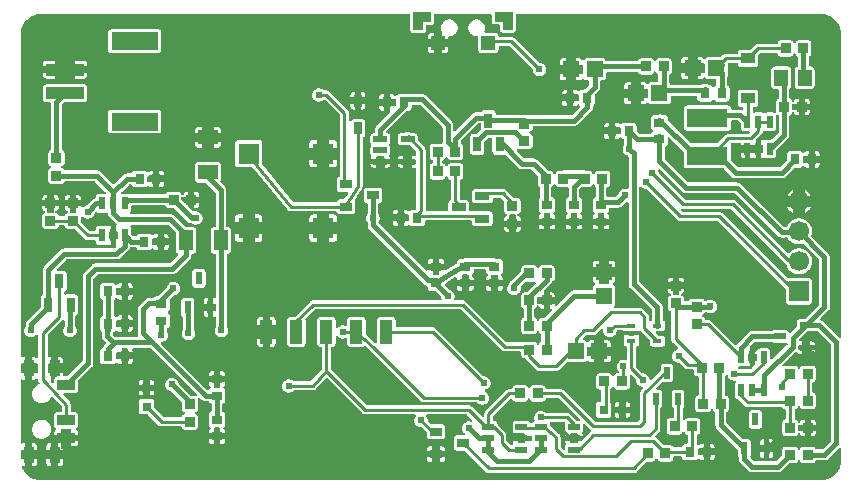
<source format=gtl>
G04 Layer: TopLayer*
G04 EasyEDA v6.5.44, 2024-07-23 11:26:01*
G04 fa6d6c6f67624019b56d640f781358e2,6e2a8d9c20784516b523f05fecaed983,10*
G04 Gerber Generator version 0.2*
G04 Scale: 100 percent, Rotated: No, Reflected: No *
G04 Dimensions in millimeters *
G04 leading zeros omitted , absolute positions ,4 integer and 5 decimal *
%FSLAX45Y45*%
%MOMM*%

%AMMACRO1*21,1,$1,$2,0,0,$3*%
%AMMACRO2*4,1,6,-0.75,0.755,0.75,0.755,0.75,-0.055,0.05,-0.055,0.05,-0.755,-0.75,-0.755,-0.75,0.755,0*%
%AMMACRO3*4,1,6,0.755,0.75,0.755,-0.75,-0.055,-0.75,-0.055,-0.05,-0.755,-0.05,-0.755,0.75,0.755,0.75,0*%
%ADD10C,0.2540*%
%ADD11C,0.4000*%
%ADD12C,0.4250*%
%ADD13R,1.1500X0.9500*%
%ADD14MACRO1,1.701X1.2075X0.0000*%
%ADD15R,1.7010X1.2075*%
%ADD16MACRO1,1.701X1.2075X90.0000*%
%ADD17R,1.0200X2.0000*%
%ADD18R,1.2000X1.2000*%
%ADD19MACRO2*%
%ADD20MACRO3*%
%ADD21MACRO1,1.35X1.41X-90.0000*%
%ADD22MACRO1,1.35X1.41X0.0000*%
%ADD23R,1.3500X1.4100*%
%ADD24MACRO1,0.864X0.8065X0.0000*%
%ADD25R,0.8640X0.8065*%
%ADD26R,0.8000X0.4000*%
%ADD27MACRO1,1.377X1.1325X90.0000*%
%ADD28R,0.9000X1.4000*%
%ADD29R,1.5000X0.9000*%
%ADD30MACRO1,0.864X0.8065X90.0000*%
%ADD31MACRO1,0.864X0.8065X-90.0000*%
%ADD32R,1.8000X1.8000*%
%ADD33R,3.2000X1.0000*%
%ADD34R,4.0000X1.5000*%
%ADD35R,0.7500X1.0000*%
%ADD36R,1.0000X0.8000*%
%ADD37R,0.8000X0.9000*%
%ADD38R,0.8000X0.8000*%
%ADD39MACRO1,1.35X1.41X90.0000*%
%ADD40R,0.9000X0.8000*%
%ADD41R,0.5320X1.0375*%
%ADD42MACRO1,0.532X1.0375X90.0000*%
%ADD43R,3.5000X1.6000*%
%ADD44R,0.8640X0.8000*%
%ADD45R,0.8000X0.8640*%
%ADD46R,1.2500X0.7000*%
%ADD47R,0.7000X1.2500*%
%ADD48R,0.6000X1.0700*%
%ADD49R,1.0000X0.5500*%
%ADD50R,0.5500X1.0000*%
%ADD51R,0.5320X1.0720*%
%ADD52R,1.1570X0.4900*%
%ADD53R,1.1750X0.4900*%
%ADD54R,0.6000X1.1000*%
%ADD55R,1.7000X1.7000*%
%ADD56C,1.7000*%
%ADD57C,0.6200*%
%ADD58C,0.0173*%

%LPD*%
G36*
X6116421Y-3187192D02*
G01*
X6112459Y-3186379D01*
X6104026Y-3180029D01*
X6101232Y-3176879D01*
X6099962Y-3172866D01*
X6100419Y-3168700D01*
X6102502Y-3165043D01*
X6105956Y-3162554D01*
X6110071Y-3161690D01*
X6154928Y-3161690D01*
X6161278Y-3160979D01*
X6166713Y-3159099D01*
X6170066Y-3156966D01*
X6173622Y-3155594D01*
X6177381Y-3155594D01*
X6180886Y-3156966D01*
X6184290Y-3159099D01*
X6189726Y-3160979D01*
X6196076Y-3161690D01*
X6202883Y-3161690D01*
X6202883Y-3117138D01*
X6191554Y-3117138D01*
X6187694Y-3116376D01*
X6184392Y-3114141D01*
X6182207Y-3110890D01*
X6181394Y-3106978D01*
X6181394Y-3064611D01*
X6182207Y-3060700D01*
X6184392Y-3057398D01*
X6187694Y-3055213D01*
X6191554Y-3054451D01*
X6202883Y-3054451D01*
X6202883Y-3006039D01*
X6201156Y-3002788D01*
X6200749Y-2999130D01*
X6201613Y-2995574D01*
X6203696Y-2992526D01*
X6239052Y-2957169D01*
X6242354Y-2954985D01*
X6246215Y-2954223D01*
X6383426Y-2954223D01*
X6386220Y-2954629D01*
X6388862Y-2955747D01*
X6392672Y-2958185D01*
X6398158Y-2960116D01*
X6404457Y-2960827D01*
X6507073Y-2960827D01*
X6508699Y-2960624D01*
X6512915Y-2961030D01*
X6516624Y-2963164D01*
X6519113Y-2966567D01*
X6519976Y-2970733D01*
X6519976Y-2973120D01*
X6519164Y-2977134D01*
X6516827Y-2980486D01*
X6391554Y-3099358D01*
X6388100Y-3101492D01*
X6384086Y-3102152D01*
X6380124Y-3101136D01*
X6376924Y-3098698D01*
X6374892Y-3095142D01*
X6374434Y-3091129D01*
X6374892Y-3085795D01*
X6374028Y-3076194D01*
X6371742Y-3067253D01*
X6371386Y-3064662D01*
X6371386Y-3036366D01*
X6370675Y-3030016D01*
X6368745Y-3024581D01*
X6365697Y-3019704D01*
X6361582Y-3015589D01*
X6356705Y-3012490D01*
X6351219Y-3010611D01*
X6344920Y-3009900D01*
X6291072Y-3009900D01*
X6284722Y-3010611D01*
X6279286Y-3012490D01*
X6275882Y-3014624D01*
X6272377Y-3015996D01*
X6268618Y-3015996D01*
X6265062Y-3014624D01*
X6261709Y-3012490D01*
X6256223Y-3010611D01*
X6249924Y-3009900D01*
X6243116Y-3009900D01*
X6243116Y-3054451D01*
X6254394Y-3054451D01*
X6258102Y-3055162D01*
X6261303Y-3057144D01*
X6263589Y-3060192D01*
X6264554Y-3063849D01*
X6264148Y-3067608D01*
X6262979Y-3071266D01*
X6261354Y-3080969D01*
X6261354Y-3090621D01*
X6262979Y-3100324D01*
X6264148Y-3103981D01*
X6264554Y-3107740D01*
X6263589Y-3111398D01*
X6261303Y-3114446D01*
X6258102Y-3116427D01*
X6254394Y-3117138D01*
X6243116Y-3117138D01*
X6243116Y-3146907D01*
X6242304Y-3150768D01*
X6240119Y-3154070D01*
X6220256Y-3173984D01*
X6217208Y-3176016D01*
X6215176Y-3179064D01*
X6209995Y-3184194D01*
X6206693Y-3186430D01*
X6202781Y-3187192D01*
G37*

%LPD*%
G36*
X6246215Y-3967276D02*
G01*
X6242354Y-3966514D01*
X6239052Y-3964330D01*
X6208572Y-3933850D01*
X6206439Y-3930700D01*
X6205575Y-3926992D01*
X6206185Y-3923233D01*
X6208623Y-3916476D01*
X6209284Y-3910228D01*
X6209284Y-3804361D01*
X6208572Y-3798011D01*
X6206693Y-3792575D01*
X6203594Y-3787698D01*
X6199530Y-3783584D01*
X6194602Y-3780485D01*
X6189167Y-3778605D01*
X6182817Y-3777894D01*
X6143142Y-3777894D01*
X6139230Y-3777081D01*
X6135928Y-3774897D01*
X6004306Y-3643274D01*
X6002121Y-3639972D01*
X6001359Y-3636111D01*
X6001359Y-3555441D01*
X6001918Y-3552088D01*
X6003544Y-3549091D01*
X6006084Y-3546805D01*
X6011875Y-3543198D01*
X6015939Y-3539134D01*
X6019038Y-3534206D01*
X6020968Y-3528771D01*
X6021679Y-3522421D01*
X6021679Y-3437178D01*
X6020968Y-3430828D01*
X6019038Y-3425393D01*
X6015939Y-3420465D01*
X6011875Y-3416401D01*
X6006947Y-3413302D01*
X6001512Y-3411423D01*
X5997651Y-3410965D01*
X5994146Y-3409899D01*
X5991250Y-3407664D01*
X5989320Y-3404514D01*
X5988659Y-3400856D01*
X5988659Y-3250641D01*
X5989218Y-3247288D01*
X5990844Y-3244291D01*
X5993384Y-3242005D01*
X6002832Y-3235909D01*
X6006846Y-3235147D01*
X6010808Y-3236061D01*
X6014110Y-3238449D01*
X6016193Y-3241954D01*
X6018784Y-3249218D01*
X6023457Y-3257651D01*
X6029553Y-3265170D01*
X6036767Y-3271520D01*
X6044996Y-3276600D01*
X6053937Y-3280156D01*
X6063386Y-3282187D01*
X6073292Y-3282645D01*
X6077000Y-3283508D01*
X6080150Y-3285693D01*
X6082233Y-3288893D01*
X6082995Y-3292652D01*
X6082334Y-3296412D01*
X6077204Y-3304590D01*
X6075324Y-3310077D01*
X6074613Y-3316376D01*
X6074613Y-3415233D01*
X6075324Y-3421583D01*
X6077204Y-3427018D01*
X6080302Y-3431946D01*
X6084366Y-3436010D01*
X6089294Y-3439109D01*
X6094730Y-3440988D01*
X6101842Y-3441801D01*
X6105093Y-3442715D01*
X6107887Y-3444697D01*
X6157264Y-3494024D01*
X6163462Y-3499154D01*
X6170168Y-3502710D01*
X6177381Y-3504895D01*
X6185408Y-3505708D01*
X6470192Y-3505708D01*
X6473545Y-3506266D01*
X6476542Y-3507943D01*
X6478828Y-3510483D01*
X6480860Y-3513734D01*
X6484924Y-3517798D01*
X6489852Y-3520897D01*
X6495948Y-3523030D01*
X6499504Y-3525164D01*
X6501892Y-3528568D01*
X6502755Y-3532632D01*
X6502755Y-3604768D01*
X6501892Y-3608832D01*
X6499504Y-3612235D01*
X6495948Y-3614369D01*
X6489852Y-3616502D01*
X6484924Y-3619601D01*
X6480860Y-3623665D01*
X6477762Y-3628593D01*
X6475831Y-3634028D01*
X6475120Y-3640378D01*
X6475120Y-3725621D01*
X6475831Y-3731971D01*
X6477762Y-3737406D01*
X6480860Y-3742334D01*
X6484924Y-3746398D01*
X6489852Y-3749497D01*
X6495288Y-3751376D01*
X6501638Y-3752087D01*
X6581140Y-3752087D01*
X6587439Y-3751376D01*
X6592925Y-3749497D01*
X6597802Y-3746398D01*
X6601917Y-3742334D01*
X6604965Y-3737406D01*
X6607098Y-3731361D01*
X6609232Y-3727805D01*
X6612636Y-3725367D01*
X6616700Y-3724554D01*
X6620764Y-3725367D01*
X6624167Y-3727805D01*
X6626301Y-3731361D01*
X6628434Y-3737406D01*
X6631482Y-3742334D01*
X6635597Y-3746398D01*
X6640474Y-3749497D01*
X6645960Y-3751376D01*
X6652259Y-3752087D01*
X6665518Y-3752087D01*
X6665518Y-3710940D01*
X6617766Y-3710940D01*
X6613855Y-3710178D01*
X6610603Y-3707993D01*
X6608368Y-3704691D01*
X6607606Y-3700779D01*
X6607606Y-3665220D01*
X6608368Y-3661308D01*
X6610603Y-3658006D01*
X6613855Y-3655822D01*
X6617766Y-3655060D01*
X6665518Y-3655060D01*
X6665518Y-3613912D01*
X6652259Y-3613912D01*
X6645960Y-3614623D01*
X6640474Y-3616502D01*
X6635597Y-3619601D01*
X6631482Y-3623665D01*
X6628434Y-3628593D01*
X6626301Y-3634689D01*
X6624167Y-3638194D01*
X6620764Y-3640632D01*
X6616700Y-3641445D01*
X6612636Y-3640632D01*
X6609232Y-3638194D01*
X6607098Y-3634689D01*
X6604965Y-3628593D01*
X6601917Y-3623665D01*
X6597802Y-3619601D01*
X6592925Y-3616502D01*
X6586778Y-3614369D01*
X6583222Y-3612235D01*
X6580835Y-3608832D01*
X6579971Y-3604768D01*
X6579971Y-3532632D01*
X6580835Y-3528568D01*
X6583222Y-3525164D01*
X6586778Y-3523030D01*
X6592925Y-3520897D01*
X6597802Y-3517798D01*
X6601917Y-3513734D01*
X6604965Y-3508806D01*
X6607098Y-3502710D01*
X6609232Y-3499205D01*
X6612636Y-3496767D01*
X6616700Y-3495954D01*
X6620764Y-3496767D01*
X6624167Y-3499205D01*
X6626301Y-3502710D01*
X6628434Y-3508806D01*
X6631482Y-3513734D01*
X6635597Y-3517798D01*
X6640474Y-3520897D01*
X6645960Y-3522776D01*
X6652259Y-3523487D01*
X6731762Y-3523487D01*
X6738112Y-3522776D01*
X6743547Y-3520897D01*
X6748475Y-3517798D01*
X6752539Y-3513734D01*
X6755638Y-3508806D01*
X6757568Y-3503371D01*
X6758279Y-3497021D01*
X6758279Y-3411778D01*
X6757568Y-3405428D01*
X6755638Y-3399993D01*
X6752539Y-3395065D01*
X6748475Y-3391001D01*
X6743547Y-3387902D01*
X6737451Y-3385769D01*
X6733895Y-3383635D01*
X6731508Y-3380232D01*
X6730644Y-3376168D01*
X6730644Y-3304032D01*
X6731508Y-3299968D01*
X6733895Y-3296564D01*
X6737451Y-3294430D01*
X6743547Y-3292297D01*
X6748475Y-3289198D01*
X6752539Y-3285134D01*
X6755638Y-3280206D01*
X6757568Y-3274771D01*
X6758279Y-3268421D01*
X6758279Y-3183178D01*
X6757568Y-3176828D01*
X6755638Y-3171393D01*
X6752539Y-3166465D01*
X6748475Y-3162401D01*
X6743547Y-3159302D01*
X6738112Y-3157423D01*
X6731762Y-3156712D01*
X6652259Y-3156712D01*
X6645960Y-3157423D01*
X6640474Y-3159302D01*
X6635597Y-3162401D01*
X6631482Y-3166465D01*
X6628434Y-3171393D01*
X6626301Y-3177438D01*
X6624167Y-3180994D01*
X6620764Y-3183432D01*
X6616700Y-3184245D01*
X6612636Y-3183432D01*
X6609232Y-3180994D01*
X6607098Y-3177438D01*
X6604965Y-3171393D01*
X6601917Y-3166465D01*
X6597802Y-3162401D01*
X6592925Y-3159302D01*
X6587439Y-3157423D01*
X6581140Y-3156712D01*
X6501638Y-3156712D01*
X6495288Y-3157423D01*
X6490004Y-3159252D01*
X6486144Y-3159810D01*
X6482334Y-3158845D01*
X6479184Y-3156508D01*
X6477152Y-3153156D01*
X6476492Y-3149295D01*
X6477406Y-3145485D01*
X6479692Y-3142284D01*
X6586423Y-3040989D01*
X6590284Y-3038703D01*
X6594703Y-3038297D01*
X6598869Y-3039821D01*
X6602018Y-3042970D01*
X6603949Y-3046018D01*
X6608013Y-3050082D01*
X6612940Y-3053181D01*
X6618376Y-3055112D01*
X6624726Y-3055823D01*
X6643725Y-3055823D01*
X6643725Y-3022955D01*
X6619697Y-3022955D01*
X6616090Y-3022295D01*
X6612940Y-3020364D01*
X6610705Y-3017520D01*
X6609588Y-3014014D01*
X6609842Y-3010306D01*
X6611010Y-3005632D01*
X6611670Y-3000502D01*
X6611823Y-2993593D01*
X6612636Y-2989783D01*
X6614871Y-2986532D01*
X6618122Y-2984398D01*
X6621983Y-2983636D01*
X6643725Y-2983636D01*
X6643725Y-2950768D01*
X6628079Y-2950768D01*
X6624218Y-2950006D01*
X6620916Y-2947822D01*
X6618731Y-2944520D01*
X6617919Y-2940608D01*
X6618731Y-2936748D01*
X6620916Y-2933446D01*
X6685584Y-2868777D01*
X6688886Y-2866593D01*
X6692747Y-2865831D01*
X6727342Y-2865831D01*
X6733641Y-2865120D01*
X6739128Y-2863189D01*
X6742938Y-2860751D01*
X6745528Y-2859633D01*
X6748373Y-2859227D01*
X6765188Y-2859227D01*
X6769049Y-2859989D01*
X6772351Y-2862173D01*
X6885330Y-2975152D01*
X6887514Y-2978454D01*
X6888276Y-2982315D01*
X6888276Y-3786784D01*
X6887514Y-3790645D01*
X6885330Y-3793947D01*
X6816547Y-3862730D01*
X6813245Y-3864914D01*
X6809384Y-3865676D01*
X6765798Y-3865676D01*
X6761734Y-3864864D01*
X6758381Y-3862425D01*
X6756247Y-3858869D01*
X6755638Y-3857193D01*
X6752539Y-3852265D01*
X6748475Y-3848201D01*
X6743547Y-3845102D01*
X6738112Y-3843223D01*
X6731762Y-3842512D01*
X6652259Y-3842512D01*
X6645960Y-3843223D01*
X6640474Y-3845102D01*
X6635597Y-3848201D01*
X6631482Y-3852265D01*
X6628434Y-3857193D01*
X6626301Y-3863238D01*
X6624167Y-3866794D01*
X6620764Y-3869232D01*
X6616700Y-3870045D01*
X6612636Y-3869232D01*
X6609232Y-3866794D01*
X6607098Y-3863238D01*
X6604965Y-3857193D01*
X6601917Y-3852265D01*
X6597802Y-3848201D01*
X6592925Y-3845102D01*
X6587439Y-3843223D01*
X6581140Y-3842512D01*
X6501638Y-3842512D01*
X6495288Y-3843223D01*
X6489852Y-3845102D01*
X6484924Y-3848201D01*
X6480860Y-3852265D01*
X6477762Y-3857193D01*
X6475831Y-3862628D01*
X6475120Y-3868978D01*
X6475120Y-3908602D01*
X6474358Y-3912463D01*
X6472174Y-3915765D01*
X6423609Y-3964330D01*
X6420307Y-3966514D01*
X6416446Y-3967276D01*
G37*

%LPC*%
G36*
X6364732Y-3936695D02*
G01*
X6372809Y-3936695D01*
X6379159Y-3935984D01*
X6384594Y-3934053D01*
X6389522Y-3931005D01*
X6393586Y-3926890D01*
X6396685Y-3922014D01*
X6398615Y-3916527D01*
X6399326Y-3910228D01*
X6399326Y-3890365D01*
X6364732Y-3890365D01*
G37*
G36*
X6313982Y-3936695D02*
G01*
X6322060Y-3936695D01*
X6322060Y-3890365D01*
X6287516Y-3890365D01*
X6287516Y-3910228D01*
X6288227Y-3916527D01*
X6290106Y-3922014D01*
X6293205Y-3926890D01*
X6297269Y-3931005D01*
X6302197Y-3934053D01*
X6307632Y-3935984D01*
G37*
G36*
X6364732Y-3824173D02*
G01*
X6399326Y-3824173D01*
X6399326Y-3804361D01*
X6398615Y-3798011D01*
X6396685Y-3792575D01*
X6393586Y-3787698D01*
X6389522Y-3783584D01*
X6384594Y-3780485D01*
X6379159Y-3778605D01*
X6372809Y-3777894D01*
X6364732Y-3777894D01*
G37*
G36*
X6287516Y-3824173D02*
G01*
X6322060Y-3824173D01*
X6322060Y-3777894D01*
X6313982Y-3777894D01*
X6307632Y-3778605D01*
X6302197Y-3780485D01*
X6297269Y-3783584D01*
X6293205Y-3787698D01*
X6290106Y-3792575D01*
X6288227Y-3798011D01*
X6287516Y-3804361D01*
G37*
G36*
X6718553Y-3752087D02*
G01*
X6731762Y-3752087D01*
X6738112Y-3751376D01*
X6743547Y-3749497D01*
X6748475Y-3746398D01*
X6752539Y-3742334D01*
X6755638Y-3737406D01*
X6757568Y-3731971D01*
X6758279Y-3725621D01*
X6758279Y-3710940D01*
X6718553Y-3710940D01*
G37*
G36*
X6218986Y-3689705D02*
G01*
X6277813Y-3689705D01*
X6284163Y-3688994D01*
X6289598Y-3687064D01*
X6294526Y-3684015D01*
X6298590Y-3679901D01*
X6301689Y-3675024D01*
X6303619Y-3669537D01*
X6304330Y-3663238D01*
X6304330Y-3557371D01*
X6303619Y-3551021D01*
X6301689Y-3545586D01*
X6298590Y-3540658D01*
X6294526Y-3536594D01*
X6289598Y-3533495D01*
X6284163Y-3531615D01*
X6277813Y-3530904D01*
X6218986Y-3530904D01*
X6212636Y-3531615D01*
X6207201Y-3533495D01*
X6202273Y-3536594D01*
X6198209Y-3540658D01*
X6195110Y-3545586D01*
X6193180Y-3551021D01*
X6192469Y-3557371D01*
X6192469Y-3663238D01*
X6193180Y-3669537D01*
X6195110Y-3675024D01*
X6198209Y-3679901D01*
X6202273Y-3684015D01*
X6207201Y-3687064D01*
X6212636Y-3688994D01*
G37*
G36*
X6718553Y-3655060D02*
G01*
X6758279Y-3655060D01*
X6758279Y-3640378D01*
X6757568Y-3634028D01*
X6755638Y-3628593D01*
X6752539Y-3623665D01*
X6748475Y-3619601D01*
X6743547Y-3616502D01*
X6738112Y-3614623D01*
X6731762Y-3613912D01*
X6718553Y-3613912D01*
G37*
G36*
X6708292Y-3055823D02*
G01*
X6727342Y-3055823D01*
X6733641Y-3055112D01*
X6739128Y-3053181D01*
X6744004Y-3050082D01*
X6748119Y-3046018D01*
X6751167Y-3041091D01*
X6753098Y-3035655D01*
X6753809Y-3029305D01*
X6753809Y-3022955D01*
X6708292Y-3022955D01*
G37*
G36*
X6708292Y-2983636D02*
G01*
X6753809Y-2983636D01*
X6753809Y-2977286D01*
X6753098Y-2970936D01*
X6751167Y-2965500D01*
X6748119Y-2960573D01*
X6744004Y-2956509D01*
X6739128Y-2953410D01*
X6733641Y-2951480D01*
X6727342Y-2950768D01*
X6708292Y-2950768D01*
G37*

%LPD*%
G36*
X200863Y-4126484D02*
G01*
X182422Y-4125518D01*
X165557Y-4122978D01*
X148996Y-4118813D01*
X132943Y-4112971D01*
X117500Y-4105656D01*
X102870Y-4096816D01*
X89204Y-4086606D01*
X76606Y-4075125D01*
X65125Y-4062425D01*
X55016Y-4048658D01*
X46278Y-4033977D01*
X39014Y-4018534D01*
X38100Y-4013504D01*
X39166Y-4009593D01*
X41706Y-4006342D01*
X45313Y-4004411D01*
X50800Y-4004208D01*
X66395Y-4004208D01*
X66395Y-3949649D01*
X36068Y-3949649D01*
X32156Y-3948887D01*
X28905Y-3946702D01*
X26670Y-3943400D01*
X25908Y-3939489D01*
X25908Y-3877106D01*
X26670Y-3873246D01*
X28905Y-3869944D01*
X32156Y-3867708D01*
X36068Y-3866946D01*
X66395Y-3866946D01*
X66395Y-3812387D01*
X50800Y-3812387D01*
X44500Y-3813098D01*
X39420Y-3814876D01*
X35610Y-3815435D01*
X31851Y-3814521D01*
X28702Y-3812336D01*
X26619Y-3809085D01*
X25908Y-3805275D01*
X25908Y-3281324D01*
X26619Y-3277514D01*
X28702Y-3274314D01*
X31851Y-3272078D01*
X35610Y-3271164D01*
X39420Y-3271723D01*
X44500Y-3273501D01*
X50800Y-3274212D01*
X66395Y-3274212D01*
X66395Y-3219653D01*
X36068Y-3219653D01*
X32156Y-3218891D01*
X28905Y-3216706D01*
X26670Y-3213404D01*
X25908Y-3209493D01*
X25908Y-3147110D01*
X26670Y-3143250D01*
X28905Y-3139948D01*
X32156Y-3137712D01*
X36068Y-3136950D01*
X66395Y-3136950D01*
X66395Y-3082391D01*
X50800Y-3082391D01*
X44500Y-3083102D01*
X39420Y-3084880D01*
X35610Y-3085439D01*
X31851Y-3084525D01*
X28702Y-3082340D01*
X26619Y-3079089D01*
X25908Y-3075279D01*
X25908Y-353263D01*
X26873Y-334822D01*
X29413Y-317957D01*
X33578Y-301396D01*
X39420Y-285343D01*
X46736Y-269900D01*
X55575Y-255270D01*
X65786Y-241604D01*
X77266Y-229006D01*
X89966Y-217525D01*
X103733Y-207416D01*
X118414Y-198678D01*
X133858Y-191414D01*
X149961Y-185724D01*
X166522Y-181610D01*
X183438Y-179171D01*
X200863Y-178308D01*
X3315817Y-178308D01*
X3319729Y-179070D01*
X3323031Y-181305D01*
X3325215Y-184556D01*
X3325977Y-188468D01*
X3325977Y-314401D01*
X3326688Y-320700D01*
X3328619Y-326186D01*
X3331718Y-331063D01*
X3335782Y-335178D01*
X3340709Y-338226D01*
X3346145Y-340156D01*
X3352495Y-340868D01*
X3431336Y-340868D01*
X3437636Y-340156D01*
X3443122Y-338226D01*
X3447999Y-335178D01*
X3452114Y-331063D01*
X3455212Y-326186D01*
X3457092Y-320700D01*
X3457803Y-314401D01*
X3457803Y-281025D01*
X3458565Y-277164D01*
X3460800Y-273862D01*
X3464102Y-271627D01*
X3467963Y-270865D01*
X3501339Y-270865D01*
X3507638Y-270154D01*
X3513124Y-268224D01*
X3518001Y-265176D01*
X3522116Y-261061D01*
X3525215Y-256184D01*
X3527094Y-250698D01*
X3527806Y-244398D01*
X3527806Y-188468D01*
X3528568Y-184556D01*
X3530803Y-181305D01*
X3534105Y-179070D01*
X3537965Y-178308D01*
X4005326Y-178308D01*
X4009237Y-179070D01*
X4012488Y-181305D01*
X4014724Y-184556D01*
X4015486Y-188468D01*
X4015486Y-240893D01*
X4016197Y-247192D01*
X4018127Y-252679D01*
X4021175Y-257556D01*
X4025290Y-261670D01*
X4030167Y-264769D01*
X4035653Y-266649D01*
X4041952Y-267360D01*
X4075328Y-267360D01*
X4079240Y-268122D01*
X4082491Y-270357D01*
X4084726Y-273659D01*
X4085488Y-277520D01*
X4085488Y-310896D01*
X4086199Y-317195D01*
X4088129Y-322681D01*
X4091178Y-327558D01*
X4095292Y-331673D01*
X4100169Y-334721D01*
X4105656Y-336651D01*
X4111955Y-337362D01*
X4191812Y-337362D01*
X4198162Y-336651D01*
X4203598Y-334721D01*
X4208526Y-331673D01*
X4212590Y-327558D01*
X4215688Y-322681D01*
X4217568Y-317195D01*
X4218330Y-310896D01*
X4218330Y-188468D01*
X4219092Y-184556D01*
X4221276Y-181305D01*
X4224578Y-179070D01*
X4228490Y-178308D01*
X6799122Y-178308D01*
X6817563Y-179273D01*
X6834428Y-181813D01*
X6850989Y-185978D01*
X6867042Y-191820D01*
X6882485Y-199136D01*
X6897116Y-207975D01*
X6910781Y-218186D01*
X6923379Y-229666D01*
X6934860Y-242366D01*
X6944969Y-256133D01*
X6953707Y-270814D01*
X6960971Y-286258D01*
X6966661Y-302361D01*
X6970775Y-318922D01*
X6973214Y-335838D01*
X6974078Y-353263D01*
X6974078Y-2909519D01*
X6973316Y-2913430D01*
X6971080Y-2916732D01*
X6967829Y-2918917D01*
X6963918Y-2919679D01*
X6960006Y-2918917D01*
X6956755Y-2916732D01*
X6819595Y-2779623D01*
X6812432Y-2774238D01*
X6806844Y-2771292D01*
X6804304Y-2770276D01*
X6800900Y-2768142D01*
X6798614Y-2764840D01*
X6797751Y-2760929D01*
X6798513Y-2756966D01*
X6800748Y-2753614D01*
X6866280Y-2688031D01*
X6871614Y-2680970D01*
X6875373Y-2673400D01*
X6877659Y-2665272D01*
X6878523Y-2656382D01*
X6878472Y-2233422D01*
X6877253Y-2224684D01*
X6874560Y-2216658D01*
X6870446Y-2209292D01*
X6864705Y-2202383D01*
X6724853Y-2062530D01*
X6722770Y-2059533D01*
X6721906Y-2056028D01*
X6722313Y-2052472D01*
X6724802Y-2043988D01*
X6727088Y-2029968D01*
X6727545Y-2015743D01*
X6726174Y-2001621D01*
X6723024Y-1987753D01*
X6718096Y-1974392D01*
X6711543Y-1961794D01*
X6703415Y-1950161D01*
X6693865Y-1939645D01*
X6683044Y-1930450D01*
X6671106Y-1922678D01*
X6658305Y-1916531D01*
X6644843Y-1912061D01*
X6630873Y-1909318D01*
X6616700Y-1908403D01*
X6602526Y-1909318D01*
X6588556Y-1912061D01*
X6575094Y-1916531D01*
X6562293Y-1922678D01*
X6550355Y-1930450D01*
X6539534Y-1939645D01*
X6529984Y-1950161D01*
X6521856Y-1961794D01*
X6516319Y-1972462D01*
X6514185Y-1975256D01*
X6511188Y-1977136D01*
X6507734Y-1977898D01*
X6493052Y-1978507D01*
X6488938Y-1977796D01*
X6485483Y-1975561D01*
X6127191Y-1617319D01*
X6120130Y-1611985D01*
X6112560Y-1608226D01*
X6104432Y-1605940D01*
X6095542Y-1605076D01*
X5687415Y-1605076D01*
X5683554Y-1604314D01*
X5680252Y-1602130D01*
X5484469Y-1406347D01*
X5482285Y-1403045D01*
X5481523Y-1399184D01*
X5481523Y-1311859D01*
X5482336Y-1307795D01*
X5484774Y-1304391D01*
X5488330Y-1302258D01*
X5490006Y-1301699D01*
X5494934Y-1298600D01*
X5498998Y-1294485D01*
X5502097Y-1289608D01*
X5504027Y-1284122D01*
X5504738Y-1277823D01*
X5504738Y-1231595D01*
X5505500Y-1227683D01*
X5507685Y-1224381D01*
X5510987Y-1222197D01*
X5514898Y-1221435D01*
X5518759Y-1222197D01*
X5522061Y-1224381D01*
X5638139Y-1340459D01*
X5640324Y-1343710D01*
X5641086Y-1347622D01*
X5641086Y-1458620D01*
X5641797Y-1464970D01*
X5643727Y-1470406D01*
X5646775Y-1475333D01*
X5650890Y-1479397D01*
X5655767Y-1482496D01*
X5661253Y-1484376D01*
X5667552Y-1485087D01*
X5975248Y-1485087D01*
X5979160Y-1485900D01*
X5982462Y-1488084D01*
X6052108Y-1557680D01*
X6059170Y-1563014D01*
X6066739Y-1566773D01*
X6074867Y-1569059D01*
X6083757Y-1569923D01*
X6472275Y-1569872D01*
X6481013Y-1568653D01*
X6489039Y-1565960D01*
X6496405Y-1561846D01*
X6503314Y-1556105D01*
X6575856Y-1483563D01*
X6579158Y-1481378D01*
X6583019Y-1480616D01*
X6624218Y-1480616D01*
X6630568Y-1479905D01*
X6636003Y-1477975D01*
X6640931Y-1474927D01*
X6644995Y-1470812D01*
X6646214Y-1468932D01*
X6649008Y-1465986D01*
X6652768Y-1464360D01*
X6656831Y-1464360D01*
X6660591Y-1465986D01*
X6663385Y-1468932D01*
X6664604Y-1470812D01*
X6668668Y-1474927D01*
X6673596Y-1477975D01*
X6679031Y-1479905D01*
X6685381Y-1480616D01*
X6698437Y-1480616D01*
X6698437Y-1438554D01*
X6660896Y-1438554D01*
X6656984Y-1437792D01*
X6653682Y-1435557D01*
X6651498Y-1432255D01*
X6650736Y-1428394D01*
X6650736Y-1391005D01*
X6651498Y-1387144D01*
X6653682Y-1383842D01*
X6656984Y-1381607D01*
X6660896Y-1380845D01*
X6698437Y-1380845D01*
X6698437Y-1338783D01*
X6685381Y-1338783D01*
X6679031Y-1339494D01*
X6673596Y-1341424D01*
X6668668Y-1344472D01*
X6664604Y-1348587D01*
X6663385Y-1350467D01*
X6660591Y-1353413D01*
X6656831Y-1355039D01*
X6652768Y-1355039D01*
X6649008Y-1353413D01*
X6646214Y-1350467D01*
X6644995Y-1348587D01*
X6640931Y-1344472D01*
X6636003Y-1341424D01*
X6630568Y-1339494D01*
X6624218Y-1338783D01*
X6545376Y-1338783D01*
X6539077Y-1339494D01*
X6533591Y-1341424D01*
X6528714Y-1344472D01*
X6524599Y-1348587D01*
X6521500Y-1353464D01*
X6519621Y-1358950D01*
X6518909Y-1365250D01*
X6518909Y-1406448D01*
X6518148Y-1410360D01*
X6515912Y-1413662D01*
X6454444Y-1475130D01*
X6451142Y-1477314D01*
X6447282Y-1478076D01*
X6106515Y-1478076D01*
X6102654Y-1477314D01*
X6099352Y-1475130D01*
X6045860Y-1421688D01*
X6043676Y-1418386D01*
X6042914Y-1414475D01*
X6042914Y-1299768D01*
X6042202Y-1293469D01*
X6040272Y-1287983D01*
X6039104Y-1286052D01*
X6037630Y-1282039D01*
X6037935Y-1277721D01*
X6040018Y-1273962D01*
X6043472Y-1271422D01*
X6047689Y-1270508D01*
X6116116Y-1270508D01*
X6120028Y-1271270D01*
X6123330Y-1273505D01*
X6125514Y-1276756D01*
X6126276Y-1280668D01*
X6126276Y-1288237D01*
X6159144Y-1288237D01*
X6159144Y-1280668D01*
X6159906Y-1276756D01*
X6162141Y-1273505D01*
X6165443Y-1271270D01*
X6169304Y-1270508D01*
X6188303Y-1270508D01*
X6192164Y-1271270D01*
X6195466Y-1273505D01*
X6197650Y-1276756D01*
X6198463Y-1280668D01*
X6198463Y-1288237D01*
X6254140Y-1288237D01*
X6254140Y-1246835D01*
X6254902Y-1242974D01*
X6257137Y-1239672D01*
X6300724Y-1196035D01*
X6305854Y-1189837D01*
X6309410Y-1183132D01*
X6311595Y-1175918D01*
X6311849Y-1173784D01*
X6313068Y-1169873D01*
X6315710Y-1166774D01*
X6319418Y-1164945D01*
X6323482Y-1164742D01*
X6327343Y-1166215D01*
X6331000Y-1168501D01*
X6336436Y-1170381D01*
X6342786Y-1171092D01*
X6394805Y-1171092D01*
X6401155Y-1170381D01*
X6406591Y-1168501D01*
X6411518Y-1165402D01*
X6415582Y-1161338D01*
X6418681Y-1156411D01*
X6420612Y-1150975D01*
X6421323Y-1144625D01*
X6421323Y-1038910D01*
X6422237Y-1034745D01*
X6424777Y-1031290D01*
X6428536Y-1029208D01*
X6432854Y-1028852D01*
X6436868Y-1030325D01*
X6439916Y-1032205D01*
X6442456Y-1034491D01*
X6444081Y-1037488D01*
X6444640Y-1040841D01*
X6444640Y-1176426D01*
X6443878Y-1180287D01*
X6441694Y-1183589D01*
X6386372Y-1238910D01*
X6383070Y-1241094D01*
X6379159Y-1241907D01*
X6342786Y-1241907D01*
X6336436Y-1242618D01*
X6331000Y-1244498D01*
X6326682Y-1247190D01*
X6323177Y-1248562D01*
X6319418Y-1248562D01*
X6315913Y-1247190D01*
X6311595Y-1244498D01*
X6306159Y-1242618D01*
X6299809Y-1241907D01*
X6293459Y-1241907D01*
X6293459Y-1288237D01*
X6306108Y-1288237D01*
X6310020Y-1288999D01*
X6313322Y-1291234D01*
X6315506Y-1294536D01*
X6316268Y-1298397D01*
X6316268Y-1344371D01*
X6315506Y-1348282D01*
X6313322Y-1351584D01*
X6310020Y-1353769D01*
X6306108Y-1354531D01*
X6293459Y-1354531D01*
X6293459Y-1400911D01*
X6299809Y-1400911D01*
X6306159Y-1400200D01*
X6311595Y-1398270D01*
X6315913Y-1395577D01*
X6319418Y-1394206D01*
X6323177Y-1394206D01*
X6326682Y-1395577D01*
X6331000Y-1398270D01*
X6336436Y-1400200D01*
X6342786Y-1400911D01*
X6394805Y-1400911D01*
X6401155Y-1400200D01*
X6406591Y-1398270D01*
X6411518Y-1395222D01*
X6415582Y-1391107D01*
X6418681Y-1386230D01*
X6420612Y-1380744D01*
X6421323Y-1374444D01*
X6421323Y-1338021D01*
X6422085Y-1334160D01*
X6424269Y-1330858D01*
X6524244Y-1230833D01*
X6529578Y-1223772D01*
X6533337Y-1216202D01*
X6535674Y-1208074D01*
X6536486Y-1199184D01*
X6536486Y-1040841D01*
X6537045Y-1037488D01*
X6538671Y-1034491D01*
X6541211Y-1032256D01*
X6547002Y-1028598D01*
X6551117Y-1024534D01*
X6554165Y-1019606D01*
X6556298Y-1013561D01*
X6558432Y-1010005D01*
X6561836Y-1007567D01*
X6565900Y-1006754D01*
X6569964Y-1007567D01*
X6573367Y-1010005D01*
X6575501Y-1013561D01*
X6577634Y-1019606D01*
X6580682Y-1024534D01*
X6584797Y-1028598D01*
X6589674Y-1031697D01*
X6595160Y-1033576D01*
X6601459Y-1034287D01*
X6614718Y-1034287D01*
X6614718Y-993140D01*
X6566966Y-993140D01*
X6563055Y-992378D01*
X6559803Y-990193D01*
X6557568Y-986891D01*
X6556806Y-982980D01*
X6556806Y-947419D01*
X6557568Y-943508D01*
X6559803Y-940206D01*
X6563055Y-938021D01*
X6566966Y-937260D01*
X6614718Y-937260D01*
X6614718Y-896112D01*
X6601459Y-896112D01*
X6595160Y-896823D01*
X6589674Y-898702D01*
X6584797Y-901801D01*
X6580682Y-905865D01*
X6577634Y-910793D01*
X6575501Y-916838D01*
X6573367Y-920394D01*
X6569964Y-922832D01*
X6565900Y-923645D01*
X6561836Y-922832D01*
X6558432Y-920394D01*
X6556298Y-916838D01*
X6554165Y-910793D01*
X6551117Y-905865D01*
X6547002Y-901801D01*
X6541211Y-898144D01*
X6538671Y-895908D01*
X6537045Y-892911D01*
X6536486Y-889558D01*
X6536486Y-813003D01*
X6537248Y-809091D01*
X6539433Y-805789D01*
X6542735Y-802538D01*
X6545783Y-797610D01*
X6547713Y-792175D01*
X6548424Y-785825D01*
X6548424Y-649274D01*
X6547713Y-642924D01*
X6545783Y-637489D01*
X6542735Y-632561D01*
X6538620Y-628497D01*
X6533743Y-625398D01*
X6528257Y-623519D01*
X6521957Y-622808D01*
X6409842Y-622808D01*
X6403492Y-623519D01*
X6398056Y-625398D01*
X6393180Y-628497D01*
X6389065Y-632561D01*
X6385966Y-637489D01*
X6384086Y-642924D01*
X6383375Y-649274D01*
X6383375Y-785825D01*
X6384086Y-792175D01*
X6385966Y-797610D01*
X6389065Y-802538D01*
X6393180Y-806602D01*
X6398056Y-809701D01*
X6403492Y-811580D01*
X6409842Y-812292D01*
X6434480Y-812292D01*
X6438392Y-813104D01*
X6441694Y-815289D01*
X6443878Y-818591D01*
X6444640Y-822452D01*
X6444640Y-889558D01*
X6444081Y-892911D01*
X6442456Y-895908D01*
X6439916Y-898194D01*
X6434124Y-901801D01*
X6430060Y-905865D01*
X6426962Y-910793D01*
X6425031Y-916228D01*
X6424320Y-922578D01*
X6424320Y-1007465D01*
X6423456Y-1011682D01*
X6420866Y-1015136D01*
X6417106Y-1017219D01*
X6412839Y-1017524D01*
X6408775Y-1016050D01*
X6406591Y-1014730D01*
X6401155Y-1012799D01*
X6394805Y-1012088D01*
X6342786Y-1012088D01*
X6336436Y-1012799D01*
X6331000Y-1014730D01*
X6326682Y-1017422D01*
X6323177Y-1018794D01*
X6319418Y-1018794D01*
X6315913Y-1017422D01*
X6311595Y-1014730D01*
X6306159Y-1012799D01*
X6299809Y-1012088D01*
X6247790Y-1012088D01*
X6241440Y-1012799D01*
X6237020Y-1014374D01*
X6233210Y-1014933D01*
X6229451Y-1014018D01*
X6226302Y-1011783D01*
X6224219Y-1008532D01*
X6223508Y-1004773D01*
X6223508Y-976731D01*
X6224270Y-972819D01*
X6226505Y-969518D01*
X6229756Y-967333D01*
X6233668Y-966571D01*
X6241846Y-966571D01*
X6248146Y-965860D01*
X6253632Y-963930D01*
X6258509Y-960831D01*
X6262624Y-956767D01*
X6265672Y-951839D01*
X6267602Y-946403D01*
X6268313Y-940104D01*
X6268313Y-846226D01*
X6267602Y-839876D01*
X6265672Y-834440D01*
X6262624Y-829513D01*
X6258509Y-825449D01*
X6253632Y-822350D01*
X6248146Y-820470D01*
X6241846Y-819759D01*
X6127953Y-819759D01*
X6121654Y-820470D01*
X6116167Y-822350D01*
X6111290Y-825449D01*
X6107176Y-829513D01*
X6104128Y-834440D01*
X6102197Y-839876D01*
X6101486Y-846226D01*
X6101486Y-940104D01*
X6102197Y-946403D01*
X6104128Y-951839D01*
X6107176Y-956767D01*
X6111290Y-960831D01*
X6116167Y-963930D01*
X6121654Y-965860D01*
X6127953Y-966571D01*
X6136132Y-966571D01*
X6140043Y-967333D01*
X6143294Y-969518D01*
X6145530Y-972819D01*
X6146292Y-976731D01*
X6146292Y-979982D01*
X6145631Y-983640D01*
X6143701Y-986790D01*
X6140754Y-989025D01*
X6137198Y-990092D01*
X6133490Y-989787D01*
X6129528Y-988720D01*
X6120536Y-987907D01*
X6052921Y-987907D01*
X6049264Y-987247D01*
X6046114Y-985316D01*
X6043879Y-982421D01*
X6042812Y-978865D01*
X6042202Y-973429D01*
X6040272Y-967994D01*
X6037224Y-963066D01*
X6033109Y-959002D01*
X6028232Y-955903D01*
X6022746Y-953973D01*
X6016447Y-953262D01*
X5667552Y-953262D01*
X5661253Y-953973D01*
X5655767Y-955903D01*
X5650890Y-959002D01*
X5646775Y-963066D01*
X5643727Y-967994D01*
X5641797Y-973429D01*
X5641086Y-979779D01*
X5641086Y-1138631D01*
X5641797Y-1144930D01*
X5643727Y-1150416D01*
X5646775Y-1155293D01*
X5650890Y-1159408D01*
X5655767Y-1162456D01*
X5661253Y-1164386D01*
X5667552Y-1165098D01*
X6016447Y-1165098D01*
X6022746Y-1164386D01*
X6028232Y-1162456D01*
X6033109Y-1159408D01*
X6037224Y-1155293D01*
X6040272Y-1150416D01*
X6042202Y-1144930D01*
X6042914Y-1138631D01*
X6042914Y-1089863D01*
X6043676Y-1086002D01*
X6045860Y-1082700D01*
X6049162Y-1080465D01*
X6053074Y-1079703D01*
X6097778Y-1079703D01*
X6101689Y-1080465D01*
X6104991Y-1082700D01*
X6123330Y-1101039D01*
X6125514Y-1104341D01*
X6126276Y-1108202D01*
X6126276Y-1144625D01*
X6126988Y-1150975D01*
X6128918Y-1156411D01*
X6132017Y-1161338D01*
X6136081Y-1165402D01*
X6141008Y-1168501D01*
X6146444Y-1170381D01*
X6152794Y-1171092D01*
X6191961Y-1171092D01*
X6195872Y-1171905D01*
X6199124Y-1174089D01*
X6201359Y-1177391D01*
X6202121Y-1181252D01*
X6201359Y-1185164D01*
X6199124Y-1188466D01*
X6197295Y-1190294D01*
X6193993Y-1192530D01*
X6190081Y-1193292D01*
X6020308Y-1193292D01*
X6012281Y-1194104D01*
X6005068Y-1196289D01*
X5998362Y-1199845D01*
X5992164Y-1204976D01*
X5926785Y-1270304D01*
X5923483Y-1272540D01*
X5919622Y-1273302D01*
X5705043Y-1273302D01*
X5701131Y-1272540D01*
X5697829Y-1270304D01*
X5507685Y-1080160D01*
X5505500Y-1076858D01*
X5504738Y-1072997D01*
X5504738Y-1058976D01*
X5504027Y-1052677D01*
X5502097Y-1047191D01*
X5498998Y-1042314D01*
X5494934Y-1038199D01*
X5490006Y-1035100D01*
X5484571Y-1033221D01*
X5478221Y-1032510D01*
X5459374Y-1032510D01*
X5456834Y-1032154D01*
X5454142Y-1031036D01*
X5446115Y-1028344D01*
X5437733Y-1027176D01*
X5429250Y-1027582D01*
X5421020Y-1029512D01*
X5416194Y-1031646D01*
X5412130Y-1032510D01*
X5392978Y-1032510D01*
X5386679Y-1033221D01*
X5381193Y-1035100D01*
X5376316Y-1038199D01*
X5372201Y-1042314D01*
X5369102Y-1047191D01*
X5367223Y-1052677D01*
X5366512Y-1058976D01*
X5366512Y-1137818D01*
X5367223Y-1144168D01*
X5369102Y-1149604D01*
X5372201Y-1154531D01*
X5376316Y-1158595D01*
X5378196Y-1159814D01*
X5381142Y-1162608D01*
X5382717Y-1166368D01*
X5382717Y-1170432D01*
X5381142Y-1174191D01*
X5378196Y-1176985D01*
X5376316Y-1178204D01*
X5372201Y-1182268D01*
X5368798Y-1187754D01*
X5366512Y-1190294D01*
X5363514Y-1191920D01*
X5360162Y-1192479D01*
X5268620Y-1192479D01*
X5264759Y-1191717D01*
X5261457Y-1189532D01*
X5244287Y-1172362D01*
X5242052Y-1169060D01*
X5241290Y-1165148D01*
X5241290Y-1123950D01*
X5240578Y-1117650D01*
X5238699Y-1112164D01*
X5235600Y-1107287D01*
X5231485Y-1103172D01*
X5226608Y-1100124D01*
X5221122Y-1098194D01*
X5214823Y-1097483D01*
X5135981Y-1097483D01*
X5129631Y-1098194D01*
X5124196Y-1100124D01*
X5119268Y-1103172D01*
X5115204Y-1107287D01*
X5113985Y-1109167D01*
X5111191Y-1112113D01*
X5107432Y-1113739D01*
X5103368Y-1113739D01*
X5099608Y-1112113D01*
X5096814Y-1109167D01*
X5095595Y-1107287D01*
X5091531Y-1103172D01*
X5086604Y-1100124D01*
X5081168Y-1098194D01*
X5074818Y-1097483D01*
X5061762Y-1097483D01*
X5061762Y-1139545D01*
X5099304Y-1139545D01*
X5103215Y-1140307D01*
X5106517Y-1142542D01*
X5108702Y-1145844D01*
X5109464Y-1149705D01*
X5109464Y-1187094D01*
X5108702Y-1190955D01*
X5106517Y-1194257D01*
X5103215Y-1196492D01*
X5099304Y-1197254D01*
X5061762Y-1197254D01*
X5061762Y-1239316D01*
X5074818Y-1239316D01*
X5081168Y-1238605D01*
X5086604Y-1236675D01*
X5091531Y-1233627D01*
X5095595Y-1229512D01*
X5096814Y-1227632D01*
X5099608Y-1224686D01*
X5103368Y-1223060D01*
X5107432Y-1223060D01*
X5111191Y-1224686D01*
X5113985Y-1227632D01*
X5115204Y-1229512D01*
X5119268Y-1233627D01*
X5124196Y-1236675D01*
X5128869Y-1238351D01*
X5132425Y-1240485D01*
X5134864Y-1243838D01*
X5135676Y-1247902D01*
X5135676Y-1284122D01*
X5135372Y-1286713D01*
X5134406Y-1289100D01*
X5129784Y-1297381D01*
X5126583Y-1306474D01*
X5124958Y-1315974D01*
X5124958Y-1325626D01*
X5126583Y-1335125D01*
X5129784Y-1344218D01*
X5134457Y-1352651D01*
X5140553Y-1360170D01*
X5147767Y-1366520D01*
X5155996Y-1371600D01*
X5168950Y-1376629D01*
X5171541Y-1378915D01*
X5173218Y-1381912D01*
X5173776Y-1385265D01*
X5173776Y-1650796D01*
X5173116Y-1654505D01*
X5171084Y-1657654D01*
X5168036Y-1659940D01*
X5164429Y-1660906D01*
X5160670Y-1660499D01*
X5155488Y-1658924D01*
X5145938Y-1657654D01*
X5136286Y-1658112D01*
X5126837Y-1660143D01*
X5117896Y-1663700D01*
X5109667Y-1668780D01*
X5102453Y-1675130D01*
X5096357Y-1682648D01*
X5091684Y-1691081D01*
X5088483Y-1700174D01*
X5087112Y-1705305D01*
X5085283Y-1707794D01*
X5070449Y-1722628D01*
X5067147Y-1724812D01*
X5063286Y-1725574D01*
X4996383Y-1725574D01*
X4992471Y-1724812D01*
X4989169Y-1722628D01*
X4986985Y-1719325D01*
X4986223Y-1715414D01*
X4986223Y-1653641D01*
X4986883Y-1649984D01*
X4988814Y-1646834D01*
X4991709Y-1644599D01*
X4995214Y-1643532D01*
X4998212Y-1643176D01*
X5003647Y-1641297D01*
X5008575Y-1638198D01*
X5012639Y-1634134D01*
X5015738Y-1629206D01*
X5017668Y-1623771D01*
X5018379Y-1617421D01*
X5018379Y-1532178D01*
X5017668Y-1525828D01*
X5015738Y-1520393D01*
X5012639Y-1515465D01*
X5008575Y-1511401D01*
X5003647Y-1508302D01*
X4998212Y-1506423D01*
X4991862Y-1505712D01*
X4966970Y-1505712D01*
X4964633Y-1505407D01*
X4958486Y-1503984D01*
X4950002Y-1503578D01*
X4941620Y-1504746D01*
X4937201Y-1505712D01*
X4912360Y-1505712D01*
X4906060Y-1506423D01*
X4900574Y-1508302D01*
X4895697Y-1511401D01*
X4891582Y-1515465D01*
X4888534Y-1520393D01*
X4886401Y-1526438D01*
X4884267Y-1529994D01*
X4880864Y-1532432D01*
X4876800Y-1533245D01*
X4872736Y-1532432D01*
X4869332Y-1529994D01*
X4867198Y-1526438D01*
X4865065Y-1520393D01*
X4862017Y-1515465D01*
X4857902Y-1511401D01*
X4853025Y-1508302D01*
X4847539Y-1506423D01*
X4841240Y-1505712D01*
X4816297Y-1505712D01*
X4813960Y-1505407D01*
X4807661Y-1503934D01*
X4801108Y-1503476D01*
X4622393Y-1503476D01*
X4613503Y-1504340D01*
X4610049Y-1505305D01*
X4607255Y-1505712D01*
X4582160Y-1505712D01*
X4575860Y-1506423D01*
X4570374Y-1508302D01*
X4565497Y-1511401D01*
X4561382Y-1515465D01*
X4558334Y-1520393D01*
X4556201Y-1526438D01*
X4554067Y-1529994D01*
X4550664Y-1532432D01*
X4546600Y-1533245D01*
X4542536Y-1532432D01*
X4539132Y-1529994D01*
X4536998Y-1526438D01*
X4534865Y-1520393D01*
X4531817Y-1515465D01*
X4527702Y-1511401D01*
X4522825Y-1508302D01*
X4517339Y-1506423D01*
X4511040Y-1505712D01*
X4496562Y-1505712D01*
X4492701Y-1504899D01*
X4489399Y-1502714D01*
X4400753Y-1414119D01*
X4393692Y-1408785D01*
X4386122Y-1405026D01*
X4377994Y-1402740D01*
X4369104Y-1401876D01*
X4298035Y-1401876D01*
X4294174Y-1401114D01*
X4290872Y-1398930D01*
X4229354Y-1337411D01*
X4227169Y-1334160D01*
X4226356Y-1330401D01*
X4227068Y-1326540D01*
X4229100Y-1323289D01*
X4232249Y-1321003D01*
X4236059Y-1320088D01*
X4239869Y-1320647D01*
X4243628Y-1321968D01*
X4249978Y-1322679D01*
X4335221Y-1322679D01*
X4341571Y-1321968D01*
X4347006Y-1320038D01*
X4351934Y-1316939D01*
X4355998Y-1312875D01*
X4359097Y-1307947D01*
X4360976Y-1302512D01*
X4361688Y-1296162D01*
X4361688Y-1216660D01*
X4360976Y-1210360D01*
X4359097Y-1204874D01*
X4355998Y-1199997D01*
X4351934Y-1195882D01*
X4347006Y-1192834D01*
X4340961Y-1190701D01*
X4337405Y-1188567D01*
X4334967Y-1185164D01*
X4334154Y-1181100D01*
X4334967Y-1177036D01*
X4337405Y-1173632D01*
X4340961Y-1171498D01*
X4347006Y-1169365D01*
X4351934Y-1166317D01*
X4355998Y-1162202D01*
X4359097Y-1157325D01*
X4360976Y-1151839D01*
X4361688Y-1145540D01*
X4361688Y-1136446D01*
X4362500Y-1132535D01*
X4364685Y-1129233D01*
X4367987Y-1127048D01*
X4371848Y-1126286D01*
X4712614Y-1126236D01*
X4721352Y-1125016D01*
X4729378Y-1122324D01*
X4736744Y-1118209D01*
X4743653Y-1112469D01*
X4859680Y-996391D01*
X4865014Y-989330D01*
X4868773Y-981760D01*
X4871110Y-973531D01*
X4871872Y-967130D01*
X4871923Y-962202D01*
X4872736Y-958342D01*
X4874920Y-955090D01*
X4880000Y-950061D01*
X4883099Y-945235D01*
X4884978Y-939749D01*
X4885690Y-933450D01*
X4885690Y-866851D01*
X4886452Y-862939D01*
X4888687Y-859637D01*
X4921605Y-826668D01*
X4926888Y-819658D01*
X4930648Y-812088D01*
X4932984Y-803910D01*
X4933797Y-795020D01*
X4933797Y-751281D01*
X4934559Y-747369D01*
X4936794Y-744067D01*
X4940096Y-741883D01*
X4943957Y-741121D01*
X4957826Y-741121D01*
X4964176Y-740410D01*
X4969611Y-738479D01*
X4974539Y-735380D01*
X4978603Y-731316D01*
X4981702Y-726389D01*
X4983581Y-720953D01*
X4984292Y-714654D01*
X4984292Y-678383D01*
X4985105Y-674471D01*
X4987290Y-671169D01*
X4990592Y-668985D01*
X4994452Y-668223D01*
X5248402Y-668223D01*
X5252466Y-669036D01*
X5255818Y-671474D01*
X5257952Y-675030D01*
X5258562Y-676706D01*
X5261660Y-681634D01*
X5265724Y-685698D01*
X5270652Y-688797D01*
X5276088Y-690676D01*
X5282438Y-691388D01*
X5361940Y-691388D01*
X5368239Y-690676D01*
X5373725Y-688797D01*
X5378602Y-685698D01*
X5382717Y-681634D01*
X5385765Y-676706D01*
X5387898Y-670661D01*
X5390032Y-667105D01*
X5393436Y-664667D01*
X5397500Y-663854D01*
X5401564Y-664667D01*
X5404967Y-667105D01*
X5407101Y-670661D01*
X5409234Y-676706D01*
X5412282Y-681634D01*
X5416397Y-685698D01*
X5422188Y-689356D01*
X5424728Y-691591D01*
X5426354Y-694588D01*
X5426913Y-697941D01*
X5426913Y-747318D01*
X5426151Y-751230D01*
X5423966Y-754532D01*
X5420664Y-756716D01*
X5416753Y-757478D01*
X5364073Y-757478D01*
X5357774Y-758190D01*
X5352288Y-760120D01*
X5347411Y-763219D01*
X5343296Y-767283D01*
X5339791Y-771347D01*
X5336032Y-772922D01*
X5331968Y-772922D01*
X5328208Y-771347D01*
X5324703Y-767283D01*
X5320588Y-763219D01*
X5315712Y-760120D01*
X5310225Y-758190D01*
X5303926Y-757478D01*
X5275580Y-757478D01*
X5275580Y-810818D01*
X5327446Y-810818D01*
X5331307Y-811580D01*
X5334609Y-813765D01*
X5336844Y-817067D01*
X5337606Y-820978D01*
X5337606Y-880821D01*
X5336844Y-884732D01*
X5334609Y-888034D01*
X5331307Y-890219D01*
X5327446Y-890981D01*
X5275580Y-890981D01*
X5275580Y-944321D01*
X5303926Y-944321D01*
X5310225Y-943610D01*
X5315712Y-941679D01*
X5320588Y-938580D01*
X5324703Y-934516D01*
X5328208Y-930452D01*
X5331968Y-928878D01*
X5336032Y-928878D01*
X5339791Y-930452D01*
X5343296Y-934516D01*
X5347411Y-938580D01*
X5352288Y-941679D01*
X5357774Y-943610D01*
X5364073Y-944321D01*
X5503926Y-944321D01*
X5510276Y-943610D01*
X5515711Y-941679D01*
X5520639Y-938580D01*
X5524703Y-934516D01*
X5527802Y-929589D01*
X5529681Y-924153D01*
X5530392Y-917854D01*
X5530392Y-881583D01*
X5531205Y-877671D01*
X5533390Y-874369D01*
X5536692Y-872185D01*
X5540552Y-871423D01*
X5746750Y-871423D01*
X5750610Y-872185D01*
X5753912Y-874369D01*
X5756148Y-877671D01*
X5756910Y-881583D01*
X5756910Y-893521D01*
X5757621Y-899820D01*
X5759500Y-905306D01*
X5762599Y-910183D01*
X5766714Y-914298D01*
X5771591Y-917397D01*
X5777077Y-919276D01*
X5783376Y-919987D01*
X5862218Y-919987D01*
X5868568Y-919276D01*
X5874004Y-917397D01*
X5878931Y-914298D01*
X5882995Y-910183D01*
X5884214Y-908303D01*
X5887008Y-905357D01*
X5890768Y-903782D01*
X5894832Y-903782D01*
X5898591Y-905357D01*
X5901385Y-908303D01*
X5902604Y-910183D01*
X5906668Y-914298D01*
X5911596Y-917397D01*
X5917031Y-919276D01*
X5923381Y-919987D01*
X6002223Y-919987D01*
X6008522Y-919276D01*
X6014008Y-917397D01*
X6018885Y-914298D01*
X6023000Y-910183D01*
X6026099Y-905306D01*
X6027978Y-899820D01*
X6028690Y-893521D01*
X6028690Y-808278D01*
X6027978Y-801928D01*
X6026099Y-796493D01*
X6023000Y-791565D01*
X6018885Y-787501D01*
X6013450Y-784047D01*
X6010910Y-781812D01*
X6009284Y-778814D01*
X6008725Y-775462D01*
X6008725Y-719328D01*
X6009132Y-716483D01*
X6010402Y-713689D01*
X6012281Y-708253D01*
X6012992Y-701954D01*
X6012992Y-603453D01*
X6013805Y-599541D01*
X6015990Y-596239D01*
X6019292Y-594055D01*
X6023152Y-593293D01*
X6091478Y-593293D01*
X6095085Y-593953D01*
X6098235Y-595833D01*
X6100521Y-598779D01*
X6101588Y-602284D01*
X6102197Y-607923D01*
X6104128Y-613359D01*
X6107176Y-618286D01*
X6111290Y-622350D01*
X6116167Y-625449D01*
X6121654Y-627329D01*
X6127953Y-628040D01*
X6241846Y-628040D01*
X6248146Y-627329D01*
X6253632Y-625449D01*
X6258509Y-622350D01*
X6262624Y-618286D01*
X6265672Y-613359D01*
X6267602Y-607923D01*
X6268313Y-601573D01*
X6268313Y-530047D01*
X6269075Y-526186D01*
X6271260Y-522884D01*
X6282690Y-511505D01*
X6285992Y-509270D01*
X6289852Y-508508D01*
X6427520Y-508508D01*
X6431127Y-509168D01*
X6434277Y-511098D01*
X6436563Y-513994D01*
X6437731Y-518871D01*
X6439662Y-524306D01*
X6442760Y-529234D01*
X6446824Y-533298D01*
X6451752Y-536397D01*
X6457188Y-538276D01*
X6463538Y-538988D01*
X6543040Y-538988D01*
X6549339Y-538276D01*
X6554825Y-536397D01*
X6559702Y-533298D01*
X6563817Y-529234D01*
X6566865Y-524306D01*
X6568998Y-518261D01*
X6571132Y-514705D01*
X6574536Y-512267D01*
X6578600Y-511454D01*
X6582664Y-512267D01*
X6586067Y-514705D01*
X6588201Y-518261D01*
X6590334Y-524306D01*
X6593382Y-529234D01*
X6597497Y-533298D01*
X6603390Y-537006D01*
X6605930Y-539242D01*
X6607556Y-542239D01*
X6608114Y-545592D01*
X6608114Y-614680D01*
X6607302Y-618744D01*
X6604863Y-622147D01*
X6601307Y-624281D01*
X6598056Y-625398D01*
X6593179Y-628497D01*
X6589064Y-632561D01*
X6586016Y-637489D01*
X6584086Y-642924D01*
X6583375Y-649274D01*
X6583375Y-785825D01*
X6584086Y-792175D01*
X6586016Y-797610D01*
X6589064Y-802538D01*
X6593179Y-806602D01*
X6598056Y-809701D01*
X6603542Y-811580D01*
X6609842Y-812292D01*
X6721957Y-812292D01*
X6728307Y-811580D01*
X6733743Y-809701D01*
X6738620Y-806602D01*
X6742734Y-802538D01*
X6745833Y-797610D01*
X6747713Y-792175D01*
X6748424Y-785825D01*
X6748424Y-649274D01*
X6747713Y-642924D01*
X6745833Y-637489D01*
X6742734Y-632561D01*
X6738620Y-628497D01*
X6733743Y-625398D01*
X6728307Y-623519D01*
X6721957Y-622808D01*
X6710121Y-622808D01*
X6706209Y-621995D01*
X6702907Y-619810D01*
X6700723Y-616508D01*
X6699961Y-612648D01*
X6699961Y-545490D01*
X6700520Y-542086D01*
X6702145Y-539140D01*
X6704685Y-536854D01*
X6710375Y-533298D01*
X6714439Y-529234D01*
X6717538Y-524306D01*
X6719468Y-518871D01*
X6720179Y-512521D01*
X6720179Y-427278D01*
X6719468Y-420928D01*
X6717538Y-415493D01*
X6714439Y-410565D01*
X6710375Y-406501D01*
X6705447Y-403402D01*
X6700012Y-401523D01*
X6693662Y-400812D01*
X6614159Y-400812D01*
X6607860Y-401523D01*
X6602374Y-403402D01*
X6597497Y-406501D01*
X6593382Y-410565D01*
X6590334Y-415493D01*
X6588201Y-421538D01*
X6586067Y-425094D01*
X6582664Y-427532D01*
X6578600Y-428345D01*
X6574536Y-427532D01*
X6571132Y-425094D01*
X6568998Y-421538D01*
X6566865Y-415493D01*
X6563817Y-410565D01*
X6559702Y-406501D01*
X6554825Y-403402D01*
X6549339Y-401523D01*
X6543040Y-400812D01*
X6463538Y-400812D01*
X6457188Y-401523D01*
X6451752Y-403402D01*
X6446824Y-406501D01*
X6442760Y-410565D01*
X6439662Y-415493D01*
X6437731Y-420928D01*
X6436563Y-425805D01*
X6434277Y-428701D01*
X6431127Y-430631D01*
X6427520Y-431292D01*
X6270142Y-431292D01*
X6262116Y-432104D01*
X6254902Y-434289D01*
X6248247Y-437845D01*
X6241999Y-442976D01*
X6206693Y-478282D01*
X6203391Y-480466D01*
X6199530Y-481228D01*
X6127953Y-481228D01*
X6121654Y-481939D01*
X6116167Y-483870D01*
X6111290Y-486968D01*
X6107176Y-491032D01*
X6104128Y-495960D01*
X6102197Y-501396D01*
X6101588Y-507034D01*
X6100521Y-510540D01*
X6098235Y-513486D01*
X6095085Y-515366D01*
X6091478Y-516077D01*
X5997448Y-516077D01*
X5989421Y-516839D01*
X5982208Y-519023D01*
X5975502Y-522579D01*
X5969304Y-527710D01*
X5958382Y-538632D01*
X5955080Y-540816D01*
X5951220Y-541578D01*
X5846673Y-541578D01*
X5840374Y-542290D01*
X5834888Y-544220D01*
X5830011Y-547319D01*
X5825896Y-551383D01*
X5822391Y-555447D01*
X5818632Y-557022D01*
X5814568Y-557022D01*
X5810808Y-555447D01*
X5807303Y-551383D01*
X5803188Y-547319D01*
X5798312Y-544220D01*
X5792825Y-542290D01*
X5786526Y-541578D01*
X5758180Y-541578D01*
X5758180Y-594918D01*
X5810046Y-594918D01*
X5813907Y-595680D01*
X5817209Y-597865D01*
X5819444Y-601167D01*
X5820206Y-605078D01*
X5820206Y-664921D01*
X5819444Y-668832D01*
X5817209Y-672134D01*
X5813907Y-674319D01*
X5810046Y-675081D01*
X5758180Y-675081D01*
X5758180Y-728421D01*
X5786526Y-728421D01*
X5792825Y-727710D01*
X5798312Y-725779D01*
X5803188Y-722680D01*
X5807303Y-718616D01*
X5810808Y-714552D01*
X5814568Y-712978D01*
X5818632Y-712978D01*
X5822391Y-714552D01*
X5825896Y-718616D01*
X5830011Y-722680D01*
X5834888Y-725779D01*
X5840374Y-727710D01*
X5846673Y-728421D01*
X5906719Y-728421D01*
X5910630Y-729183D01*
X5913932Y-731367D01*
X5916117Y-734669D01*
X5916879Y-738581D01*
X5916879Y-775462D01*
X5916320Y-778814D01*
X5914694Y-781761D01*
X5912154Y-784047D01*
X5906668Y-787501D01*
X5902604Y-791565D01*
X5901385Y-793445D01*
X5898591Y-796391D01*
X5894832Y-798017D01*
X5890768Y-798017D01*
X5887008Y-796391D01*
X5884214Y-793445D01*
X5882995Y-791565D01*
X5878931Y-787501D01*
X5874004Y-784402D01*
X5868568Y-782472D01*
X5860491Y-781761D01*
X5856833Y-781100D01*
X5853633Y-779119D01*
X5850432Y-776224D01*
X5843219Y-771753D01*
X5835345Y-768705D01*
X5827014Y-767130D01*
X5818581Y-767130D01*
X5810250Y-768705D01*
X5802376Y-771753D01*
X5791149Y-778916D01*
X5787491Y-779576D01*
X5537606Y-779576D01*
X5533542Y-778764D01*
X5530138Y-776325D01*
X5524703Y-767283D01*
X5521706Y-764286D01*
X5519521Y-760984D01*
X5518759Y-757123D01*
X5518759Y-697941D01*
X5519318Y-694588D01*
X5520944Y-691591D01*
X5523484Y-689305D01*
X5529275Y-685698D01*
X5533339Y-681634D01*
X5536438Y-676706D01*
X5538368Y-671271D01*
X5539079Y-664921D01*
X5539079Y-579678D01*
X5538368Y-573328D01*
X5536438Y-567893D01*
X5533339Y-562965D01*
X5529275Y-558901D01*
X5524347Y-555802D01*
X5518912Y-553923D01*
X5512562Y-553212D01*
X5488330Y-553212D01*
X5477052Y-551230D01*
X5468620Y-551230D01*
X5457342Y-553212D01*
X5433060Y-553212D01*
X5426760Y-553923D01*
X5421274Y-555802D01*
X5416397Y-558901D01*
X5412282Y-562965D01*
X5409234Y-567893D01*
X5407101Y-573938D01*
X5404967Y-577494D01*
X5401564Y-579932D01*
X5397500Y-580745D01*
X5393436Y-579932D01*
X5390032Y-577494D01*
X5387898Y-573938D01*
X5385765Y-567893D01*
X5382717Y-562965D01*
X5378602Y-558901D01*
X5373725Y-555802D01*
X5368239Y-553923D01*
X5361940Y-553212D01*
X5336997Y-553212D01*
X5334660Y-552907D01*
X5328513Y-551484D01*
X5320030Y-551078D01*
X5311648Y-552246D01*
X5307228Y-553212D01*
X5282438Y-553212D01*
X5276088Y-553923D01*
X5270652Y-555802D01*
X5265724Y-558901D01*
X5261660Y-562965D01*
X5258562Y-567893D01*
X5257952Y-569569D01*
X5255818Y-573125D01*
X5252466Y-575564D01*
X5248402Y-576376D01*
X4991506Y-576376D01*
X4987442Y-575564D01*
X4984038Y-573125D01*
X4978603Y-564083D01*
X4974539Y-560019D01*
X4969611Y-556920D01*
X4964176Y-554990D01*
X4957826Y-554278D01*
X4817973Y-554278D01*
X4811674Y-554990D01*
X4806188Y-556920D01*
X4801311Y-560019D01*
X4797196Y-564083D01*
X4793691Y-568147D01*
X4789932Y-569722D01*
X4785868Y-569722D01*
X4782108Y-568147D01*
X4778603Y-564083D01*
X4774488Y-560019D01*
X4769612Y-556920D01*
X4764125Y-554990D01*
X4757826Y-554278D01*
X4729480Y-554278D01*
X4729480Y-607618D01*
X4781346Y-607618D01*
X4785207Y-608380D01*
X4788509Y-610565D01*
X4790744Y-613867D01*
X4791506Y-617778D01*
X4791506Y-677621D01*
X4790744Y-681532D01*
X4788509Y-684834D01*
X4785207Y-687019D01*
X4781346Y-687781D01*
X4729480Y-687781D01*
X4729480Y-741121D01*
X4757826Y-741121D01*
X4764125Y-740410D01*
X4769612Y-738479D01*
X4774488Y-735380D01*
X4778603Y-731316D01*
X4782108Y-727252D01*
X4785868Y-725678D01*
X4789932Y-725678D01*
X4793691Y-727252D01*
X4797196Y-731316D01*
X4801311Y-735380D01*
X4806188Y-738479D01*
X4811674Y-740410D01*
X4817973Y-741121D01*
X4831842Y-741121D01*
X4835702Y-741883D01*
X4839004Y-744067D01*
X4841240Y-747369D01*
X4842002Y-751281D01*
X4842002Y-772261D01*
X4841240Y-776173D01*
X4839004Y-779475D01*
X4803343Y-815136D01*
X4800041Y-817321D01*
X4796180Y-818083D01*
X4780381Y-818083D01*
X4774031Y-818794D01*
X4768596Y-820724D01*
X4763668Y-823772D01*
X4759604Y-827887D01*
X4758385Y-829767D01*
X4755591Y-832713D01*
X4751832Y-834339D01*
X4747768Y-834339D01*
X4744008Y-832713D01*
X4741214Y-829767D01*
X4739995Y-827887D01*
X4735931Y-823772D01*
X4731004Y-820724D01*
X4725568Y-818794D01*
X4719218Y-818083D01*
X4706162Y-818083D01*
X4706162Y-860145D01*
X4743704Y-860145D01*
X4747615Y-860907D01*
X4750917Y-863142D01*
X4753102Y-866444D01*
X4753864Y-870305D01*
X4753864Y-907694D01*
X4753102Y-911555D01*
X4750917Y-914857D01*
X4747615Y-917092D01*
X4743704Y-917854D01*
X4706162Y-917854D01*
X4706162Y-959916D01*
X4719218Y-959916D01*
X4725568Y-959205D01*
X4731004Y-957275D01*
X4735931Y-954227D01*
X4739995Y-950112D01*
X4741214Y-948232D01*
X4744008Y-945286D01*
X4747768Y-943660D01*
X4751832Y-943660D01*
X4755591Y-945286D01*
X4758385Y-948232D01*
X4762906Y-954532D01*
X4763668Y-958392D01*
X4762906Y-962304D01*
X4760671Y-965606D01*
X4694783Y-1031494D01*
X4691481Y-1033678D01*
X4687620Y-1034440D01*
X4058869Y-1034338D01*
X4054957Y-1033576D01*
X4051706Y-1031392D01*
X4049471Y-1028090D01*
X4048709Y-1024178D01*
X4048709Y-1019200D01*
X4047998Y-1012850D01*
X4046067Y-1007414D01*
X4043019Y-1002487D01*
X4038904Y-998423D01*
X4034028Y-995324D01*
X4028541Y-993394D01*
X4022242Y-992682D01*
X3953357Y-992682D01*
X3947058Y-993394D01*
X3941572Y-995324D01*
X3936695Y-998423D01*
X3932580Y-1002487D01*
X3931005Y-1005027D01*
X3928719Y-1007567D01*
X3925722Y-1009243D01*
X3922369Y-1009802D01*
X3882847Y-1009853D01*
X3874109Y-1011072D01*
X3866083Y-1013764D01*
X3858666Y-1017879D01*
X3851808Y-1023569D01*
X3708146Y-1167231D01*
X3704844Y-1169416D01*
X3700983Y-1170178D01*
X3697071Y-1169416D01*
X3693769Y-1167231D01*
X3691585Y-1163929D01*
X3690823Y-1160018D01*
X3690772Y-1115822D01*
X3689553Y-1107084D01*
X3686860Y-1099058D01*
X3682746Y-1091692D01*
X3677005Y-1084783D01*
X3460191Y-868019D01*
X3453129Y-862685D01*
X3445560Y-858926D01*
X3437432Y-856640D01*
X3428542Y-855776D01*
X3270758Y-855776D01*
X3264458Y-856183D01*
X3230981Y-856183D01*
X3224631Y-856894D01*
X3219196Y-858824D01*
X3214268Y-861872D01*
X3210204Y-865987D01*
X3208985Y-867867D01*
X3206191Y-870813D01*
X3202432Y-872439D01*
X3198368Y-872439D01*
X3194608Y-870813D01*
X3191814Y-867867D01*
X3190595Y-865987D01*
X3186531Y-861872D01*
X3181604Y-858824D01*
X3176168Y-856894D01*
X3169818Y-856183D01*
X3156762Y-856183D01*
X3156762Y-898245D01*
X3194304Y-898245D01*
X3198215Y-899007D01*
X3201517Y-901242D01*
X3203702Y-904544D01*
X3204464Y-908405D01*
X3204464Y-945794D01*
X3203702Y-949655D01*
X3201517Y-952957D01*
X3198215Y-955192D01*
X3194304Y-955954D01*
X3156762Y-955954D01*
X3156762Y-1003198D01*
X3156000Y-1007110D01*
X3153765Y-1010412D01*
X3038703Y-1125524D01*
X3033369Y-1132586D01*
X3029610Y-1140155D01*
X3027324Y-1148283D01*
X3026460Y-1157173D01*
X3026460Y-1177950D01*
X3025698Y-1181811D01*
X3023514Y-1185113D01*
X3020212Y-1187297D01*
X3008731Y-1188821D01*
X3003245Y-1190701D01*
X2998368Y-1193800D01*
X2994253Y-1197864D01*
X2991205Y-1202791D01*
X2989275Y-1208227D01*
X2988564Y-1214577D01*
X2988564Y-1262430D01*
X2989275Y-1268730D01*
X2991205Y-1274216D01*
X2994863Y-1280058D01*
X2996031Y-1282649D01*
X2996438Y-1286510D01*
X2996031Y-1289304D01*
X2994863Y-1291894D01*
X2991205Y-1297787D01*
X2989275Y-1303274D01*
X2988564Y-1309573D01*
X2988564Y-1357426D01*
X2989275Y-1363726D01*
X2991205Y-1369212D01*
X2994863Y-1375105D01*
X2996031Y-1377696D01*
X2996438Y-1381506D01*
X2996031Y-1384350D01*
X2994863Y-1386941D01*
X2991205Y-1392783D01*
X2989275Y-1398270D01*
X2988564Y-1404569D01*
X2988564Y-1409903D01*
X3037027Y-1409903D01*
X3037027Y-1394053D01*
X3037840Y-1390192D01*
X3040024Y-1386890D01*
X3043326Y-1384706D01*
X3047187Y-1383893D01*
X3097428Y-1383893D01*
X3101340Y-1384706D01*
X3104642Y-1386890D01*
X3106826Y-1390192D01*
X3107588Y-1394053D01*
X3107588Y-1409903D01*
X3156102Y-1409903D01*
X3156102Y-1404569D01*
X3155391Y-1398270D01*
X3153460Y-1392783D01*
X3149752Y-1386941D01*
X3148634Y-1384350D01*
X3148228Y-1380490D01*
X3148634Y-1377696D01*
X3149752Y-1375105D01*
X3153460Y-1369212D01*
X3155391Y-1363726D01*
X3156102Y-1357426D01*
X3156102Y-1309573D01*
X3155391Y-1303274D01*
X3153460Y-1297787D01*
X3149752Y-1291894D01*
X3148634Y-1289304D01*
X3148228Y-1285494D01*
X3148634Y-1282649D01*
X3149752Y-1280058D01*
X3153460Y-1274216D01*
X3155391Y-1268730D01*
X3156102Y-1262430D01*
X3156102Y-1214577D01*
X3155391Y-1208227D01*
X3153460Y-1202791D01*
X3150362Y-1197864D01*
X3146298Y-1193800D01*
X3141370Y-1190701D01*
X3135934Y-1188821D01*
X3129280Y-1188059D01*
X3125673Y-1186942D01*
X3122726Y-1184605D01*
X3120847Y-1181303D01*
X3120288Y-1177594D01*
X3121101Y-1173886D01*
X3123234Y-1170787D01*
X3293059Y-1000963D01*
X3296361Y-998778D01*
X3300222Y-998016D01*
X3309823Y-998016D01*
X3316122Y-997305D01*
X3321608Y-995375D01*
X3326485Y-992327D01*
X3330600Y-988212D01*
X3333699Y-983335D01*
X3335578Y-977849D01*
X3336290Y-971550D01*
X3336290Y-957783D01*
X3337051Y-953871D01*
X3339287Y-950569D01*
X3342589Y-948385D01*
X3346450Y-947623D01*
X3405784Y-947623D01*
X3409645Y-948385D01*
X3412947Y-950569D01*
X3596030Y-1133652D01*
X3598214Y-1136954D01*
X3598976Y-1140815D01*
X3598976Y-1258062D01*
X3599840Y-1265529D01*
X3599484Y-1269847D01*
X3597401Y-1273606D01*
X3593947Y-1276197D01*
X3589731Y-1277112D01*
X3517137Y-1277112D01*
X3510787Y-1277823D01*
X3505352Y-1279702D01*
X3500424Y-1282801D01*
X3496360Y-1286865D01*
X3493262Y-1291793D01*
X3491331Y-1297228D01*
X3490620Y-1303578D01*
X3490620Y-1388821D01*
X3491331Y-1395171D01*
X3493262Y-1400606D01*
X3496360Y-1405534D01*
X3500424Y-1409598D01*
X3505352Y-1412697D01*
X3511448Y-1414830D01*
X3515004Y-1416964D01*
X3517392Y-1420368D01*
X3518255Y-1424432D01*
X3518255Y-1433068D01*
X3517392Y-1437132D01*
X3515004Y-1440535D01*
X3511448Y-1442669D01*
X3505352Y-1444802D01*
X3500424Y-1447901D01*
X3496360Y-1451965D01*
X3493262Y-1456893D01*
X3491331Y-1462328D01*
X3490620Y-1468678D01*
X3490620Y-1553921D01*
X3491331Y-1560271D01*
X3493262Y-1565706D01*
X3496360Y-1570634D01*
X3500424Y-1574698D01*
X3505352Y-1577797D01*
X3510787Y-1579676D01*
X3517137Y-1580388D01*
X3596640Y-1580388D01*
X3602939Y-1579676D01*
X3608425Y-1577797D01*
X3613302Y-1574698D01*
X3617417Y-1570634D01*
X3620465Y-1565706D01*
X3622598Y-1559661D01*
X3624732Y-1556105D01*
X3628136Y-1553667D01*
X3632200Y-1552854D01*
X3636264Y-1553667D01*
X3639667Y-1556105D01*
X3641801Y-1559661D01*
X3643934Y-1565706D01*
X3646982Y-1570634D01*
X3651097Y-1574698D01*
X3655974Y-1577797D01*
X3662121Y-1579930D01*
X3665677Y-1582064D01*
X3668064Y-1585468D01*
X3668928Y-1589532D01*
X3668928Y-1748078D01*
X3668064Y-1752142D01*
X3665677Y-1755546D01*
X3656787Y-1760880D01*
X3652723Y-1764995D01*
X3649624Y-1769872D01*
X3647694Y-1775358D01*
X3646982Y-1781657D01*
X3646982Y-1836928D01*
X3646220Y-1840839D01*
X3644036Y-1844090D01*
X3640734Y-1846325D01*
X3636822Y-1847088D01*
X3465068Y-1847088D01*
X3461156Y-1846325D01*
X3457905Y-1844090D01*
X3455670Y-1840839D01*
X3454908Y-1836928D01*
X3454908Y-1326845D01*
X3454095Y-1318818D01*
X3451910Y-1311605D01*
X3448354Y-1304899D01*
X3443224Y-1298702D01*
X3390696Y-1246124D01*
X3388512Y-1242872D01*
X3387750Y-1238961D01*
X3387750Y-1214577D01*
X3387039Y-1208227D01*
X3385108Y-1202791D01*
X3382010Y-1197864D01*
X3377946Y-1193800D01*
X3373018Y-1190701D01*
X3367582Y-1188821D01*
X3361232Y-1188110D01*
X3336696Y-1188110D01*
X3333292Y-1187500D01*
X3330244Y-1185773D01*
X3324504Y-1181049D01*
X3317798Y-1177493D01*
X3310585Y-1175308D01*
X3303066Y-1174546D01*
X3295548Y-1175308D01*
X3288334Y-1177493D01*
X3281629Y-1181049D01*
X3275888Y-1185773D01*
X3272840Y-1187500D01*
X3269437Y-1188110D01*
X3244900Y-1188110D01*
X3238550Y-1188821D01*
X3233115Y-1190701D01*
X3228187Y-1193800D01*
X3224123Y-1197864D01*
X3221024Y-1202791D01*
X3219145Y-1208227D01*
X3218434Y-1214577D01*
X3218434Y-1262430D01*
X3219145Y-1268730D01*
X3221024Y-1274216D01*
X3224123Y-1279093D01*
X3228187Y-1283208D01*
X3233115Y-1286306D01*
X3238550Y-1288186D01*
X3244900Y-1288897D01*
X3320084Y-1288897D01*
X3323945Y-1289659D01*
X3327247Y-1291894D01*
X3374694Y-1339342D01*
X3376929Y-1342644D01*
X3377692Y-1346555D01*
X3377692Y-1368552D01*
X3376828Y-1372717D01*
X3374288Y-1376172D01*
X3370630Y-1378254D01*
X3366414Y-1378661D01*
X3361232Y-1378102D01*
X3338779Y-1378102D01*
X3338779Y-1409903D01*
X3367532Y-1409903D01*
X3371443Y-1410665D01*
X3374694Y-1412900D01*
X3376929Y-1416151D01*
X3377692Y-1420063D01*
X3377692Y-1436928D01*
X3376929Y-1440840D01*
X3374694Y-1444142D01*
X3371443Y-1446326D01*
X3367532Y-1447088D01*
X3338779Y-1447088D01*
X3338779Y-1478889D01*
X3361232Y-1478889D01*
X3366414Y-1478330D01*
X3370630Y-1478737D01*
X3374288Y-1480870D01*
X3376828Y-1484274D01*
X3377692Y-1488440D01*
X3377692Y-1823923D01*
X3376929Y-1827834D01*
X3374694Y-1831136D01*
X3371443Y-1833321D01*
X3367532Y-1834083D01*
X3345281Y-1834083D01*
X3338931Y-1834794D01*
X3333496Y-1836724D01*
X3328568Y-1839772D01*
X3324504Y-1843887D01*
X3323285Y-1845767D01*
X3320491Y-1848713D01*
X3316732Y-1850339D01*
X3312668Y-1850339D01*
X3308908Y-1848713D01*
X3306114Y-1845767D01*
X3304895Y-1843887D01*
X3300831Y-1839772D01*
X3295904Y-1836724D01*
X3290468Y-1834794D01*
X3284118Y-1834083D01*
X3271062Y-1834083D01*
X3271062Y-1876145D01*
X3308604Y-1876145D01*
X3312515Y-1876907D01*
X3315817Y-1879142D01*
X3318001Y-1882444D01*
X3318764Y-1886305D01*
X3318764Y-1923694D01*
X3318001Y-1927555D01*
X3315817Y-1930857D01*
X3312515Y-1933092D01*
X3308604Y-1933854D01*
X3271062Y-1933854D01*
X3271062Y-1975916D01*
X3284118Y-1975916D01*
X3290468Y-1975205D01*
X3295904Y-1973275D01*
X3300831Y-1970227D01*
X3304895Y-1966112D01*
X3306114Y-1964232D01*
X3308908Y-1961286D01*
X3312668Y-1959660D01*
X3316732Y-1959660D01*
X3320491Y-1961286D01*
X3323285Y-1964232D01*
X3324504Y-1966112D01*
X3328568Y-1970227D01*
X3333496Y-1973275D01*
X3338931Y-1975205D01*
X3345281Y-1975916D01*
X3424123Y-1975916D01*
X3430422Y-1975205D01*
X3435908Y-1973275D01*
X3440785Y-1970227D01*
X3444900Y-1966112D01*
X3447999Y-1961235D01*
X3449878Y-1955749D01*
X3450590Y-1949450D01*
X3450590Y-1934464D01*
X3451351Y-1930552D01*
X3453587Y-1927301D01*
X3456889Y-1925066D01*
X3460750Y-1924304D01*
X3836822Y-1924304D01*
X3840734Y-1925066D01*
X3843985Y-1927301D01*
X3846220Y-1930552D01*
X3846982Y-1934464D01*
X3846982Y-1945538D01*
X3847693Y-1951837D01*
X3849624Y-1957324D01*
X3852672Y-1962200D01*
X3856786Y-1966315D01*
X3861663Y-1969363D01*
X3867150Y-1971293D01*
X3873449Y-1972005D01*
X3997299Y-1972005D01*
X4003649Y-1971293D01*
X4009085Y-1969363D01*
X4014012Y-1966315D01*
X4018076Y-1962200D01*
X4021175Y-1957324D01*
X4023106Y-1951837D01*
X4023817Y-1945538D01*
X4023817Y-1876653D01*
X4023106Y-1870354D01*
X4021175Y-1864868D01*
X4018076Y-1859991D01*
X4014012Y-1855876D01*
X4009085Y-1852828D01*
X4003649Y-1850898D01*
X3997299Y-1850186D01*
X3952036Y-1850186D01*
X3949090Y-1849780D01*
X3942943Y-1847900D01*
X3934917Y-1847088D01*
X3833977Y-1847088D01*
X3830065Y-1846325D01*
X3826814Y-1844090D01*
X3824579Y-1840839D01*
X3823817Y-1836928D01*
X3823817Y-1781657D01*
X3823106Y-1775358D01*
X3821176Y-1769872D01*
X3818128Y-1764995D01*
X3814013Y-1760880D01*
X3809136Y-1757832D01*
X3803650Y-1755902D01*
X3797350Y-1755190D01*
X3758692Y-1755190D01*
X3754831Y-1754428D01*
X3751529Y-1752193D01*
X3749090Y-1749806D01*
X3746906Y-1746504D01*
X3746144Y-1742643D01*
X3746144Y-1589532D01*
X3747008Y-1585468D01*
X3749395Y-1582064D01*
X3752951Y-1579930D01*
X3759047Y-1577797D01*
X3763975Y-1574698D01*
X3768039Y-1570634D01*
X3771137Y-1565706D01*
X3773068Y-1560271D01*
X3773779Y-1553921D01*
X3773779Y-1468678D01*
X3773068Y-1462328D01*
X3771137Y-1456893D01*
X3768039Y-1451965D01*
X3763975Y-1447901D01*
X3759047Y-1444802D01*
X3753612Y-1442923D01*
X3747262Y-1442212D01*
X3667760Y-1442212D01*
X3661460Y-1442923D01*
X3655974Y-1444802D01*
X3651097Y-1447901D01*
X3646982Y-1451965D01*
X3643934Y-1456893D01*
X3641801Y-1462938D01*
X3639667Y-1466494D01*
X3636264Y-1468932D01*
X3632200Y-1469745D01*
X3628136Y-1468932D01*
X3624732Y-1466494D01*
X3622598Y-1462938D01*
X3620465Y-1456893D01*
X3617417Y-1451965D01*
X3613302Y-1447901D01*
X3608425Y-1444802D01*
X3602278Y-1442669D01*
X3598722Y-1440535D01*
X3596335Y-1437132D01*
X3595471Y-1433068D01*
X3595471Y-1424432D01*
X3596335Y-1420368D01*
X3598722Y-1416964D01*
X3602278Y-1414830D01*
X3608425Y-1412697D01*
X3613302Y-1409598D01*
X3617417Y-1405534D01*
X3620465Y-1400606D01*
X3622598Y-1394561D01*
X3624732Y-1391005D01*
X3628136Y-1388567D01*
X3632200Y-1387754D01*
X3636264Y-1388567D01*
X3639667Y-1391005D01*
X3641801Y-1394561D01*
X3643934Y-1400606D01*
X3646982Y-1405534D01*
X3651097Y-1409598D01*
X3655974Y-1412697D01*
X3661460Y-1414576D01*
X3667760Y-1415288D01*
X3747262Y-1415288D01*
X3753612Y-1414576D01*
X3759047Y-1412697D01*
X3763975Y-1409598D01*
X3768039Y-1405534D01*
X3771137Y-1400606D01*
X3773068Y-1395171D01*
X3773779Y-1388821D01*
X3773779Y-1303578D01*
X3773068Y-1297228D01*
X3771137Y-1291793D01*
X3768039Y-1286865D01*
X3763975Y-1282801D01*
X3758184Y-1279194D01*
X3755644Y-1276908D01*
X3754018Y-1273911D01*
X3753459Y-1270558D01*
X3753459Y-1255979D01*
X3754221Y-1252118D01*
X3756406Y-1248816D01*
X3900627Y-1104595D01*
X3903929Y-1102360D01*
X3907840Y-1101598D01*
X3916730Y-1101598D01*
X3920642Y-1102360D01*
X3923893Y-1104595D01*
X3926128Y-1107897D01*
X3926890Y-1111758D01*
X3926890Y-1143050D01*
X3927754Y-1150518D01*
X3927601Y-1153515D01*
X3926636Y-1156411D01*
X3924808Y-1158849D01*
X3893921Y-1189685D01*
X3890670Y-1191920D01*
X3886758Y-1192682D01*
X3858361Y-1192682D01*
X3852062Y-1193393D01*
X3846576Y-1195324D01*
X3841699Y-1198372D01*
X3837584Y-1202486D01*
X3834536Y-1207363D01*
X3832606Y-1212850D01*
X3831894Y-1219149D01*
X3831894Y-1342999D01*
X3832606Y-1349349D01*
X3834536Y-1354785D01*
X3837584Y-1359712D01*
X3841699Y-1363776D01*
X3846576Y-1366875D01*
X3852062Y-1368806D01*
X3858361Y-1369517D01*
X3927246Y-1369517D01*
X3933545Y-1368806D01*
X3939032Y-1366875D01*
X3943908Y-1363776D01*
X3948023Y-1359712D01*
X3951071Y-1354785D01*
X3953001Y-1349349D01*
X3953713Y-1342999D01*
X3953713Y-1264005D01*
X3954475Y-1260094D01*
X3956659Y-1256842D01*
X3983532Y-1229969D01*
X3986834Y-1227785D01*
X3990695Y-1227023D01*
X4011726Y-1227023D01*
X4015638Y-1227785D01*
X4018940Y-1229969D01*
X4021124Y-1233271D01*
X4021886Y-1237183D01*
X4021886Y-1342999D01*
X4022598Y-1349349D01*
X4024528Y-1354785D01*
X4027576Y-1359712D01*
X4031691Y-1363776D01*
X4036568Y-1366875D01*
X4042054Y-1368806D01*
X4048353Y-1369517D01*
X4117136Y-1369517D01*
X4125061Y-1368501D01*
X4128109Y-1368602D01*
X4131005Y-1369568D01*
X4133494Y-1371396D01*
X4243628Y-1481480D01*
X4250690Y-1486814D01*
X4258259Y-1490573D01*
X4266387Y-1492859D01*
X4275277Y-1493723D01*
X4346346Y-1493723D01*
X4350207Y-1494485D01*
X4353509Y-1496669D01*
X4402074Y-1545234D01*
X4404258Y-1548536D01*
X4405020Y-1552397D01*
X4405020Y-1617421D01*
X4405731Y-1623771D01*
X4407662Y-1629206D01*
X4410760Y-1634134D01*
X4414824Y-1638198D01*
X4420616Y-1641805D01*
X4423156Y-1644091D01*
X4424781Y-1647088D01*
X4425340Y-1650441D01*
X4425340Y-1729130D01*
X4424578Y-1732991D01*
X4422394Y-1736293D01*
X4417872Y-1740814D01*
X4414824Y-1745691D01*
X4412894Y-1751177D01*
X4412183Y-1757476D01*
X4412183Y-1836318D01*
X4412894Y-1842668D01*
X4414824Y-1848104D01*
X4417872Y-1853031D01*
X4421987Y-1857095D01*
X4423867Y-1858314D01*
X4426813Y-1861108D01*
X4428439Y-1864868D01*
X4428439Y-1868932D01*
X4426813Y-1872691D01*
X4423867Y-1875485D01*
X4421987Y-1876704D01*
X4417872Y-1880768D01*
X4414824Y-1885696D01*
X4412894Y-1891131D01*
X4412183Y-1897481D01*
X4412183Y-1910537D01*
X4454245Y-1910537D01*
X4454245Y-1872996D01*
X4455007Y-1869084D01*
X4457242Y-1865782D01*
X4460544Y-1863598D01*
X4464405Y-1862836D01*
X4501794Y-1862836D01*
X4505655Y-1863598D01*
X4508957Y-1865782D01*
X4511192Y-1869084D01*
X4511954Y-1872996D01*
X4511954Y-1910537D01*
X4554016Y-1910537D01*
X4554016Y-1897481D01*
X4553305Y-1891131D01*
X4551375Y-1885696D01*
X4548327Y-1880768D01*
X4544212Y-1876704D01*
X4542332Y-1875485D01*
X4539386Y-1872691D01*
X4537760Y-1868932D01*
X4537760Y-1864868D01*
X4539386Y-1861108D01*
X4542332Y-1858314D01*
X4544212Y-1857095D01*
X4548327Y-1853031D01*
X4551375Y-1848104D01*
X4553305Y-1842668D01*
X4554016Y-1836318D01*
X4554016Y-1757476D01*
X4553305Y-1751177D01*
X4551375Y-1745691D01*
X4548327Y-1740814D01*
X4544212Y-1736699D01*
X4539335Y-1733600D01*
X4533900Y-1731721D01*
X4526280Y-1730959D01*
X4522724Y-1729892D01*
X4519777Y-1727657D01*
X4517847Y-1724507D01*
X4517186Y-1720850D01*
X4517186Y-1650441D01*
X4517745Y-1647088D01*
X4519371Y-1644091D01*
X4521911Y-1641856D01*
X4527702Y-1638198D01*
X4531817Y-1634134D01*
X4534865Y-1629206D01*
X4536998Y-1623161D01*
X4539132Y-1619605D01*
X4542536Y-1617167D01*
X4546600Y-1616354D01*
X4550664Y-1617167D01*
X4554067Y-1619605D01*
X4556201Y-1623161D01*
X4558334Y-1629206D01*
X4561382Y-1634134D01*
X4565497Y-1638198D01*
X4570374Y-1641297D01*
X4575860Y-1643176D01*
X4582160Y-1643888D01*
X4655616Y-1643888D01*
X4659528Y-1644700D01*
X4662830Y-1646885D01*
X4665014Y-1650187D01*
X4665776Y-1654048D01*
X4665776Y-1722831D01*
X4664964Y-1726895D01*
X4662525Y-1730248D01*
X4658969Y-1732381D01*
X4655464Y-1733600D01*
X4650587Y-1736699D01*
X4646472Y-1740814D01*
X4643424Y-1745691D01*
X4641494Y-1751177D01*
X4640783Y-1757476D01*
X4640783Y-1836318D01*
X4641494Y-1842668D01*
X4643424Y-1848104D01*
X4646472Y-1853031D01*
X4650587Y-1857095D01*
X4652467Y-1858314D01*
X4655413Y-1861108D01*
X4657039Y-1864868D01*
X4657039Y-1868932D01*
X4655413Y-1872691D01*
X4652467Y-1875485D01*
X4650587Y-1876704D01*
X4646472Y-1880768D01*
X4643424Y-1885696D01*
X4641494Y-1891131D01*
X4640783Y-1897481D01*
X4640783Y-1910537D01*
X4682845Y-1910537D01*
X4682845Y-1872996D01*
X4683607Y-1869084D01*
X4685842Y-1865782D01*
X4689144Y-1863598D01*
X4693005Y-1862836D01*
X4730394Y-1862836D01*
X4734255Y-1863598D01*
X4737557Y-1865782D01*
X4739792Y-1869084D01*
X4740554Y-1872996D01*
X4740554Y-1910537D01*
X4782616Y-1910537D01*
X4782616Y-1897481D01*
X4781905Y-1891131D01*
X4779975Y-1885696D01*
X4776927Y-1880768D01*
X4772812Y-1876704D01*
X4770932Y-1875485D01*
X4767986Y-1872691D01*
X4766360Y-1868932D01*
X4766360Y-1864868D01*
X4767986Y-1861108D01*
X4770932Y-1858314D01*
X4772812Y-1857095D01*
X4776927Y-1853031D01*
X4779975Y-1848104D01*
X4781905Y-1842668D01*
X4782616Y-1836318D01*
X4782616Y-1757476D01*
X4781905Y-1751177D01*
X4779975Y-1745691D01*
X4776927Y-1740814D01*
X4772812Y-1736699D01*
X4767935Y-1733600D01*
X4764430Y-1732381D01*
X4760874Y-1730248D01*
X4758436Y-1726895D01*
X4757623Y-1722831D01*
X4757623Y-1662379D01*
X4758385Y-1658518D01*
X4760569Y-1655216D01*
X4768900Y-1646885D01*
X4772202Y-1644700D01*
X4776063Y-1643888D01*
X4841240Y-1643888D01*
X4847539Y-1643176D01*
X4853025Y-1641297D01*
X4857902Y-1638198D01*
X4862017Y-1634134D01*
X4865065Y-1629206D01*
X4867198Y-1623161D01*
X4869332Y-1619605D01*
X4872736Y-1617167D01*
X4876800Y-1616354D01*
X4880864Y-1617167D01*
X4884267Y-1619605D01*
X4886401Y-1623161D01*
X4888534Y-1629206D01*
X4893665Y-1637334D01*
X4894376Y-1641144D01*
X4894376Y-1722831D01*
X4893564Y-1726895D01*
X4891125Y-1730248D01*
X4887569Y-1732381D01*
X4884064Y-1733600D01*
X4879187Y-1736699D01*
X4875072Y-1740814D01*
X4872024Y-1745691D01*
X4870094Y-1751177D01*
X4869383Y-1757476D01*
X4869383Y-1836318D01*
X4870094Y-1842668D01*
X4872024Y-1848104D01*
X4875072Y-1853031D01*
X4879187Y-1857095D01*
X4881067Y-1858314D01*
X4884013Y-1861108D01*
X4885639Y-1864868D01*
X4885639Y-1868932D01*
X4884013Y-1872691D01*
X4881067Y-1875485D01*
X4879187Y-1876704D01*
X4875072Y-1880768D01*
X4872024Y-1885696D01*
X4870094Y-1891131D01*
X4869383Y-1897481D01*
X4869383Y-1910537D01*
X4911445Y-1910537D01*
X4911445Y-1872996D01*
X4912207Y-1869084D01*
X4914442Y-1865782D01*
X4917744Y-1863598D01*
X4921605Y-1862836D01*
X4958994Y-1862836D01*
X4962855Y-1863598D01*
X4966157Y-1865782D01*
X4968392Y-1869084D01*
X4969154Y-1872996D01*
X4969154Y-1910537D01*
X5011216Y-1910537D01*
X5011216Y-1897481D01*
X5010505Y-1891131D01*
X5008575Y-1885696D01*
X5005527Y-1880768D01*
X5001412Y-1876704D01*
X4999532Y-1875485D01*
X4996586Y-1872691D01*
X4994960Y-1868932D01*
X4994960Y-1864868D01*
X4996586Y-1861108D01*
X4999532Y-1858314D01*
X5001412Y-1857095D01*
X5005527Y-1853031D01*
X5008575Y-1848104D01*
X5010505Y-1842668D01*
X5011216Y-1836318D01*
X5011216Y-1827580D01*
X5011978Y-1823669D01*
X5014163Y-1820367D01*
X5017465Y-1818182D01*
X5021376Y-1817420D01*
X5088280Y-1817370D01*
X5097018Y-1816150D01*
X5105044Y-1813458D01*
X5112410Y-1809343D01*
X5119319Y-1803603D01*
X5150002Y-1772920D01*
X5151983Y-1771396D01*
X5154269Y-1770380D01*
X5160721Y-1768449D01*
X5164480Y-1768043D01*
X5168087Y-1769059D01*
X5171084Y-1771294D01*
X5173116Y-1774494D01*
X5173776Y-1778203D01*
X5173827Y-2465578D01*
X5175046Y-2474315D01*
X5177739Y-2482342D01*
X5181854Y-2489708D01*
X5187594Y-2496616D01*
X5369712Y-2678734D01*
X5371896Y-2682036D01*
X5372658Y-2685897D01*
X5372658Y-2765704D01*
X5372100Y-2769057D01*
X5370474Y-2772003D01*
X5367934Y-2774289D01*
X5362752Y-2777540D01*
X5358739Y-2778963D01*
X5354421Y-2778658D01*
X5350662Y-2776575D01*
X5348122Y-2773121D01*
X5347208Y-2768904D01*
X5347208Y-2743708D01*
X5346395Y-2735681D01*
X5344210Y-2728468D01*
X5340654Y-2721762D01*
X5335524Y-2715564D01*
X5298135Y-2678176D01*
X5291937Y-2673045D01*
X5285232Y-2669489D01*
X5278018Y-2667304D01*
X5269992Y-2666492D01*
X5061712Y-2666492D01*
X5057495Y-2665577D01*
X5054041Y-2663037D01*
X5051958Y-2659278D01*
X5051602Y-2654960D01*
X5053076Y-2650947D01*
X5056479Y-2645511D01*
X5058410Y-2640076D01*
X5059121Y-2633726D01*
X5059121Y-2493873D01*
X5058410Y-2487574D01*
X5056479Y-2482088D01*
X5053380Y-2477211D01*
X5049316Y-2473096D01*
X5045252Y-2469591D01*
X5043678Y-2465832D01*
X5043678Y-2461768D01*
X5045252Y-2458008D01*
X5049316Y-2454503D01*
X5053380Y-2450388D01*
X5056479Y-2445512D01*
X5058410Y-2440025D01*
X5059121Y-2433726D01*
X5059121Y-2405380D01*
X5005781Y-2405380D01*
X5005781Y-2457246D01*
X5005019Y-2461107D01*
X5002834Y-2464409D01*
X4999532Y-2466644D01*
X4995621Y-2467406D01*
X4935778Y-2467406D01*
X4931867Y-2466644D01*
X4928565Y-2464409D01*
X4926380Y-2461107D01*
X4925618Y-2457246D01*
X4925618Y-2405380D01*
X4872278Y-2405380D01*
X4872278Y-2433726D01*
X4872990Y-2440025D01*
X4874920Y-2445512D01*
X4878019Y-2450388D01*
X4882083Y-2454503D01*
X4886147Y-2458008D01*
X4887722Y-2461768D01*
X4887722Y-2465832D01*
X4886147Y-2469591D01*
X4882083Y-2473096D01*
X4878019Y-2477211D01*
X4874920Y-2482088D01*
X4872990Y-2487574D01*
X4872278Y-2493873D01*
X4872278Y-2507742D01*
X4871516Y-2511602D01*
X4869332Y-2514904D01*
X4866030Y-2517140D01*
X4862118Y-2517902D01*
X4710684Y-2517952D01*
X4701946Y-2519172D01*
X4693920Y-2521864D01*
X4686503Y-2525979D01*
X4679645Y-2531668D01*
X4565802Y-2645511D01*
X4562500Y-2647696D01*
X4558639Y-2648508D01*
X4554728Y-2647696D01*
X4551426Y-2645511D01*
X4549241Y-2642209D01*
X4548479Y-2638348D01*
X4548479Y-2631440D01*
X4508754Y-2631440D01*
X4508754Y-2672588D01*
X4514189Y-2672588D01*
X4518050Y-2673400D01*
X4521352Y-2675585D01*
X4523536Y-2678887D01*
X4524349Y-2682748D01*
X4523536Y-2686659D01*
X4521352Y-2689961D01*
X4463999Y-2747314D01*
X4460697Y-2749499D01*
X4456785Y-2750312D01*
X4442460Y-2750312D01*
X4436160Y-2751023D01*
X4430674Y-2752902D01*
X4425797Y-2756001D01*
X4421682Y-2760065D01*
X4418634Y-2764993D01*
X4416501Y-2771038D01*
X4414367Y-2774594D01*
X4410964Y-2777032D01*
X4406900Y-2777845D01*
X4402836Y-2777032D01*
X4399432Y-2774594D01*
X4397298Y-2771038D01*
X4395165Y-2764993D01*
X4392117Y-2760065D01*
X4388002Y-2756001D01*
X4382211Y-2752344D01*
X4379671Y-2750108D01*
X4378045Y-2747111D01*
X4377486Y-2743758D01*
X4377486Y-2679141D01*
X4378045Y-2675788D01*
X4379671Y-2672791D01*
X4382211Y-2670556D01*
X4388002Y-2666898D01*
X4392117Y-2662834D01*
X4395165Y-2657906D01*
X4397298Y-2651861D01*
X4399432Y-2648305D01*
X4402836Y-2645867D01*
X4406900Y-2645054D01*
X4410964Y-2645867D01*
X4414367Y-2648305D01*
X4416501Y-2651861D01*
X4418634Y-2657906D01*
X4421682Y-2662834D01*
X4425797Y-2666898D01*
X4430674Y-2669997D01*
X4436160Y-2671876D01*
X4442460Y-2672588D01*
X4455718Y-2672588D01*
X4455718Y-2631440D01*
X4407966Y-2631440D01*
X4404055Y-2630678D01*
X4400804Y-2628493D01*
X4398568Y-2625191D01*
X4397806Y-2621280D01*
X4397806Y-2585720D01*
X4398568Y-2581808D01*
X4400804Y-2578506D01*
X4404055Y-2576322D01*
X4407966Y-2575560D01*
X4455718Y-2575560D01*
X4455718Y-2528925D01*
X4454601Y-2524810D01*
X4455210Y-2520594D01*
X4457547Y-2517038D01*
X4514596Y-2459990D01*
X4520031Y-2453436D01*
X4523181Y-2447798D01*
X4525518Y-2445004D01*
X4528667Y-2443175D01*
X4533747Y-2441397D01*
X4538675Y-2438298D01*
X4542739Y-2434234D01*
X4545838Y-2429306D01*
X4547768Y-2423871D01*
X4548479Y-2417521D01*
X4548479Y-2332278D01*
X4547768Y-2325928D01*
X4545838Y-2320493D01*
X4542739Y-2315565D01*
X4538675Y-2311501D01*
X4533747Y-2308402D01*
X4528312Y-2306523D01*
X4521962Y-2305812D01*
X4497730Y-2305812D01*
X4486452Y-2303830D01*
X4478020Y-2303830D01*
X4466742Y-2305812D01*
X4442460Y-2305812D01*
X4436160Y-2306523D01*
X4430674Y-2308402D01*
X4425797Y-2311501D01*
X4421682Y-2315565D01*
X4418634Y-2320493D01*
X4416501Y-2326538D01*
X4414367Y-2330094D01*
X4410964Y-2332532D01*
X4406900Y-2333345D01*
X4402836Y-2332532D01*
X4399432Y-2330094D01*
X4397298Y-2326538D01*
X4395165Y-2320493D01*
X4392117Y-2315565D01*
X4388002Y-2311501D01*
X4383125Y-2308402D01*
X4377639Y-2306523D01*
X4371340Y-2305812D01*
X4346397Y-2305812D01*
X4344060Y-2305507D01*
X4337913Y-2304084D01*
X4329430Y-2303678D01*
X4321048Y-2304846D01*
X4316628Y-2305812D01*
X4291838Y-2305812D01*
X4285488Y-2306523D01*
X4280052Y-2308402D01*
X4275124Y-2311501D01*
X4271060Y-2315565D01*
X4267962Y-2320493D01*
X4266031Y-2325928D01*
X4265320Y-2332278D01*
X4265320Y-2346604D01*
X4264558Y-2350465D01*
X4262374Y-2353767D01*
X4176268Y-2439822D01*
X4172813Y-2442616D01*
X4167124Y-2448864D01*
X4162653Y-2456078D01*
X4158742Y-2466898D01*
X4156557Y-2470048D01*
X4151884Y-2478481D01*
X4148683Y-2487574D01*
X4147058Y-2497074D01*
X4147058Y-2506726D01*
X4148683Y-2516225D01*
X4151884Y-2525318D01*
X4156557Y-2533751D01*
X4162653Y-2541270D01*
X4169867Y-2547620D01*
X4178096Y-2552700D01*
X4187037Y-2556256D01*
X4196486Y-2558288D01*
X4206138Y-2558745D01*
X4215688Y-2557475D01*
X4224883Y-2554681D01*
X4233519Y-2550312D01*
X4241292Y-2544572D01*
X4247946Y-2537612D01*
X4253331Y-2529636D01*
X4257344Y-2520848D01*
X4259732Y-2511501D01*
X4260596Y-2501900D01*
X4259681Y-2491435D01*
X4260240Y-2487066D01*
X4262628Y-2483358D01*
X4299000Y-2446985D01*
X4302302Y-2444800D01*
X4306163Y-2443988D01*
X4371340Y-2443988D01*
X4375607Y-2443530D01*
X4379722Y-2443937D01*
X4383379Y-2445918D01*
X4385919Y-2449220D01*
X4386884Y-2453233D01*
X4386224Y-2457348D01*
X4383938Y-2460802D01*
X4313326Y-2531414D01*
X4310024Y-2533599D01*
X4306163Y-2534412D01*
X4291838Y-2534412D01*
X4285488Y-2535123D01*
X4280052Y-2537002D01*
X4275124Y-2540101D01*
X4271060Y-2544165D01*
X4267962Y-2549093D01*
X4266031Y-2554528D01*
X4265320Y-2560878D01*
X4265320Y-2646121D01*
X4266031Y-2652471D01*
X4267962Y-2657906D01*
X4271060Y-2662834D01*
X4275124Y-2666898D01*
X4280916Y-2670505D01*
X4283456Y-2672791D01*
X4285081Y-2675788D01*
X4285640Y-2679141D01*
X4285640Y-2743758D01*
X4285081Y-2747111D01*
X4283456Y-2750108D01*
X4280916Y-2752394D01*
X4275124Y-2756001D01*
X4271060Y-2760065D01*
X4267962Y-2764993D01*
X4266031Y-2770428D01*
X4265320Y-2776778D01*
X4265320Y-2862021D01*
X4266031Y-2868371D01*
X4267962Y-2873806D01*
X4271060Y-2878734D01*
X4275124Y-2882798D01*
X4280052Y-2885897D01*
X4285488Y-2887776D01*
X4291838Y-2888488D01*
X4371340Y-2888488D01*
X4377639Y-2887776D01*
X4383125Y-2885897D01*
X4388002Y-2882798D01*
X4392117Y-2878734D01*
X4395165Y-2873806D01*
X4397298Y-2867761D01*
X4399432Y-2864205D01*
X4402836Y-2861767D01*
X4406900Y-2860954D01*
X4410964Y-2861767D01*
X4414367Y-2864205D01*
X4416501Y-2867761D01*
X4418634Y-2873806D01*
X4421682Y-2878734D01*
X4425797Y-2882798D01*
X4431588Y-2886456D01*
X4434128Y-2888691D01*
X4435754Y-2891688D01*
X4436313Y-2895041D01*
X4436313Y-2946958D01*
X4435754Y-2950311D01*
X4434128Y-2953308D01*
X4431588Y-2955544D01*
X4425797Y-2959201D01*
X4421682Y-2963265D01*
X4418634Y-2968193D01*
X4416501Y-2974238D01*
X4414367Y-2977794D01*
X4410964Y-2980232D01*
X4406900Y-2981045D01*
X4402836Y-2980232D01*
X4399432Y-2977794D01*
X4397298Y-2974238D01*
X4395165Y-2968193D01*
X4392117Y-2963265D01*
X4388002Y-2959201D01*
X4383125Y-2956102D01*
X4377639Y-2954223D01*
X4371340Y-2953512D01*
X4291838Y-2953512D01*
X4285488Y-2954223D01*
X4280052Y-2956102D01*
X4275988Y-2958185D01*
X4273194Y-2958592D01*
X4147718Y-2958592D01*
X4143806Y-2957830D01*
X4140504Y-2955594D01*
X3799535Y-2614676D01*
X3793337Y-2609545D01*
X3786632Y-2605989D01*
X3779418Y-2603804D01*
X3771392Y-2602992D01*
X3705860Y-2602992D01*
X3701897Y-2602179D01*
X3698544Y-2599944D01*
X3696360Y-2596540D01*
X3695700Y-2592578D01*
X3696563Y-2588666D01*
X3698544Y-2584348D01*
X3700932Y-2575001D01*
X3701796Y-2565400D01*
X3700932Y-2555798D01*
X3698544Y-2546451D01*
X3694531Y-2537663D01*
X3689146Y-2529687D01*
X3682492Y-2522728D01*
X3674719Y-2516987D01*
X3666134Y-2512669D01*
X3655669Y-2509520D01*
X3653383Y-2508504D01*
X3651402Y-2506980D01*
X3621582Y-2477160D01*
X3619195Y-2473401D01*
X3618636Y-2468981D01*
X3620058Y-2464765D01*
X3623106Y-2461514D01*
X3657346Y-2438704D01*
X3704590Y-2408580D01*
X3708654Y-2407107D01*
X3712972Y-2407412D01*
X3716731Y-2409494D01*
X3719322Y-2412949D01*
X3720236Y-2417165D01*
X3720185Y-2431237D01*
X3762248Y-2431237D01*
X3762248Y-2393696D01*
X3763010Y-2389784D01*
X3765194Y-2386482D01*
X3768496Y-2384298D01*
X3772408Y-2383536D01*
X3809796Y-2383536D01*
X3813657Y-2384298D01*
X3816959Y-2386482D01*
X3819144Y-2389784D01*
X3819956Y-2393696D01*
X3819956Y-2431237D01*
X3861968Y-2431237D01*
X3861968Y-2418181D01*
X3861257Y-2411831D01*
X3859377Y-2406396D01*
X3856278Y-2401468D01*
X3852214Y-2397404D01*
X3850335Y-2396185D01*
X3847388Y-2393391D01*
X3845763Y-2389632D01*
X3845763Y-2385568D01*
X3847388Y-2381808D01*
X3850335Y-2379014D01*
X3852214Y-2377795D01*
X3856278Y-2373731D01*
X3859377Y-2368804D01*
X3861257Y-2363368D01*
X3861968Y-2357018D01*
X3861968Y-2348687D01*
X3862781Y-2344775D01*
X3864965Y-2341473D01*
X3868318Y-2339238D01*
X3872229Y-2338527D01*
X3957320Y-2339035D01*
X3961180Y-2339797D01*
X3964482Y-2342032D01*
X3966667Y-2345334D01*
X3967429Y-2349195D01*
X3967429Y-2358593D01*
X3968140Y-2364892D01*
X3970070Y-2370378D01*
X3973118Y-2375255D01*
X3977233Y-2379370D01*
X3979113Y-2380538D01*
X3982059Y-2383383D01*
X3983634Y-2387092D01*
X3983634Y-2391206D01*
X3982059Y-2394915D01*
X3979113Y-2397760D01*
X3977233Y-2398928D01*
X3973118Y-2403043D01*
X3970070Y-2407920D01*
X3968140Y-2413406D01*
X3967429Y-2419705D01*
X3967429Y-2432812D01*
X4009491Y-2432812D01*
X4009491Y-2395220D01*
X4010253Y-2391359D01*
X4012437Y-2388057D01*
X4015740Y-2385822D01*
X4019651Y-2385060D01*
X4057040Y-2385060D01*
X4060901Y-2385822D01*
X4064203Y-2388057D01*
X4066387Y-2391359D01*
X4067200Y-2395220D01*
X4067200Y-2432812D01*
X4109262Y-2432812D01*
X4109262Y-2419705D01*
X4108551Y-2413406D01*
X4106621Y-2407920D01*
X4103522Y-2403043D01*
X4099458Y-2398928D01*
X4097578Y-2397760D01*
X4094632Y-2394915D01*
X4093006Y-2391206D01*
X4093006Y-2387092D01*
X4094632Y-2383383D01*
X4097578Y-2380538D01*
X4099458Y-2379370D01*
X4103522Y-2375255D01*
X4106621Y-2370378D01*
X4108551Y-2364892D01*
X4109262Y-2358593D01*
X4109262Y-2279751D01*
X4108551Y-2273401D01*
X4106621Y-2267966D01*
X4103522Y-2263038D01*
X4099458Y-2258974D01*
X4094530Y-2255875D01*
X4089095Y-2253945D01*
X4082745Y-2253234D01*
X4062171Y-2253234D01*
X4059783Y-2252980D01*
X4055160Y-2250948D01*
X4047032Y-2248611D01*
X4038142Y-2247696D01*
X3791712Y-2246172D01*
X3782822Y-2246985D01*
X3774643Y-2249220D01*
X3769512Y-2251456D01*
X3767226Y-2251710D01*
X3746652Y-2251710D01*
X3740353Y-2252421D01*
X3734866Y-2254300D01*
X3729990Y-2257399D01*
X3725875Y-2261514D01*
X3722776Y-2266391D01*
X3720896Y-2271877D01*
X3720185Y-2278176D01*
X3720185Y-2284171D01*
X3719626Y-2287524D01*
X3718001Y-2290470D01*
X3715461Y-2292756D01*
X3629812Y-2347366D01*
X3626053Y-2348839D01*
X3621989Y-2348687D01*
X3618331Y-2346960D01*
X3615639Y-2343962D01*
X3572154Y-2343962D01*
X3572154Y-2379573D01*
X3571392Y-2383383D01*
X3569258Y-2386685D01*
X3566007Y-2388870D01*
X3562197Y-2389733D01*
X3558336Y-2389022D01*
X3555847Y-2388108D01*
X3547414Y-2386533D01*
X3524605Y-2386380D01*
X3520744Y-2385618D01*
X3517442Y-2383434D01*
X3515207Y-2380132D01*
X3514445Y-2376220D01*
X3514445Y-2343962D01*
X3472078Y-2343962D01*
X3470249Y-2347823D01*
X3466947Y-2350516D01*
X3462832Y-2351684D01*
X3458616Y-2351024D01*
X3455060Y-2348738D01*
X3059531Y-1953209D01*
X3057347Y-1949907D01*
X3056585Y-1946046D01*
X3056585Y-1940255D01*
X3056991Y-1937257D01*
X3059531Y-1932736D01*
X3063544Y-1923948D01*
X3065932Y-1914601D01*
X3066796Y-1905000D01*
X3065932Y-1895398D01*
X3063544Y-1886051D01*
X3059531Y-1877263D01*
X3056991Y-1872742D01*
X3056585Y-1869744D01*
X3056585Y-1789887D01*
X3057245Y-1786229D01*
X3059176Y-1783130D01*
X3062071Y-1780844D01*
X3066338Y-1779676D01*
X3071825Y-1777796D01*
X3076702Y-1774698D01*
X3080816Y-1770634D01*
X3083864Y-1765706D01*
X3085795Y-1760270D01*
X3086506Y-1753920D01*
X3086506Y-1675079D01*
X3085795Y-1668729D01*
X3083864Y-1663293D01*
X3080816Y-1658366D01*
X3076702Y-1654302D01*
X3071825Y-1651203D01*
X3066338Y-1649323D01*
X3060039Y-1648612D01*
X2961182Y-1648612D01*
X2954832Y-1649323D01*
X2949397Y-1651203D01*
X2944469Y-1654302D01*
X2940405Y-1658366D01*
X2937306Y-1663293D01*
X2935376Y-1668729D01*
X2934665Y-1675079D01*
X2934665Y-1753920D01*
X2935376Y-1760270D01*
X2937306Y-1765706D01*
X2940405Y-1770634D01*
X2944469Y-1774698D01*
X2949397Y-1777796D01*
X2959252Y-1780844D01*
X2962148Y-1783130D01*
X2964078Y-1786280D01*
X2964738Y-1789887D01*
X2964738Y-1867103D01*
X2964434Y-1869693D01*
X2963418Y-1872132D01*
X2958084Y-1881581D01*
X2954883Y-1890674D01*
X2953258Y-1900174D01*
X2953258Y-1909825D01*
X2954883Y-1919325D01*
X2958084Y-1928418D01*
X2963418Y-1937867D01*
X2964434Y-1940306D01*
X2964738Y-1942896D01*
X2964789Y-1971039D01*
X2966008Y-1979777D01*
X2968701Y-1987804D01*
X2972816Y-1995170D01*
X2978556Y-2002078D01*
X3442512Y-2465984D01*
X3449574Y-2471318D01*
X3457143Y-2475077D01*
X3464915Y-2477312D01*
X3468725Y-2479344D01*
X3471367Y-2482748D01*
X3472332Y-2486964D01*
X3472383Y-2496972D01*
X3473094Y-2503322D01*
X3475024Y-2508808D01*
X3478072Y-2513685D01*
X3482187Y-2517800D01*
X3487064Y-2520899D01*
X3492550Y-2522778D01*
X3498850Y-2523490D01*
X3533851Y-2523490D01*
X3537762Y-2524252D01*
X3541064Y-2526487D01*
X3586683Y-2572105D01*
X3588512Y-2574594D01*
X3589883Y-2579725D01*
X3593287Y-2589428D01*
X3593846Y-2593238D01*
X3592982Y-2596997D01*
X3590747Y-2600147D01*
X3587496Y-2602280D01*
X3583736Y-2602992D01*
X2502408Y-2602992D01*
X2494381Y-2603804D01*
X2487168Y-2605989D01*
X2480462Y-2609545D01*
X2474264Y-2614676D01*
X2347569Y-2741320D01*
X2344267Y-2743504D01*
X2340406Y-2744317D01*
X2311755Y-2744317D01*
X2305456Y-2745028D01*
X2299970Y-2746908D01*
X2295093Y-2750007D01*
X2290978Y-2754071D01*
X2287930Y-2758998D01*
X2286000Y-2764434D01*
X2285288Y-2770784D01*
X2285288Y-2969615D01*
X2286000Y-2975965D01*
X2287930Y-2981401D01*
X2290978Y-2986328D01*
X2295093Y-2990392D01*
X2299970Y-2993491D01*
X2305456Y-2995371D01*
X2311755Y-2996133D01*
X2412644Y-2996133D01*
X2418943Y-2995371D01*
X2424430Y-2993491D01*
X2429306Y-2990392D01*
X2433421Y-2986328D01*
X2436469Y-2981401D01*
X2438400Y-2975965D01*
X2439111Y-2969615D01*
X2439111Y-2770784D01*
X2438450Y-2765044D01*
X2438552Y-2761996D01*
X2439568Y-2759151D01*
X2441397Y-2756712D01*
X2514904Y-2683205D01*
X2518206Y-2680970D01*
X2522118Y-2680208D01*
X3751681Y-2680208D01*
X3755593Y-2680970D01*
X3758895Y-2683205D01*
X4099864Y-3024124D01*
X4106062Y-3029254D01*
X4112768Y-3032810D01*
X4119981Y-3034995D01*
X4128008Y-3035808D01*
X4255160Y-3035808D01*
X4259072Y-3036570D01*
X4262374Y-3038805D01*
X4264558Y-3042056D01*
X4265320Y-3045968D01*
X4265320Y-3065221D01*
X4266031Y-3071571D01*
X4267962Y-3077006D01*
X4271060Y-3081934D01*
X4275124Y-3085998D01*
X4280052Y-3089097D01*
X4285488Y-3090976D01*
X4292396Y-3091789D01*
X4296054Y-3092907D01*
X4299000Y-3095294D01*
X4304588Y-3101848D01*
X4391964Y-3189224D01*
X4398162Y-3194354D01*
X4404868Y-3197910D01*
X4412081Y-3200095D01*
X4420108Y-3200908D01*
X4558792Y-3200908D01*
X4566818Y-3200095D01*
X4574032Y-3197910D01*
X4580737Y-3194354D01*
X4586935Y-3189224D01*
X4644898Y-3131312D01*
X4647336Y-3129483D01*
X4650181Y-3128518D01*
X4653229Y-3128365D01*
X4656074Y-3128721D01*
X4795926Y-3128721D01*
X4802225Y-3128010D01*
X4807712Y-3126079D01*
X4812588Y-3122980D01*
X4816703Y-3118916D01*
X4820208Y-3114852D01*
X4823968Y-3113278D01*
X4828032Y-3113278D01*
X4831791Y-3114852D01*
X4835296Y-3118916D01*
X4839411Y-3122980D01*
X4844288Y-3126079D01*
X4849774Y-3128010D01*
X4856073Y-3128721D01*
X4884420Y-3128721D01*
X4884420Y-3075381D01*
X4832553Y-3075381D01*
X4828692Y-3074619D01*
X4825390Y-3072434D01*
X4823155Y-3069132D01*
X4822393Y-3065221D01*
X4822393Y-3005378D01*
X4823155Y-3001467D01*
X4825390Y-2998165D01*
X4828692Y-2995980D01*
X4832553Y-2995218D01*
X4884420Y-2995218D01*
X4884420Y-2941878D01*
X4856073Y-2941878D01*
X4849774Y-2942590D01*
X4844288Y-2944520D01*
X4839411Y-2947619D01*
X4835296Y-2951683D01*
X4831791Y-2955747D01*
X4828032Y-2957322D01*
X4823968Y-2957322D01*
X4820208Y-2955747D01*
X4816703Y-2951683D01*
X4812588Y-2947619D01*
X4807712Y-2944520D01*
X4802327Y-2942640D01*
X4794351Y-2941828D01*
X4790694Y-2940761D01*
X4787696Y-2938424D01*
X4785766Y-2935173D01*
X4785207Y-2931414D01*
X4786020Y-2927705D01*
X4788154Y-2924556D01*
X4813604Y-2899105D01*
X4816906Y-2896870D01*
X4820818Y-2896108D01*
X4876292Y-2896108D01*
X4884318Y-2895295D01*
X4891532Y-2893110D01*
X4898237Y-2889554D01*
X4904435Y-2884424D01*
X4942484Y-2846425D01*
X4945786Y-2844190D01*
X4949698Y-2843428D01*
X4953558Y-2844190D01*
X4956860Y-2846425D01*
X4959045Y-2849727D01*
X4959858Y-2853588D01*
X4959858Y-2862326D01*
X4961483Y-2871825D01*
X4964684Y-2880918D01*
X4969357Y-2889351D01*
X4975453Y-2896870D01*
X4982667Y-2903220D01*
X4990896Y-2908300D01*
X4999837Y-2911856D01*
X5009286Y-2913888D01*
X5018938Y-2914345D01*
X5028488Y-2913075D01*
X5037683Y-2910281D01*
X5046319Y-2905912D01*
X5054092Y-2900172D01*
X5060746Y-2893212D01*
X5066131Y-2885236D01*
X5070144Y-2876448D01*
X5073650Y-2862173D01*
X5075936Y-2859176D01*
X5079085Y-2857195D01*
X5082794Y-2856484D01*
X5122519Y-2856484D01*
X5126380Y-2857246D01*
X5129682Y-2859430D01*
X5131866Y-2862681D01*
X5132679Y-2866542D01*
X5175453Y-2866542D01*
X5178653Y-2864510D01*
X5182412Y-2863799D01*
X5214772Y-2863799D01*
X5218531Y-2864510D01*
X5221732Y-2866542D01*
X5266791Y-2866542D01*
X5270042Y-2863900D01*
X5274157Y-2862834D01*
X5278323Y-2863494D01*
X5281828Y-2865780D01*
X5349748Y-2933649D01*
X5351932Y-2936951D01*
X5352694Y-2940862D01*
X5352694Y-2967329D01*
X5353405Y-2973628D01*
X5355336Y-2979115D01*
X5358384Y-2983992D01*
X5362498Y-2988106D01*
X5367375Y-2991205D01*
X5372862Y-2993085D01*
X5379161Y-2993796D01*
X5458053Y-2993796D01*
X5464352Y-2993085D01*
X5469839Y-2991205D01*
X5474716Y-2988106D01*
X5478830Y-2983992D01*
X5481878Y-2979115D01*
X5483809Y-2973628D01*
X5484520Y-2967329D01*
X5484520Y-2928467D01*
X5483809Y-2922168D01*
X5481878Y-2916682D01*
X5478830Y-2911805D01*
X5474716Y-2907690D01*
X5469839Y-2904591D01*
X5464352Y-2902712D01*
X5458053Y-2902000D01*
X5431434Y-2902000D01*
X5427573Y-2901238D01*
X5424271Y-2899003D01*
X5406390Y-2881172D01*
X5404205Y-2877870D01*
X5403443Y-2873959D01*
X5404205Y-2870098D01*
X5406390Y-2866796D01*
X5409692Y-2864561D01*
X5413603Y-2863799D01*
X5458053Y-2863799D01*
X5464352Y-2863088D01*
X5469839Y-2861208D01*
X5474716Y-2858109D01*
X5478830Y-2853994D01*
X5481878Y-2849118D01*
X5483809Y-2843631D01*
X5484520Y-2837332D01*
X5484520Y-2798470D01*
X5483809Y-2792171D01*
X5481878Y-2786684D01*
X5478830Y-2781808D01*
X5474716Y-2777693D01*
X5469229Y-2774238D01*
X5466689Y-2772003D01*
X5465064Y-2769006D01*
X5464505Y-2765653D01*
X5464454Y-2660904D01*
X5463235Y-2652166D01*
X5460542Y-2644140D01*
X5456428Y-2636774D01*
X5450738Y-2629916D01*
X5268569Y-2447747D01*
X5266385Y-2444445D01*
X5265623Y-2440584D01*
X5265623Y-1649171D01*
X5266334Y-1645361D01*
X5268417Y-1642110D01*
X5271566Y-1639874D01*
X5275326Y-1639011D01*
X5279136Y-1639570D01*
X5282488Y-1641500D01*
X5287467Y-1645920D01*
X5295696Y-1651000D01*
X5304637Y-1654556D01*
X5314086Y-1656588D01*
X5319572Y-1656842D01*
X5323230Y-1657705D01*
X5326329Y-1659788D01*
X5585764Y-1919224D01*
X5591962Y-1924354D01*
X5598668Y-1927910D01*
X5605881Y-1930095D01*
X5613908Y-1930907D01*
X5923381Y-1930907D01*
X5927293Y-1931670D01*
X5930595Y-1933905D01*
X6502806Y-2506116D01*
X6505041Y-2509418D01*
X6505803Y-2513279D01*
X6505803Y-2611729D01*
X6506514Y-2618028D01*
X6508394Y-2623515D01*
X6511493Y-2628392D01*
X6515607Y-2632506D01*
X6520484Y-2635605D01*
X6525971Y-2637485D01*
X6532270Y-2638196D01*
X6701129Y-2638196D01*
X6707428Y-2637485D01*
X6712915Y-2635605D01*
X6717792Y-2632506D01*
X6721906Y-2628392D01*
X6725005Y-2623515D01*
X6726885Y-2618028D01*
X6727596Y-2611729D01*
X6727596Y-2442870D01*
X6726885Y-2436571D01*
X6725005Y-2431084D01*
X6721906Y-2426208D01*
X6717792Y-2422093D01*
X6712915Y-2418994D01*
X6707428Y-2417114D01*
X6701129Y-2416403D01*
X6532270Y-2416403D01*
X6528155Y-2416860D01*
X6525158Y-2416759D01*
X6522262Y-2415743D01*
X6519824Y-2413965D01*
X5971235Y-1865375D01*
X5965037Y-1860245D01*
X5958332Y-1856689D01*
X5951118Y-1854504D01*
X5943092Y-1853692D01*
X5633618Y-1853692D01*
X5629706Y-1852930D01*
X5626404Y-1850694D01*
X5621121Y-1845411D01*
X5618734Y-1841652D01*
X5618175Y-1837232D01*
X5619597Y-1833016D01*
X5622645Y-1829765D01*
X5626811Y-1828190D01*
X5639308Y-1829307D01*
X6037681Y-1829307D01*
X6041593Y-1830070D01*
X6044895Y-1832305D01*
X6500164Y-2287524D01*
X6504990Y-2291486D01*
X6507327Y-2294280D01*
X6512661Y-2311603D01*
X6518402Y-2324608D01*
X6525768Y-2336749D01*
X6534607Y-2347874D01*
X6544818Y-2357729D01*
X6556197Y-2366213D01*
X6568592Y-2373223D01*
X6581749Y-2378557D01*
X6595516Y-2382164D01*
X6609588Y-2383942D01*
X6623812Y-2383942D01*
X6637883Y-2382164D01*
X6651650Y-2378557D01*
X6664807Y-2373223D01*
X6677202Y-2366213D01*
X6688581Y-2357729D01*
X6698792Y-2347874D01*
X6707631Y-2336749D01*
X6714998Y-2324608D01*
X6720789Y-2311603D01*
X6724802Y-2297988D01*
X6727088Y-2283968D01*
X6727545Y-2269744D01*
X6726174Y-2255621D01*
X6723024Y-2241753D01*
X6718096Y-2228392D01*
X6711543Y-2215794D01*
X6703415Y-2204161D01*
X6693865Y-2193645D01*
X6683044Y-2184450D01*
X6671106Y-2176678D01*
X6658305Y-2170531D01*
X6644843Y-2166061D01*
X6630873Y-2163318D01*
X6616700Y-2162403D01*
X6602526Y-2163318D01*
X6588556Y-2166061D01*
X6575094Y-2170531D01*
X6562293Y-2176678D01*
X6550355Y-2184450D01*
X6539534Y-2193645D01*
X6535267Y-2198370D01*
X6531965Y-2200808D01*
X6527952Y-2201722D01*
X6523939Y-2201011D01*
X6520535Y-2198725D01*
X6085535Y-1763775D01*
X6079337Y-1758645D01*
X6072632Y-1755089D01*
X6065418Y-1752904D01*
X6057392Y-1752092D01*
X5659018Y-1752092D01*
X5655106Y-1751330D01*
X5651804Y-1749094D01*
X5431790Y-1529130D01*
X5429758Y-1526184D01*
X5428843Y-1522780D01*
X5428132Y-1514398D01*
X5425338Y-1503883D01*
X5425135Y-1499463D01*
X5426811Y-1495399D01*
X5430062Y-1492453D01*
X5434279Y-1491132D01*
X5438648Y-1491691D01*
X5442356Y-1494078D01*
X5633008Y-1684680D01*
X5640070Y-1690014D01*
X5647639Y-1693773D01*
X5655767Y-1696059D01*
X5664657Y-1696923D01*
X6072784Y-1696923D01*
X6076645Y-1697685D01*
X6079947Y-1699869D01*
X6437782Y-2057704D01*
X6440881Y-2060549D01*
X6444488Y-2063292D01*
X6447840Y-2065375D01*
X6451854Y-2067407D01*
X6455613Y-2068830D01*
X6459931Y-2070100D01*
X6463842Y-2070811D01*
X6468313Y-2071268D01*
X6472529Y-2071268D01*
X6511645Y-2069642D01*
X6515201Y-2070100D01*
X6518402Y-2071827D01*
X6520738Y-2074519D01*
X6525768Y-2082749D01*
X6534607Y-2093874D01*
X6544818Y-2103729D01*
X6556197Y-2112213D01*
X6568592Y-2119223D01*
X6581749Y-2124557D01*
X6595516Y-2128164D01*
X6609588Y-2129942D01*
X6623812Y-2129942D01*
X6637883Y-2128164D01*
X6650278Y-2124913D01*
X6653733Y-2124608D01*
X6657136Y-2125522D01*
X6660032Y-2127554D01*
X6783730Y-2251252D01*
X6785914Y-2254554D01*
X6786676Y-2258415D01*
X6786676Y-2633624D01*
X6785914Y-2637485D01*
X6783730Y-2640787D01*
X6666687Y-2757830D01*
X6663385Y-2760014D01*
X6659524Y-2760776D01*
X6624726Y-2760776D01*
X6618376Y-2761488D01*
X6612940Y-2763418D01*
X6608013Y-2766517D01*
X6603949Y-2770581D01*
X6600850Y-2775508D01*
X6598970Y-2780944D01*
X6598259Y-2787294D01*
X6598259Y-2822041D01*
X6597446Y-2825953D01*
X6595262Y-2829255D01*
X6548374Y-2876143D01*
X6544970Y-2878429D01*
X6540957Y-2879140D01*
X6536944Y-2878226D01*
X6533692Y-2875838D01*
X6531559Y-2872333D01*
X6530949Y-2870504D01*
X6527850Y-2865577D01*
X6523786Y-2861513D01*
X6518859Y-2858414D01*
X6513423Y-2856484D01*
X6507073Y-2855772D01*
X6404457Y-2855772D01*
X6398158Y-2856484D01*
X6392672Y-2858414D01*
X6388862Y-2860852D01*
X6386220Y-2861970D01*
X6383426Y-2862376D01*
X6221222Y-2862427D01*
X6212484Y-2863646D01*
X6204458Y-2866339D01*
X6197092Y-2870454D01*
X6190183Y-2876194D01*
X6095644Y-2970733D01*
X6090208Y-2977337D01*
X6086906Y-2980029D01*
X6082792Y-2981198D01*
X6078626Y-2980537D01*
X6075019Y-2978251D01*
X5875680Y-2778912D01*
X5869482Y-2773781D01*
X5862777Y-2770225D01*
X5855563Y-2768041D01*
X5847537Y-2767228D01*
X5831332Y-2767228D01*
X5827268Y-2766364D01*
X5823864Y-2763977D01*
X5821730Y-2760421D01*
X5819597Y-2754274D01*
X5816498Y-2749397D01*
X5812434Y-2745282D01*
X5807506Y-2742234D01*
X5801461Y-2740101D01*
X5797905Y-2737967D01*
X5795467Y-2734564D01*
X5794654Y-2730500D01*
X5795467Y-2726436D01*
X5797905Y-2723032D01*
X5801461Y-2720898D01*
X5807506Y-2718765D01*
X5812434Y-2715717D01*
X5816498Y-2711602D01*
X5820156Y-2705811D01*
X5822391Y-2703271D01*
X5825388Y-2701645D01*
X5828741Y-2701086D01*
X5832398Y-2701086D01*
X5835192Y-2701442D01*
X5837732Y-2702560D01*
X5841796Y-2705100D01*
X5850737Y-2708656D01*
X5860186Y-2710688D01*
X5869838Y-2711145D01*
X5879388Y-2709875D01*
X5888583Y-2707081D01*
X5897219Y-2702712D01*
X5904992Y-2696972D01*
X5911646Y-2690012D01*
X5917031Y-2682036D01*
X5921044Y-2673248D01*
X5923432Y-2663901D01*
X5924296Y-2654300D01*
X5923432Y-2644698D01*
X5921044Y-2635351D01*
X5917031Y-2626563D01*
X5911646Y-2618587D01*
X5904992Y-2611628D01*
X5897219Y-2605887D01*
X5888583Y-2601518D01*
X5879388Y-2598724D01*
X5869838Y-2597454D01*
X5860186Y-2597912D01*
X5850737Y-2599944D01*
X5841796Y-2603500D01*
X5834938Y-2607767D01*
X5832348Y-2608884D01*
X5828741Y-2609240D01*
X5825388Y-2608681D01*
X5822391Y-2607056D01*
X5820105Y-2604516D01*
X5816498Y-2598724D01*
X5812434Y-2594660D01*
X5807506Y-2591562D01*
X5802071Y-2589631D01*
X5795721Y-2588920D01*
X5710478Y-2588920D01*
X5704128Y-2589631D01*
X5698693Y-2591562D01*
X5693765Y-2594660D01*
X5689701Y-2598724D01*
X5686094Y-2604516D01*
X5683808Y-2607056D01*
X5680811Y-2608681D01*
X5677458Y-2609240D01*
X5654548Y-2609240D01*
X5650687Y-2608478D01*
X5647385Y-2606294D01*
X5645200Y-2602992D01*
X5644388Y-2599080D01*
X5644388Y-2588260D01*
X5643676Y-2581960D01*
X5641797Y-2576474D01*
X5638698Y-2571597D01*
X5634634Y-2567482D01*
X5629706Y-2564434D01*
X5623661Y-2562301D01*
X5620105Y-2560167D01*
X5617667Y-2556764D01*
X5616854Y-2552700D01*
X5617667Y-2548636D01*
X5620105Y-2545232D01*
X5623661Y-2543098D01*
X5629706Y-2540965D01*
X5634634Y-2537917D01*
X5638698Y-2533802D01*
X5641797Y-2528925D01*
X5643676Y-2523439D01*
X5644388Y-2517140D01*
X5644388Y-2503881D01*
X5603240Y-2503881D01*
X5603240Y-2551633D01*
X5602478Y-2555544D01*
X5600293Y-2558796D01*
X5596991Y-2561031D01*
X5593080Y-2561793D01*
X5557520Y-2561793D01*
X5553608Y-2561031D01*
X5550306Y-2558796D01*
X5548122Y-2555544D01*
X5547360Y-2551633D01*
X5547360Y-2503881D01*
X5506212Y-2503881D01*
X5506212Y-2517140D01*
X5506923Y-2523439D01*
X5508802Y-2528925D01*
X5511901Y-2533802D01*
X5515965Y-2537917D01*
X5520893Y-2540965D01*
X5526938Y-2543098D01*
X5530494Y-2545232D01*
X5532932Y-2548636D01*
X5533745Y-2552700D01*
X5532932Y-2556764D01*
X5530494Y-2560167D01*
X5526938Y-2562301D01*
X5520893Y-2564434D01*
X5515965Y-2567482D01*
X5511901Y-2571597D01*
X5508802Y-2576474D01*
X5506923Y-2581960D01*
X5506212Y-2588260D01*
X5506212Y-2667762D01*
X5506923Y-2674112D01*
X5508802Y-2679547D01*
X5511901Y-2684475D01*
X5515965Y-2688539D01*
X5520893Y-2691638D01*
X5526328Y-2693568D01*
X5531205Y-2694736D01*
X5534101Y-2697022D01*
X5536031Y-2700172D01*
X5536692Y-2703779D01*
X5536692Y-2932328D01*
X5537504Y-2940354D01*
X5539689Y-2947568D01*
X5543245Y-2954274D01*
X5548376Y-2960471D01*
X5589676Y-3001772D01*
X5592013Y-3005429D01*
X5592622Y-3009696D01*
X5591403Y-3013862D01*
X5588558Y-3017113D01*
X5575096Y-3022600D01*
X5566867Y-3027680D01*
X5559653Y-3034030D01*
X5553557Y-3041548D01*
X5548884Y-3049981D01*
X5545683Y-3059074D01*
X5544058Y-3068574D01*
X5544058Y-3078226D01*
X5545683Y-3087725D01*
X5548884Y-3096818D01*
X5553557Y-3105251D01*
X5559653Y-3112770D01*
X5566867Y-3119120D01*
X5575096Y-3124200D01*
X5584037Y-3127756D01*
X5593486Y-3129788D01*
X5598972Y-3130042D01*
X5602630Y-3130905D01*
X5605729Y-3132988D01*
X5649264Y-3176524D01*
X5655462Y-3181654D01*
X5662168Y-3185210D01*
X5669381Y-3187395D01*
X5677408Y-3188208D01*
X5715660Y-3188208D01*
X5719572Y-3188970D01*
X5722874Y-3191205D01*
X5725058Y-3194456D01*
X5725820Y-3198368D01*
X5725820Y-3217621D01*
X5726531Y-3223971D01*
X5728462Y-3229406D01*
X5731560Y-3234334D01*
X5735624Y-3238398D01*
X5740552Y-3241497D01*
X5745988Y-3243376D01*
X5752338Y-3244088D01*
X5755995Y-3244088D01*
X5759907Y-3244900D01*
X5763158Y-3247085D01*
X5765393Y-3250387D01*
X5766155Y-3254248D01*
X5766155Y-3401568D01*
X5765292Y-3405632D01*
X5762904Y-3409035D01*
X5759348Y-3411169D01*
X5753252Y-3413302D01*
X5748324Y-3416401D01*
X5744260Y-3420465D01*
X5741162Y-3425393D01*
X5739231Y-3430828D01*
X5738520Y-3437178D01*
X5738520Y-3522421D01*
X5739231Y-3528771D01*
X5741162Y-3534206D01*
X5744260Y-3539134D01*
X5748324Y-3543198D01*
X5753252Y-3546297D01*
X5758688Y-3548176D01*
X5765038Y-3548887D01*
X5844540Y-3548887D01*
X5850839Y-3548176D01*
X5856325Y-3546297D01*
X5861202Y-3543198D01*
X5865317Y-3539134D01*
X5868365Y-3534206D01*
X5870498Y-3528161D01*
X5872632Y-3524605D01*
X5876036Y-3522167D01*
X5880100Y-3521354D01*
X5884164Y-3522167D01*
X5887567Y-3524605D01*
X5889701Y-3528161D01*
X5891834Y-3534206D01*
X5894882Y-3539134D01*
X5898997Y-3543198D01*
X5904788Y-3546856D01*
X5907328Y-3549091D01*
X5908954Y-3552088D01*
X5909513Y-3555441D01*
X5909564Y-3661105D01*
X5910783Y-3669842D01*
X5913475Y-3677869D01*
X5917590Y-3685235D01*
X5923280Y-3692093D01*
X6094526Y-3863340D01*
X6096711Y-3866642D01*
X6097473Y-3870502D01*
X6097473Y-3910228D01*
X6098184Y-3916527D01*
X6100114Y-3922014D01*
X6103213Y-3926890D01*
X6104534Y-3928211D01*
X6106718Y-3931513D01*
X6107480Y-3935374D01*
X6107531Y-3945483D01*
X6108750Y-3954119D01*
X6111443Y-3962146D01*
X6115558Y-3969512D01*
X6121298Y-3976420D01*
X6191808Y-4046880D01*
X6198870Y-4052214D01*
X6206439Y-4055973D01*
X6214567Y-4058259D01*
X6223457Y-4059123D01*
X6441440Y-4059072D01*
X6450177Y-4057853D01*
X6458204Y-4055160D01*
X6465570Y-4051046D01*
X6472478Y-4045305D01*
X6534099Y-3983685D01*
X6537401Y-3981500D01*
X6541262Y-3980687D01*
X6581140Y-3980687D01*
X6587439Y-3979976D01*
X6592925Y-3978097D01*
X6597802Y-3974998D01*
X6601917Y-3970934D01*
X6604965Y-3966006D01*
X6607098Y-3959961D01*
X6609232Y-3956405D01*
X6612636Y-3953967D01*
X6616700Y-3953154D01*
X6620764Y-3953967D01*
X6624167Y-3956405D01*
X6626301Y-3959961D01*
X6628434Y-3966006D01*
X6631482Y-3970934D01*
X6635597Y-3974998D01*
X6640474Y-3978097D01*
X6645960Y-3979976D01*
X6652259Y-3980687D01*
X6731762Y-3980687D01*
X6738112Y-3979976D01*
X6743547Y-3978097D01*
X6748475Y-3974998D01*
X6752539Y-3970934D01*
X6755638Y-3966006D01*
X6756247Y-3964330D01*
X6758381Y-3960774D01*
X6761734Y-3958336D01*
X6765798Y-3957523D01*
X6834378Y-3957472D01*
X6843115Y-3956253D01*
X6851142Y-3953560D01*
X6858508Y-3949446D01*
X6865416Y-3943705D01*
X6956755Y-3852367D01*
X6960006Y-3850182D01*
X6963918Y-3849420D01*
X6967829Y-3850182D01*
X6971080Y-3852367D01*
X6973316Y-3855669D01*
X6974078Y-3859580D01*
X6974078Y-3952036D01*
X6973112Y-3969969D01*
X6970572Y-3986834D01*
X6966407Y-4003395D01*
X6960565Y-4019448D01*
X6953250Y-4034891D01*
X6944410Y-4049522D01*
X6934200Y-4063187D01*
X6922719Y-4075785D01*
X6910019Y-4087266D01*
X6896252Y-4097375D01*
X6881571Y-4106113D01*
X6866128Y-4113377D01*
X6850024Y-4119067D01*
X6833463Y-4123182D01*
X6816547Y-4125620D01*
X6799122Y-4126484D01*
G37*

%LPC*%
G36*
X3989070Y-4064508D02*
G01*
X5221224Y-4064457D01*
X5229047Y-4063288D01*
X5236159Y-4060748D01*
X5242661Y-4056887D01*
X5248656Y-4051452D01*
X5321300Y-3971340D01*
X5324703Y-3968902D01*
X5328818Y-3967987D01*
X5374640Y-3967987D01*
X5380939Y-3967276D01*
X5386425Y-3965397D01*
X5391302Y-3962298D01*
X5395417Y-3958234D01*
X5398465Y-3953306D01*
X5400598Y-3947261D01*
X5402732Y-3943705D01*
X5406136Y-3941267D01*
X5410200Y-3940454D01*
X5414264Y-3941267D01*
X5417667Y-3943705D01*
X5419801Y-3947261D01*
X5421934Y-3953306D01*
X5424982Y-3958234D01*
X5429097Y-3962298D01*
X5433974Y-3965397D01*
X5439460Y-3967276D01*
X5445760Y-3967987D01*
X5525262Y-3967987D01*
X5531612Y-3967276D01*
X5537047Y-3965397D01*
X5541975Y-3962298D01*
X5546039Y-3958234D01*
X5549138Y-3953306D01*
X5551068Y-3947871D01*
X5551779Y-3941521D01*
X5551779Y-3934968D01*
X5552541Y-3931056D01*
X5554726Y-3927805D01*
X5558028Y-3925570D01*
X5561939Y-3924808D01*
X5620156Y-3924808D01*
X5623814Y-3925468D01*
X5626912Y-3927398D01*
X5629198Y-3930294D01*
X5630265Y-3933850D01*
X5630621Y-3936949D01*
X5632500Y-3942435D01*
X5635599Y-3947312D01*
X5639714Y-3951427D01*
X5644591Y-3954475D01*
X5650077Y-3956405D01*
X5656376Y-3957116D01*
X5735218Y-3957116D01*
X5741568Y-3956405D01*
X5747004Y-3954475D01*
X5751931Y-3951427D01*
X5755995Y-3947312D01*
X5757214Y-3945432D01*
X5760008Y-3942486D01*
X5763768Y-3940860D01*
X5767832Y-3940860D01*
X5771591Y-3942486D01*
X5774385Y-3945432D01*
X5775604Y-3947312D01*
X5779668Y-3951427D01*
X5784596Y-3954475D01*
X5790031Y-3956405D01*
X5796381Y-3957116D01*
X5809437Y-3957116D01*
X5809437Y-3915054D01*
X5771896Y-3915054D01*
X5767984Y-3914292D01*
X5764682Y-3912057D01*
X5762498Y-3908755D01*
X5761736Y-3904894D01*
X5761736Y-3867505D01*
X5762498Y-3863644D01*
X5764682Y-3860342D01*
X5767984Y-3858107D01*
X5771896Y-3857345D01*
X5809437Y-3857345D01*
X5809437Y-3815283D01*
X5796381Y-3815283D01*
X5790031Y-3815994D01*
X5784596Y-3817924D01*
X5779668Y-3820972D01*
X5775604Y-3825087D01*
X5774385Y-3826967D01*
X5771692Y-3829812D01*
X5768136Y-3831437D01*
X5764174Y-3831590D01*
X5760516Y-3830218D01*
X5757621Y-3827576D01*
X5754725Y-3823614D01*
X5753252Y-3820769D01*
X5752744Y-3817620D01*
X5752744Y-3748532D01*
X5753608Y-3744468D01*
X5755995Y-3741064D01*
X5759551Y-3738930D01*
X5765647Y-3736797D01*
X5770575Y-3733698D01*
X5774639Y-3729634D01*
X5777738Y-3724706D01*
X5779668Y-3719271D01*
X5780379Y-3712921D01*
X5780379Y-3627678D01*
X5779668Y-3621328D01*
X5777738Y-3615893D01*
X5774639Y-3610965D01*
X5770575Y-3606901D01*
X5765647Y-3603802D01*
X5760212Y-3601923D01*
X5753862Y-3601212D01*
X5674360Y-3601212D01*
X5668060Y-3601923D01*
X5662574Y-3603802D01*
X5657697Y-3606901D01*
X5653582Y-3610965D01*
X5651449Y-3614369D01*
X5648452Y-3617468D01*
X5644388Y-3618992D01*
X5640070Y-3618737D01*
X5636260Y-3616655D01*
X5633618Y-3613200D01*
X5632704Y-3608984D01*
X5632704Y-3517798D01*
X5633516Y-3513886D01*
X5635752Y-3510534D01*
X5640933Y-3505454D01*
X5643981Y-3500628D01*
X5645912Y-3495141D01*
X5646623Y-3488842D01*
X5646623Y-3386226D01*
X5645912Y-3379876D01*
X5643981Y-3374440D01*
X5640882Y-3369513D01*
X5636818Y-3365449D01*
X5631891Y-3362350D01*
X5626455Y-3360470D01*
X5620105Y-3359759D01*
X5568086Y-3359759D01*
X5561736Y-3360470D01*
X5556300Y-3362350D01*
X5551373Y-3365449D01*
X5547309Y-3369513D01*
X5544210Y-3374440D01*
X5542280Y-3379876D01*
X5541568Y-3386226D01*
X5541568Y-3488842D01*
X5542280Y-3495141D01*
X5544210Y-3500628D01*
X5547258Y-3505454D01*
X5552440Y-3510534D01*
X5554675Y-3513886D01*
X5555488Y-3517798D01*
X5555488Y-3591051D01*
X5554726Y-3594912D01*
X5552541Y-3598214D01*
X5549239Y-3600399D01*
X5545328Y-3601212D01*
X5523738Y-3601212D01*
X5517388Y-3601923D01*
X5511952Y-3603802D01*
X5507024Y-3606901D01*
X5502960Y-3610965D01*
X5499862Y-3615893D01*
X5497931Y-3621328D01*
X5497220Y-3627678D01*
X5497220Y-3712921D01*
X5497931Y-3719271D01*
X5499862Y-3724706D01*
X5502960Y-3729634D01*
X5507024Y-3733698D01*
X5511952Y-3736797D01*
X5517388Y-3738676D01*
X5523738Y-3739387D01*
X5603240Y-3739387D01*
X5609539Y-3738676D01*
X5615025Y-3736797D01*
X5619902Y-3733698D01*
X5624017Y-3729634D01*
X5627065Y-3724706D01*
X5629198Y-3718661D01*
X5631332Y-3715105D01*
X5634736Y-3712667D01*
X5638800Y-3711854D01*
X5642864Y-3712667D01*
X5646267Y-3715105D01*
X5648401Y-3718661D01*
X5650534Y-3724706D01*
X5653582Y-3729634D01*
X5657697Y-3733698D01*
X5662574Y-3736797D01*
X5668721Y-3738930D01*
X5672277Y-3741064D01*
X5674664Y-3744468D01*
X5675528Y-3748532D01*
X5675528Y-3805123D01*
X5674766Y-3809034D01*
X5672531Y-3812336D01*
X5669229Y-3814521D01*
X5665368Y-3815283D01*
X5656376Y-3815283D01*
X5650077Y-3815994D01*
X5644591Y-3817924D01*
X5639714Y-3820972D01*
X5635599Y-3825087D01*
X5632500Y-3829964D01*
X5630621Y-3835450D01*
X5630265Y-3838549D01*
X5629198Y-3842105D01*
X5626912Y-3845001D01*
X5623814Y-3846931D01*
X5620156Y-3847592D01*
X5556707Y-3847592D01*
X5553354Y-3847033D01*
X5550357Y-3845356D01*
X5548071Y-3842816D01*
X5546039Y-3839565D01*
X5541975Y-3835501D01*
X5537047Y-3832402D01*
X5531612Y-3830523D01*
X5525262Y-3829812D01*
X5475325Y-3829812D01*
X5471464Y-3828999D01*
X5468162Y-3826814D01*
X5411673Y-3770376D01*
X5405475Y-3765245D01*
X5402630Y-3763721D01*
X5399684Y-3761333D01*
X5397804Y-3758082D01*
X5397246Y-3754374D01*
X5398109Y-3750665D01*
X5400243Y-3747566D01*
X5431028Y-3716731D01*
X5436158Y-3710533D01*
X5439714Y-3703828D01*
X5441899Y-3696614D01*
X5442712Y-3688587D01*
X5442712Y-3517798D01*
X5443524Y-3513886D01*
X5445760Y-3510534D01*
X5450941Y-3505454D01*
X5453989Y-3500628D01*
X5455920Y-3495141D01*
X5456631Y-3488842D01*
X5456631Y-3386226D01*
X5455920Y-3379876D01*
X5453989Y-3374440D01*
X5450890Y-3369513D01*
X5446826Y-3365449D01*
X5441899Y-3362350D01*
X5436463Y-3360470D01*
X5430113Y-3359759D01*
X5418886Y-3359759D01*
X5414975Y-3358946D01*
X5411724Y-3356762D01*
X5409488Y-3353460D01*
X5408726Y-3349599D01*
X5409488Y-3345687D01*
X5411724Y-3342386D01*
X5457037Y-3297021D01*
X5459526Y-3295243D01*
X5462371Y-3294227D01*
X5465419Y-3294126D01*
X5473090Y-3295040D01*
X5525109Y-3295040D01*
X5531459Y-3294329D01*
X5536895Y-3292449D01*
X5541822Y-3289350D01*
X5545886Y-3285286D01*
X5548985Y-3280359D01*
X5550916Y-3274923D01*
X5551627Y-3268573D01*
X5551627Y-3165957D01*
X5550916Y-3159658D01*
X5548985Y-3154172D01*
X5545886Y-3149295D01*
X5541822Y-3145180D01*
X5536895Y-3142132D01*
X5531459Y-3140202D01*
X5525109Y-3139490D01*
X5473090Y-3139490D01*
X5466740Y-3140202D01*
X5461304Y-3142132D01*
X5456377Y-3145180D01*
X5452313Y-3149295D01*
X5449214Y-3154172D01*
X5447284Y-3159658D01*
X5446572Y-3165957D01*
X5446572Y-3194100D01*
X5445810Y-3198012D01*
X5443626Y-3201263D01*
X5369458Y-3275431D01*
X5366258Y-3277615D01*
X5362549Y-3278428D01*
X5358790Y-3277819D01*
X5355488Y-3275838D01*
X5353151Y-3272790D01*
X5352135Y-3269132D01*
X5351932Y-3266998D01*
X5349544Y-3257651D01*
X5345531Y-3248863D01*
X5340146Y-3240887D01*
X5333492Y-3233928D01*
X5325719Y-3228187D01*
X5317083Y-3223818D01*
X5307888Y-3221024D01*
X5294223Y-3219094D01*
X5290718Y-3216808D01*
X5240172Y-3166262D01*
X5237988Y-3162960D01*
X5237226Y-3159099D01*
X5237226Y-3002788D01*
X5238038Y-2998724D01*
X5240426Y-2995371D01*
X5243982Y-2993237D01*
X5249773Y-2991205D01*
X5254701Y-2988106D01*
X5258765Y-2983992D01*
X5261864Y-2979115D01*
X5263794Y-2973628D01*
X5264505Y-2967329D01*
X5264505Y-2928467D01*
X5263794Y-2922168D01*
X5262575Y-2918764D01*
X5262016Y-2915412D01*
X5262575Y-2912059D01*
X5263794Y-2908655D01*
X5264505Y-2902305D01*
X5264505Y-2899257D01*
X5221732Y-2899257D01*
X5218531Y-2901289D01*
X5214772Y-2902000D01*
X5182412Y-2902000D01*
X5178653Y-2901289D01*
X5175453Y-2899257D01*
X5132679Y-2899257D01*
X5132679Y-2902305D01*
X5133390Y-2908655D01*
X5134559Y-2912059D01*
X5135168Y-2915412D01*
X5134559Y-2918764D01*
X5133390Y-2922168D01*
X5132679Y-2928467D01*
X5132679Y-2967329D01*
X5133390Y-2973628D01*
X5135321Y-2979115D01*
X5138369Y-2983992D01*
X5142484Y-2988106D01*
X5147360Y-2991205D01*
X5153202Y-2993237D01*
X5156758Y-2995371D01*
X5159146Y-2998724D01*
X5160010Y-3002788D01*
X5160010Y-3098241D01*
X5159298Y-3101949D01*
X5157266Y-3105150D01*
X5154218Y-3107385D01*
X5150612Y-3108350D01*
X5146852Y-3107944D01*
X5142788Y-3106724D01*
X5133238Y-3105454D01*
X5123586Y-3105912D01*
X5114137Y-3107944D01*
X5105196Y-3111500D01*
X5096967Y-3116580D01*
X5089753Y-3122930D01*
X5083657Y-3130448D01*
X5078984Y-3138881D01*
X5075783Y-3147974D01*
X5074158Y-3157474D01*
X5074158Y-3167126D01*
X5075783Y-3176625D01*
X5078984Y-3185718D01*
X5083657Y-3194151D01*
X5089093Y-3200806D01*
X5090718Y-3203803D01*
X5091328Y-3207207D01*
X5091328Y-3210052D01*
X5090566Y-3213912D01*
X5088331Y-3217214D01*
X5085029Y-3219399D01*
X5081168Y-3220212D01*
X5077460Y-3220212D01*
X5071160Y-3220923D01*
X5065674Y-3222802D01*
X5060797Y-3225901D01*
X5056682Y-3229965D01*
X5053634Y-3234893D01*
X5051501Y-3240938D01*
X5049367Y-3244494D01*
X5045964Y-3246932D01*
X5041900Y-3247745D01*
X5037836Y-3246932D01*
X5034432Y-3244494D01*
X5032298Y-3240938D01*
X5030165Y-3234893D01*
X5027117Y-3229965D01*
X5023002Y-3225901D01*
X5018125Y-3222802D01*
X5012639Y-3220923D01*
X5006340Y-3220212D01*
X4926838Y-3220212D01*
X4920488Y-3220923D01*
X4915052Y-3222802D01*
X4910124Y-3225901D01*
X4906060Y-3229965D01*
X4902962Y-3234893D01*
X4901031Y-3240328D01*
X4900320Y-3246678D01*
X4900320Y-3331921D01*
X4901031Y-3338271D01*
X4902962Y-3343706D01*
X4906060Y-3348634D01*
X4910124Y-3352698D01*
X4915052Y-3355797D01*
X4920488Y-3357676D01*
X4926838Y-3358387D01*
X4930495Y-3358387D01*
X4934407Y-3359200D01*
X4937658Y-3361385D01*
X4939893Y-3364687D01*
X4940655Y-3368548D01*
X4940655Y-3454908D01*
X4939893Y-3458768D01*
X4937658Y-3462070D01*
X4934407Y-3464255D01*
X4930495Y-3465068D01*
X4922520Y-3465068D01*
X4916220Y-3465779D01*
X4910734Y-3467658D01*
X4905857Y-3470757D01*
X4901742Y-3474821D01*
X4898644Y-3479749D01*
X4896764Y-3485184D01*
X4896053Y-3491534D01*
X4896053Y-3570376D01*
X4896764Y-3576726D01*
X4898644Y-3582162D01*
X4901742Y-3587089D01*
X4905857Y-3591153D01*
X4910734Y-3594252D01*
X4916220Y-3596132D01*
X4922520Y-3596843D01*
X5001361Y-3596843D01*
X5007711Y-3596132D01*
X5013147Y-3594252D01*
X5018074Y-3591153D01*
X5022138Y-3587089D01*
X5025237Y-3582162D01*
X5027168Y-3576726D01*
X5027879Y-3570376D01*
X5027879Y-3491534D01*
X5027168Y-3485184D01*
X5025237Y-3479749D01*
X5022138Y-3474821D01*
X5020868Y-3473551D01*
X5018633Y-3470249D01*
X5017871Y-3466337D01*
X5017871Y-3361537D01*
X5018430Y-3358184D01*
X5020106Y-3355238D01*
X5023002Y-3352698D01*
X5027117Y-3348634D01*
X5030165Y-3343706D01*
X5032298Y-3337661D01*
X5034432Y-3334105D01*
X5037836Y-3331667D01*
X5041900Y-3330854D01*
X5045964Y-3331667D01*
X5049367Y-3334105D01*
X5051501Y-3337661D01*
X5053634Y-3343706D01*
X5056682Y-3348634D01*
X5060797Y-3352698D01*
X5065674Y-3355797D01*
X5071160Y-3357676D01*
X5077460Y-3358387D01*
X5156962Y-3358387D01*
X5163312Y-3357676D01*
X5168747Y-3355797D01*
X5173675Y-3352698D01*
X5177739Y-3348634D01*
X5180838Y-3343706D01*
X5182768Y-3338271D01*
X5183479Y-3331921D01*
X5183479Y-3246678D01*
X5183174Y-3244088D01*
X5183530Y-3239922D01*
X5185562Y-3236315D01*
X5188864Y-3233775D01*
X5192877Y-3232759D01*
X5196992Y-3233470D01*
X5200446Y-3235756D01*
X5236260Y-3271570D01*
X5238445Y-3274872D01*
X5239258Y-3278733D01*
X5239258Y-3281426D01*
X5240883Y-3290925D01*
X5244084Y-3300018D01*
X5248757Y-3308451D01*
X5254853Y-3315970D01*
X5262067Y-3322320D01*
X5270296Y-3327400D01*
X5279237Y-3330956D01*
X5289550Y-3333191D01*
X5293461Y-3334969D01*
X5296306Y-3338220D01*
X5297525Y-3342386D01*
X5296916Y-3346653D01*
X5294579Y-3350310D01*
X5281676Y-3363264D01*
X5276545Y-3369462D01*
X5272989Y-3376168D01*
X5270804Y-3383381D01*
X5269992Y-3391408D01*
X5269992Y-3611981D01*
X5269230Y-3615893D01*
X5266994Y-3619195D01*
X5257495Y-3628694D01*
X5254193Y-3630929D01*
X5250281Y-3631692D01*
X4897018Y-3631692D01*
X4893106Y-3630929D01*
X4889804Y-3628694D01*
X4625035Y-3363976D01*
X4618837Y-3358845D01*
X4612132Y-3355289D01*
X4604918Y-3353104D01*
X4596892Y-3352292D01*
X4481779Y-3352292D01*
X4478172Y-3351631D01*
X4475022Y-3349701D01*
X4472736Y-3346805D01*
X4471568Y-3341928D01*
X4469638Y-3336493D01*
X4466539Y-3331565D01*
X4462475Y-3327501D01*
X4457547Y-3324402D01*
X4452112Y-3322523D01*
X4445762Y-3321812D01*
X4366260Y-3321812D01*
X4359960Y-3322523D01*
X4354474Y-3324402D01*
X4349597Y-3327501D01*
X4345482Y-3331565D01*
X4342434Y-3336493D01*
X4340301Y-3342538D01*
X4338167Y-3346094D01*
X4334764Y-3348532D01*
X4330700Y-3349345D01*
X4326636Y-3348532D01*
X4323232Y-3346094D01*
X4321098Y-3342538D01*
X4318965Y-3336493D01*
X4315917Y-3331565D01*
X4311802Y-3327501D01*
X4306925Y-3324402D01*
X4301439Y-3322523D01*
X4295140Y-3321812D01*
X4215638Y-3321812D01*
X4209288Y-3322523D01*
X4203852Y-3324402D01*
X4198924Y-3327501D01*
X4194860Y-3331565D01*
X4191762Y-3336493D01*
X4189831Y-3341928D01*
X4188663Y-3346805D01*
X4186377Y-3349701D01*
X4183227Y-3351631D01*
X4179620Y-3352292D01*
X4166108Y-3352292D01*
X4158081Y-3353104D01*
X4150868Y-3355289D01*
X4144162Y-3358845D01*
X4137964Y-3363976D01*
X3960622Y-3541318D01*
X3955491Y-3547516D01*
X3951935Y-3554222D01*
X3949750Y-3561435D01*
X3948937Y-3569462D01*
X3948937Y-3577691D01*
X3948176Y-3581603D01*
X3945940Y-3584905D01*
X3942689Y-3587089D01*
X3938778Y-3587851D01*
X3934866Y-3587089D01*
X3931615Y-3584905D01*
X3850335Y-3503676D01*
X3844137Y-3498545D01*
X3837432Y-3494989D01*
X3830218Y-3492804D01*
X3822192Y-3491992D01*
X2966618Y-3491992D01*
X2962706Y-3491229D01*
X2959404Y-3488994D01*
X2657805Y-3187395D01*
X2655570Y-3184093D01*
X2654808Y-3180181D01*
X2654808Y-3006293D01*
X2655570Y-3002381D01*
X2657805Y-2999079D01*
X2661056Y-2996895D01*
X2672943Y-2995371D01*
X2678430Y-2993491D01*
X2683306Y-2990392D01*
X2687421Y-2986328D01*
X2690469Y-2981401D01*
X2692400Y-2975965D01*
X2693111Y-2969615D01*
X2693111Y-2911398D01*
X2693974Y-2907334D01*
X2696362Y-2903982D01*
X2699867Y-2901797D01*
X2703982Y-2901238D01*
X2707944Y-2902407D01*
X2711196Y-2904998D01*
X2714853Y-2909570D01*
X2722067Y-2915920D01*
X2730296Y-2921000D01*
X2739237Y-2924556D01*
X2748686Y-2926588D01*
X2758338Y-2927045D01*
X2767888Y-2925775D01*
X2777083Y-2922981D01*
X2778556Y-2922219D01*
X2782519Y-2921152D01*
X2786583Y-2921762D01*
X2790088Y-2923895D01*
X2792476Y-2927299D01*
X2793288Y-2931312D01*
X2793288Y-2969615D01*
X2794000Y-2975965D01*
X2795930Y-2981401D01*
X2798978Y-2986328D01*
X2803093Y-2990392D01*
X2807970Y-2993491D01*
X2813456Y-2995371D01*
X2819755Y-2996133D01*
X2920644Y-2996133D01*
X2926943Y-2995371D01*
X2932430Y-2993491D01*
X2935325Y-2991662D01*
X2939440Y-2990189D01*
X2943809Y-2990545D01*
X2947568Y-2992729D01*
X2983433Y-3025343D01*
X3414064Y-3455924D01*
X3420262Y-3461054D01*
X3426968Y-3464610D01*
X3434181Y-3466795D01*
X3442208Y-3467608D01*
X3891279Y-3467608D01*
X3894836Y-3468268D01*
X3897985Y-3470148D01*
X3903167Y-3474720D01*
X3911396Y-3479800D01*
X3920337Y-3483356D01*
X3929786Y-3485387D01*
X3939438Y-3485845D01*
X3948988Y-3484575D01*
X3958183Y-3481781D01*
X3966819Y-3477412D01*
X3974592Y-3471672D01*
X3981246Y-3464712D01*
X3986631Y-3456736D01*
X3990644Y-3447948D01*
X3993032Y-3438601D01*
X3993896Y-3429000D01*
X3993032Y-3419398D01*
X3990644Y-3410051D01*
X3986631Y-3401263D01*
X3981246Y-3393287D01*
X3974592Y-3386328D01*
X3966768Y-3380536D01*
X3959148Y-3376574D01*
X3956050Y-3374085D01*
X3954119Y-3370579D01*
X3953713Y-3366617D01*
X3954830Y-3362807D01*
X3957370Y-3359759D01*
X3960876Y-3357829D01*
X3970883Y-3354781D01*
X3979519Y-3350412D01*
X3987292Y-3344672D01*
X3993946Y-3337712D01*
X3999331Y-3329736D01*
X4003344Y-3320948D01*
X4005732Y-3311601D01*
X4006596Y-3302000D01*
X4005732Y-3292398D01*
X4003344Y-3283051D01*
X3999331Y-3274263D01*
X3993946Y-3266287D01*
X3987292Y-3259328D01*
X3979519Y-3253587D01*
X3970883Y-3249218D01*
X3961688Y-3246424D01*
X3948023Y-3244494D01*
X3944518Y-3242208D01*
X3545535Y-2843276D01*
X3539337Y-2838145D01*
X3532682Y-2834589D01*
X3525418Y-2832404D01*
X3517392Y-2831592D01*
X3211271Y-2831592D01*
X3207359Y-2830830D01*
X3204057Y-2828594D01*
X3201873Y-2825343D01*
X3201111Y-2821432D01*
X3201111Y-2770784D01*
X3200400Y-2764434D01*
X3198469Y-2758998D01*
X3195421Y-2754071D01*
X3191306Y-2750007D01*
X3186430Y-2746908D01*
X3180943Y-2745028D01*
X3174644Y-2744317D01*
X3073755Y-2744317D01*
X3067456Y-2745028D01*
X3061970Y-2746908D01*
X3057093Y-2750007D01*
X3052978Y-2754071D01*
X3049930Y-2758998D01*
X3048000Y-2764434D01*
X3047288Y-2770784D01*
X3047288Y-2956052D01*
X3046526Y-2959862D01*
X3044444Y-2963113D01*
X3041243Y-2965348D01*
X3037433Y-2966212D01*
X3033623Y-2965602D01*
X3030270Y-2963570D01*
X2950413Y-2890977D01*
X2947974Y-2887573D01*
X2947111Y-2883458D01*
X2947111Y-2770784D01*
X2946400Y-2764434D01*
X2944469Y-2758998D01*
X2941421Y-2754071D01*
X2937306Y-2750007D01*
X2932430Y-2746908D01*
X2926943Y-2745028D01*
X2920644Y-2744317D01*
X2819755Y-2744317D01*
X2813456Y-2745028D01*
X2807970Y-2746908D01*
X2803093Y-2750007D01*
X2798978Y-2754071D01*
X2795930Y-2758998D01*
X2794000Y-2764434D01*
X2793288Y-2770784D01*
X2793288Y-2809087D01*
X2792476Y-2813100D01*
X2790088Y-2816504D01*
X2786583Y-2818638D01*
X2782519Y-2819247D01*
X2778556Y-2818180D01*
X2777083Y-2817418D01*
X2767888Y-2814624D01*
X2758338Y-2813354D01*
X2748686Y-2813812D01*
X2739237Y-2815844D01*
X2730296Y-2819400D01*
X2722067Y-2824480D01*
X2714853Y-2830830D01*
X2711196Y-2835402D01*
X2707944Y-2837992D01*
X2703982Y-2839161D01*
X2699867Y-2838602D01*
X2696362Y-2836418D01*
X2693974Y-2833065D01*
X2693111Y-2829001D01*
X2693111Y-2770784D01*
X2692400Y-2764434D01*
X2690469Y-2758998D01*
X2687421Y-2754071D01*
X2683306Y-2750007D01*
X2678430Y-2746908D01*
X2672943Y-2745028D01*
X2666644Y-2744317D01*
X2565755Y-2744317D01*
X2559456Y-2745028D01*
X2553970Y-2746908D01*
X2549093Y-2750007D01*
X2544978Y-2754071D01*
X2541930Y-2758998D01*
X2540000Y-2764434D01*
X2539288Y-2770784D01*
X2539288Y-2969615D01*
X2540000Y-2975965D01*
X2541930Y-2981401D01*
X2544978Y-2986328D01*
X2549093Y-2990392D01*
X2553970Y-2993491D01*
X2559456Y-2995371D01*
X2567432Y-2996133D01*
X2571343Y-2996895D01*
X2574594Y-2999079D01*
X2576830Y-3002381D01*
X2577592Y-3006293D01*
X2577592Y-3181705D01*
X2576931Y-3185312D01*
X2575001Y-3188462D01*
X2487726Y-3285439D01*
X2484323Y-3287928D01*
X2480157Y-3288792D01*
X2344521Y-3288792D01*
X2340559Y-3287979D01*
X2328519Y-3278987D01*
X2319883Y-3274618D01*
X2310688Y-3271824D01*
X2301138Y-3270554D01*
X2291486Y-3271012D01*
X2282037Y-3273044D01*
X2273096Y-3276600D01*
X2264867Y-3281679D01*
X2257653Y-3288029D01*
X2251557Y-3295548D01*
X2246884Y-3303981D01*
X2243683Y-3313074D01*
X2242058Y-3322574D01*
X2242058Y-3332226D01*
X2243683Y-3341725D01*
X2246884Y-3350818D01*
X2251557Y-3359251D01*
X2257653Y-3366770D01*
X2264867Y-3373120D01*
X2273096Y-3378200D01*
X2282037Y-3381756D01*
X2291486Y-3383787D01*
X2301138Y-3384245D01*
X2310688Y-3382975D01*
X2319883Y-3380181D01*
X2328519Y-3375812D01*
X2340559Y-3366820D01*
X2344521Y-3366008D01*
X2503576Y-3365957D01*
X2511399Y-3364788D01*
X2518511Y-3362198D01*
X2524963Y-3358286D01*
X2530906Y-3352850D01*
X2610510Y-3264458D01*
X2613812Y-3262020D01*
X2617774Y-3261055D01*
X2621838Y-3261817D01*
X2625242Y-3264052D01*
X2918764Y-3557524D01*
X2924962Y-3562654D01*
X2931668Y-3566210D01*
X2938881Y-3568395D01*
X2946908Y-3569208D01*
X3362807Y-3569208D01*
X3366515Y-3569919D01*
X3369716Y-3571951D01*
X3372002Y-3574999D01*
X3372967Y-3578656D01*
X3372510Y-3582415D01*
X3370732Y-3585768D01*
X3369157Y-3587648D01*
X3364484Y-3596081D01*
X3361283Y-3605174D01*
X3359658Y-3614674D01*
X3359658Y-3624326D01*
X3361283Y-3633825D01*
X3364484Y-3642918D01*
X3369157Y-3651351D01*
X3375253Y-3658870D01*
X3382467Y-3665220D01*
X3390696Y-3670300D01*
X3399637Y-3673856D01*
X3409086Y-3675887D01*
X3414572Y-3676142D01*
X3418230Y-3677005D01*
X3421329Y-3679088D01*
X3463696Y-3721506D01*
X3465931Y-3724808D01*
X3466693Y-3728720D01*
X3466693Y-3754424D01*
X3467404Y-3760724D01*
X3469335Y-3766210D01*
X3472383Y-3771087D01*
X3476498Y-3775201D01*
X3481374Y-3778250D01*
X3486861Y-3780180D01*
X3493160Y-3780891D01*
X3592017Y-3780891D01*
X3598367Y-3780180D01*
X3603802Y-3778250D01*
X3608730Y-3775201D01*
X3612794Y-3771087D01*
X3615893Y-3766210D01*
X3617772Y-3760724D01*
X3618484Y-3754424D01*
X3618484Y-3675583D01*
X3617772Y-3669233D01*
X3615893Y-3663797D01*
X3612794Y-3658870D01*
X3608730Y-3654806D01*
X3603802Y-3651707D01*
X3598367Y-3649776D01*
X3592017Y-3649065D01*
X3504692Y-3649065D01*
X3500780Y-3648303D01*
X3497529Y-3646119D01*
X3475990Y-3624630D01*
X3473958Y-3621684D01*
X3473043Y-3618280D01*
X3472332Y-3609898D01*
X3469944Y-3600551D01*
X3465931Y-3591763D01*
X3461410Y-3585057D01*
X3459784Y-3580993D01*
X3460038Y-3576624D01*
X3462070Y-3572764D01*
X3465576Y-3570122D01*
X3469843Y-3569208D01*
X3802481Y-3569208D01*
X3806393Y-3569970D01*
X3809695Y-3572205D01*
X3849420Y-3611879D01*
X3851808Y-3615690D01*
X3852316Y-3620109D01*
X3850944Y-3624326D01*
X3847846Y-3627526D01*
X3843680Y-3629151D01*
X3839260Y-3628796D01*
X3834688Y-3627424D01*
X3825138Y-3626154D01*
X3815486Y-3626612D01*
X3806037Y-3628644D01*
X3797096Y-3632200D01*
X3788867Y-3637279D01*
X3781653Y-3643629D01*
X3775557Y-3651148D01*
X3770884Y-3659581D01*
X3767683Y-3668674D01*
X3766058Y-3678174D01*
X3766058Y-3687826D01*
X3767683Y-3697325D01*
X3770884Y-3706418D01*
X3775557Y-3714851D01*
X3781653Y-3722370D01*
X3786124Y-3726281D01*
X3788562Y-3729532D01*
X3789578Y-3733495D01*
X3788918Y-3737508D01*
X3786733Y-3740962D01*
X3783431Y-3743299D01*
X3779418Y-3744112D01*
X3723182Y-3744112D01*
X3716832Y-3744823D01*
X3711397Y-3746703D01*
X3706469Y-3749801D01*
X3702405Y-3753865D01*
X3699306Y-3758793D01*
X3697376Y-3764229D01*
X3696665Y-3770579D01*
X3696665Y-3849420D01*
X3697376Y-3855770D01*
X3699306Y-3861206D01*
X3702405Y-3866134D01*
X3706469Y-3870198D01*
X3711397Y-3873296D01*
X3716832Y-3875176D01*
X3723182Y-3875887D01*
X3779774Y-3875887D01*
X3783634Y-3876700D01*
X3786936Y-3878884D01*
X3960926Y-4052824D01*
X3967124Y-4057954D01*
X3973829Y-4061510D01*
X3981043Y-4063695D01*
G37*
G36*
X270814Y-4004208D02*
G01*
X286410Y-4004208D01*
X286410Y-3949649D01*
X244348Y-3949649D01*
X244348Y-3977741D01*
X245059Y-3984040D01*
X246938Y-3989527D01*
X250037Y-3994404D01*
X254152Y-3998518D01*
X259029Y-4001566D01*
X264515Y-4003497D01*
G37*
G36*
X124104Y-4004208D02*
G01*
X139700Y-4004208D01*
X145999Y-4003497D01*
X151485Y-4001566D01*
X156362Y-3998518D01*
X160477Y-3994404D01*
X163525Y-3989527D01*
X165455Y-3984040D01*
X166166Y-3977741D01*
X166166Y-3949649D01*
X124104Y-3949649D01*
G37*
G36*
X344119Y-4004208D02*
G01*
X359664Y-4004208D01*
X366014Y-4003497D01*
X371449Y-4001566D01*
X376377Y-3998518D01*
X380441Y-3994404D01*
X383540Y-3989527D01*
X385419Y-3984040D01*
X386130Y-3977741D01*
X386130Y-3949649D01*
X344119Y-3949649D01*
G37*
G36*
X3573932Y-3970934D02*
G01*
X3592017Y-3970934D01*
X3598367Y-3970172D01*
X3603802Y-3968292D01*
X3608730Y-3965194D01*
X3612794Y-3961129D01*
X3615893Y-3956202D01*
X3617772Y-3950766D01*
X3618484Y-3944416D01*
X3618484Y-3931361D01*
X3573932Y-3931361D01*
G37*
G36*
X3493160Y-3970934D02*
G01*
X3511245Y-3970934D01*
X3511245Y-3931361D01*
X3466693Y-3931361D01*
X3466693Y-3944416D01*
X3467404Y-3950766D01*
X3469335Y-3956202D01*
X3472383Y-3961129D01*
X3476498Y-3965194D01*
X3481374Y-3968292D01*
X3486861Y-3970172D01*
G37*
G36*
X5862116Y-3957116D02*
G01*
X5875223Y-3957116D01*
X5881522Y-3956405D01*
X5887008Y-3954475D01*
X5891885Y-3951427D01*
X5896000Y-3947312D01*
X5899099Y-3942435D01*
X5900978Y-3936949D01*
X5901690Y-3930650D01*
X5901690Y-3915054D01*
X5862116Y-3915054D01*
G37*
G36*
X3573932Y-3878630D02*
G01*
X3618484Y-3878630D01*
X3618484Y-3865575D01*
X3617772Y-3859225D01*
X3615893Y-3853789D01*
X3612794Y-3848912D01*
X3608730Y-3844798D01*
X3603802Y-3841699D01*
X3598367Y-3839819D01*
X3592017Y-3839108D01*
X3573932Y-3839108D01*
G37*
G36*
X3466693Y-3878630D02*
G01*
X3511245Y-3878630D01*
X3511245Y-3839108D01*
X3493160Y-3839108D01*
X3486861Y-3839819D01*
X3481374Y-3841699D01*
X3476498Y-3844798D01*
X3472383Y-3848912D01*
X3469335Y-3853789D01*
X3467404Y-3859225D01*
X3466693Y-3865575D01*
G37*
G36*
X244348Y-3866946D02*
G01*
X286410Y-3866946D01*
X286410Y-3812387D01*
X270814Y-3812387D01*
X264515Y-3813098D01*
X259029Y-3815029D01*
X254152Y-3818077D01*
X250037Y-3822192D01*
X246938Y-3827068D01*
X245059Y-3832555D01*
X244348Y-3838854D01*
G37*
G36*
X124104Y-3866946D02*
G01*
X166166Y-3866946D01*
X166166Y-3838854D01*
X165455Y-3832555D01*
X163525Y-3827068D01*
X160477Y-3822192D01*
X156362Y-3818077D01*
X151485Y-3815029D01*
X145999Y-3813098D01*
X139700Y-3812387D01*
X124104Y-3812387D01*
G37*
G36*
X344119Y-3866946D02*
G01*
X386130Y-3866946D01*
X386130Y-3859529D01*
X379069Y-3859529D01*
X375158Y-3858768D01*
X371856Y-3856583D01*
X369671Y-3853281D01*
X368909Y-3849370D01*
X368909Y-3797147D01*
X342747Y-3797147D01*
X343763Y-3799586D01*
X344119Y-3802227D01*
G37*
G36*
X5862116Y-3857345D02*
G01*
X5901690Y-3857345D01*
X5901690Y-3841750D01*
X5900978Y-3835450D01*
X5899099Y-3829964D01*
X5896000Y-3825087D01*
X5891885Y-3820972D01*
X5887008Y-3817924D01*
X5881522Y-3815994D01*
X5875223Y-3815283D01*
X5862116Y-3815283D01*
G37*
G36*
X456590Y-3839210D02*
G01*
X487172Y-3839210D01*
X493522Y-3838498D01*
X498957Y-3836568D01*
X503885Y-3833520D01*
X507949Y-3829405D01*
X511048Y-3824528D01*
X512927Y-3819042D01*
X513638Y-3812743D01*
X513638Y-3797147D01*
X456590Y-3797147D01*
G37*
G36*
X1717954Y-3818890D02*
G01*
X1733550Y-3818890D01*
X1739849Y-3818178D01*
X1745335Y-3816299D01*
X1750212Y-3813200D01*
X1754327Y-3809085D01*
X1757375Y-3804208D01*
X1759305Y-3798722D01*
X1760016Y-3792423D01*
X1760016Y-3779367D01*
X1717954Y-3779367D01*
G37*
G36*
X1644650Y-3818890D02*
G01*
X1660245Y-3818890D01*
X1660245Y-3779367D01*
X1618183Y-3779367D01*
X1618183Y-3792423D01*
X1618894Y-3798722D01*
X1620824Y-3804208D01*
X1623872Y-3809085D01*
X1627987Y-3813200D01*
X1632864Y-3816299D01*
X1638350Y-3818178D01*
G37*
G36*
X202336Y-3774135D02*
G01*
X214172Y-3773728D01*
X225755Y-3771544D01*
X236931Y-3767734D01*
X247446Y-3762349D01*
X257048Y-3755491D01*
X265531Y-3747262D01*
X272745Y-3737965D01*
X278536Y-3727653D01*
X282752Y-3716629D01*
X285343Y-3705098D01*
X286207Y-3693312D01*
X285343Y-3681526D01*
X282752Y-3669995D01*
X278536Y-3658971D01*
X272745Y-3648659D01*
X265531Y-3639362D01*
X257048Y-3631133D01*
X247446Y-3624275D01*
X236931Y-3618890D01*
X225755Y-3615080D01*
X214172Y-3612896D01*
X202336Y-3612489D01*
X190601Y-3613759D01*
X179171Y-3616756D01*
X168300Y-3621379D01*
X158242Y-3627526D01*
X149148Y-3635095D01*
X141274Y-3643884D01*
X134772Y-3653739D01*
X129743Y-3664407D01*
X126339Y-3675735D01*
X124663Y-3687419D01*
X124663Y-3699205D01*
X126339Y-3710889D01*
X129743Y-3722217D01*
X134772Y-3732885D01*
X141274Y-3742740D01*
X149148Y-3751529D01*
X158242Y-3759098D01*
X168300Y-3765245D01*
X179171Y-3769868D01*
X190601Y-3772865D01*
G37*
G36*
X311861Y-3739438D02*
G01*
X368909Y-3739438D01*
X368909Y-3699357D01*
X369671Y-3695496D01*
X371856Y-3692194D01*
X375158Y-3690010D01*
X379069Y-3689197D01*
X446430Y-3689197D01*
X450342Y-3690010D01*
X453643Y-3692194D01*
X455828Y-3695496D01*
X456590Y-3699357D01*
X456590Y-3739438D01*
X513638Y-3739438D01*
X513638Y-3723894D01*
X512927Y-3717544D01*
X511048Y-3712108D01*
X507949Y-3707180D01*
X503885Y-3703116D01*
X501954Y-3701897D01*
X499008Y-3699103D01*
X497433Y-3695344D01*
X497433Y-3691280D01*
X499008Y-3687521D01*
X501954Y-3684727D01*
X503885Y-3683508D01*
X507949Y-3679444D01*
X511048Y-3674516D01*
X512927Y-3669080D01*
X513638Y-3662730D01*
X513638Y-3573881D01*
X512927Y-3567582D01*
X511048Y-3562096D01*
X507949Y-3557219D01*
X503885Y-3553104D01*
X498957Y-3550005D01*
X493522Y-3548126D01*
X487172Y-3547414D01*
X461518Y-3547414D01*
X457606Y-3546652D01*
X454355Y-3544417D01*
X452120Y-3541115D01*
X451358Y-3537254D01*
X451358Y-3486556D01*
X450850Y-3480054D01*
X448868Y-3472687D01*
X445566Y-3465880D01*
X440690Y-3459479D01*
X391160Y-3406292D01*
X389077Y-3402990D01*
X388416Y-3399129D01*
X389280Y-3395319D01*
X391515Y-3392119D01*
X394766Y-3389985D01*
X398576Y-3389223D01*
X487172Y-3389223D01*
X493522Y-3388512D01*
X498957Y-3386582D01*
X503885Y-3383534D01*
X507949Y-3379419D01*
X511048Y-3374542D01*
X512927Y-3369056D01*
X513638Y-3362756D01*
X513638Y-3286455D01*
X514451Y-3282594D01*
X516635Y-3279292D01*
X630580Y-3165297D01*
X635914Y-3158236D01*
X639673Y-3150666D01*
X641959Y-3142538D01*
X642823Y-3133648D01*
X642823Y-2423515D01*
X643585Y-2419654D01*
X645769Y-2416352D01*
X676452Y-2385669D01*
X679754Y-2383485D01*
X683615Y-2382723D01*
X1309878Y-2382672D01*
X1318615Y-2381453D01*
X1326642Y-2378760D01*
X1334008Y-2374646D01*
X1340916Y-2368905D01*
X1460652Y-2249119D01*
X1465986Y-2242058D01*
X1469745Y-2234488D01*
X1472082Y-2226259D01*
X1472844Y-2219858D01*
X1472895Y-2216454D01*
X1473708Y-2212644D01*
X1475892Y-2209393D01*
X1479194Y-2207209D01*
X1483055Y-2206447D01*
X1486712Y-2206447D01*
X1493062Y-2205736D01*
X1498498Y-2203856D01*
X1503426Y-2200757D01*
X1507490Y-2196642D01*
X1510588Y-2191766D01*
X1512519Y-2186279D01*
X1513230Y-2179980D01*
X1513230Y-2011019D01*
X1512519Y-2004720D01*
X1510588Y-1999234D01*
X1507490Y-1994357D01*
X1503426Y-1990242D01*
X1498498Y-1987143D01*
X1493062Y-1985264D01*
X1486712Y-1984552D01*
X1431391Y-1984552D01*
X1427480Y-1983790D01*
X1424178Y-1981555D01*
X1326591Y-1884019D01*
X1319530Y-1878685D01*
X1311960Y-1874926D01*
X1303832Y-1872640D01*
X1294942Y-1871776D01*
X964539Y-1871776D01*
X960628Y-1871014D01*
X957326Y-1868830D01*
X955141Y-1865528D01*
X954379Y-1861616D01*
X955141Y-1857756D01*
X957986Y-1853793D01*
X961085Y-1848916D01*
X962964Y-1843430D01*
X963676Y-1837131D01*
X963676Y-1809902D01*
X964488Y-1806041D01*
X966673Y-1802739D01*
X969975Y-1800555D01*
X973836Y-1799742D01*
X1248308Y-1799742D01*
X1252372Y-1800606D01*
X1255776Y-1802993D01*
X1261160Y-1811934D01*
X1265224Y-1815998D01*
X1270152Y-1819097D01*
X1275588Y-1820976D01*
X1281938Y-1821688D01*
X1321663Y-1821688D01*
X1325524Y-1822500D01*
X1328826Y-1824685D01*
X1442872Y-1938680D01*
X1449933Y-1944014D01*
X1457502Y-1947773D01*
X1465732Y-1950110D01*
X1477772Y-1951329D01*
X1480210Y-1952396D01*
X1485696Y-1955800D01*
X1494637Y-1959356D01*
X1504086Y-1961388D01*
X1513738Y-1961845D01*
X1523288Y-1960575D01*
X1532483Y-1957781D01*
X1541119Y-1953412D01*
X1548892Y-1947672D01*
X1555546Y-1940712D01*
X1560931Y-1932736D01*
X1564944Y-1923948D01*
X1567332Y-1914601D01*
X1568196Y-1905000D01*
X1567332Y-1895398D01*
X1564944Y-1886051D01*
X1560931Y-1877263D01*
X1555546Y-1869287D01*
X1548892Y-1862328D01*
X1541119Y-1856587D01*
X1532483Y-1852218D01*
X1523288Y-1849424D01*
X1513738Y-1848154D01*
X1504086Y-1848612D01*
X1489862Y-1851710D01*
X1486001Y-1850948D01*
X1482750Y-1848764D01*
X1448765Y-1814779D01*
X1446580Y-1811528D01*
X1445818Y-1807616D01*
X1445818Y-1780539D01*
X1418742Y-1780539D01*
X1414881Y-1779778D01*
X1411579Y-1777593D01*
X1390904Y-1756918D01*
X1388668Y-1753616D01*
X1387906Y-1749704D01*
X1387906Y-1734820D01*
X1388668Y-1730908D01*
X1390904Y-1727606D01*
X1394155Y-1725422D01*
X1398066Y-1724660D01*
X1445818Y-1724660D01*
X1445818Y-1683512D01*
X1432560Y-1683512D01*
X1426260Y-1684223D01*
X1420774Y-1686102D01*
X1415897Y-1689201D01*
X1411782Y-1693265D01*
X1408734Y-1698193D01*
X1406601Y-1704238D01*
X1404467Y-1707794D01*
X1401064Y-1710232D01*
X1397000Y-1711045D01*
X1392936Y-1710232D01*
X1389532Y-1707794D01*
X1387398Y-1704238D01*
X1385265Y-1698193D01*
X1382217Y-1693265D01*
X1378102Y-1689201D01*
X1373225Y-1686102D01*
X1367739Y-1684223D01*
X1361440Y-1683512D01*
X1281938Y-1683512D01*
X1275588Y-1684223D01*
X1270152Y-1686102D01*
X1265224Y-1689201D01*
X1261160Y-1693265D01*
X1255776Y-1702206D01*
X1252372Y-1704593D01*
X1248308Y-1705457D01*
X953566Y-1705457D01*
X950163Y-1704848D01*
X943508Y-1702511D01*
X937209Y-1701800D01*
X889558Y-1701800D01*
X885698Y-1700987D01*
X882396Y-1698802D01*
X880160Y-1695500D01*
X879398Y-1691639D01*
X880160Y-1687728D01*
X882396Y-1684426D01*
X943152Y-1623669D01*
X946454Y-1621485D01*
X950315Y-1620723D01*
X960831Y-1620723D01*
X964895Y-1621536D01*
X968248Y-1623974D01*
X970381Y-1627530D01*
X971600Y-1631035D01*
X974699Y-1635912D01*
X978814Y-1640027D01*
X983691Y-1643075D01*
X989177Y-1645005D01*
X995476Y-1645716D01*
X1074318Y-1645716D01*
X1080668Y-1645005D01*
X1086104Y-1643075D01*
X1091031Y-1640027D01*
X1095095Y-1635912D01*
X1096314Y-1634032D01*
X1099108Y-1631086D01*
X1102868Y-1629460D01*
X1106932Y-1629460D01*
X1110691Y-1631086D01*
X1113485Y-1634032D01*
X1114704Y-1635912D01*
X1118768Y-1640027D01*
X1123696Y-1643075D01*
X1129131Y-1645005D01*
X1135481Y-1645716D01*
X1148537Y-1645716D01*
X1148537Y-1603654D01*
X1110996Y-1603654D01*
X1107084Y-1602892D01*
X1103782Y-1600657D01*
X1101598Y-1597355D01*
X1100836Y-1593494D01*
X1100836Y-1556105D01*
X1101598Y-1552244D01*
X1103782Y-1548942D01*
X1107084Y-1546707D01*
X1110996Y-1545945D01*
X1148537Y-1545945D01*
X1148537Y-1503883D01*
X1135481Y-1503883D01*
X1129131Y-1504594D01*
X1123696Y-1506524D01*
X1118768Y-1509572D01*
X1114704Y-1513687D01*
X1113485Y-1515567D01*
X1110691Y-1518513D01*
X1106932Y-1520139D01*
X1102868Y-1520139D01*
X1099108Y-1518513D01*
X1096314Y-1515567D01*
X1095095Y-1513687D01*
X1091031Y-1509572D01*
X1086104Y-1506524D01*
X1080668Y-1504594D01*
X1074318Y-1503883D01*
X995476Y-1503883D01*
X989177Y-1504594D01*
X983691Y-1506524D01*
X978814Y-1509572D01*
X974699Y-1513687D01*
X971600Y-1518564D01*
X970381Y-1522069D01*
X968248Y-1525625D01*
X964895Y-1528064D01*
X960831Y-1528876D01*
X925321Y-1528927D01*
X916584Y-1530146D01*
X908558Y-1532839D01*
X901192Y-1536954D01*
X894283Y-1542694D01*
X819962Y-1617014D01*
X816711Y-1619199D01*
X812800Y-1619961D01*
X808888Y-1619199D01*
X805637Y-1617014D01*
X703427Y-1514856D01*
X696366Y-1509522D01*
X688797Y-1505762D01*
X680669Y-1503476D01*
X671779Y-1502613D01*
X405841Y-1502613D01*
X402488Y-1502054D01*
X399491Y-1500428D01*
X397256Y-1497888D01*
X393598Y-1492097D01*
X389534Y-1487982D01*
X384606Y-1484934D01*
X378561Y-1482801D01*
X375005Y-1480667D01*
X372567Y-1477264D01*
X371754Y-1473200D01*
X372567Y-1469136D01*
X375005Y-1465732D01*
X378561Y-1463598D01*
X384606Y-1461465D01*
X389534Y-1458417D01*
X393598Y-1454302D01*
X396697Y-1449425D01*
X398576Y-1443939D01*
X399288Y-1437640D01*
X399288Y-1358138D01*
X398576Y-1351788D01*
X396697Y-1346352D01*
X393598Y-1341424D01*
X389534Y-1337360D01*
X384606Y-1334262D01*
X382930Y-1333652D01*
X379374Y-1331518D01*
X376936Y-1328166D01*
X376123Y-1324102D01*
X376123Y-945845D01*
X376885Y-941933D01*
X379069Y-938631D01*
X389534Y-928166D01*
X392836Y-925982D01*
X396748Y-925220D01*
X562914Y-925220D01*
X569264Y-924509D01*
X574700Y-922578D01*
X579628Y-919480D01*
X583692Y-915416D01*
X586790Y-910488D01*
X588721Y-905052D01*
X589432Y-898753D01*
X589432Y-799846D01*
X588721Y-793546D01*
X586790Y-788111D01*
X583692Y-783183D01*
X579628Y-779119D01*
X574700Y-776020D01*
X569264Y-774090D01*
X562914Y-773379D01*
X244094Y-773379D01*
X237744Y-774090D01*
X232308Y-776020D01*
X227380Y-779119D01*
X223316Y-783183D01*
X220217Y-788111D01*
X218287Y-793546D01*
X217576Y-799846D01*
X217576Y-898753D01*
X218287Y-905052D01*
X220217Y-910488D01*
X223316Y-915416D01*
X227380Y-919480D01*
X232308Y-922578D01*
X237744Y-924509D01*
X244094Y-925220D01*
X274116Y-925220D01*
X278028Y-925982D01*
X281330Y-928166D01*
X283514Y-931468D01*
X284276Y-935380D01*
X284276Y-1324102D01*
X283464Y-1328166D01*
X281025Y-1331518D01*
X277469Y-1333652D01*
X275793Y-1334262D01*
X270865Y-1337360D01*
X266801Y-1341424D01*
X263702Y-1346352D01*
X261823Y-1351788D01*
X261112Y-1358138D01*
X261112Y-1437640D01*
X261823Y-1443939D01*
X263702Y-1449425D01*
X266801Y-1454302D01*
X270865Y-1458417D01*
X275793Y-1461465D01*
X281838Y-1463598D01*
X285394Y-1465732D01*
X287832Y-1469136D01*
X288645Y-1473200D01*
X287832Y-1477264D01*
X285394Y-1480667D01*
X281838Y-1482801D01*
X275793Y-1484934D01*
X270865Y-1487982D01*
X266801Y-1492097D01*
X263702Y-1496974D01*
X261823Y-1502460D01*
X261112Y-1508760D01*
X261112Y-1588262D01*
X261823Y-1594612D01*
X263702Y-1600047D01*
X266801Y-1604975D01*
X270865Y-1609039D01*
X275793Y-1612138D01*
X281228Y-1614068D01*
X287578Y-1614779D01*
X372821Y-1614779D01*
X379171Y-1614068D01*
X384606Y-1612138D01*
X389534Y-1609039D01*
X393598Y-1604975D01*
X397205Y-1599184D01*
X399491Y-1596644D01*
X402488Y-1595018D01*
X405841Y-1594459D01*
X649020Y-1594459D01*
X652881Y-1595221D01*
X656183Y-1597406D01*
X743204Y-1684426D01*
X745439Y-1687728D01*
X746201Y-1691639D01*
X745439Y-1695500D01*
X743204Y-1698802D01*
X739902Y-1700987D01*
X736041Y-1701800D01*
X688390Y-1701800D01*
X682040Y-1702511D01*
X676605Y-1704390D01*
X671677Y-1707489D01*
X667613Y-1711553D01*
X664514Y-1716481D01*
X662584Y-1721916D01*
X661873Y-1729384D01*
X661009Y-1733499D01*
X658571Y-1736902D01*
X654964Y-1739036D01*
X649884Y-1740763D01*
X642467Y-1744878D01*
X635609Y-1750568D01*
X590143Y-1796034D01*
X587806Y-1797761D01*
X585114Y-1798777D01*
X580237Y-1799843D01*
X571296Y-1803400D01*
X563067Y-1808480D01*
X555904Y-1814830D01*
X552551Y-1816760D01*
X548741Y-1817319D01*
X544982Y-1816455D01*
X541832Y-1814220D01*
X539750Y-1810969D01*
X538988Y-1807210D01*
X538988Y-1805381D01*
X497840Y-1805381D01*
X497840Y-1853133D01*
X497078Y-1857044D01*
X494893Y-1860296D01*
X491591Y-1862531D01*
X487680Y-1863293D01*
X452120Y-1863293D01*
X448208Y-1862531D01*
X444906Y-1860296D01*
X442722Y-1857044D01*
X441959Y-1853133D01*
X441959Y-1805381D01*
X400812Y-1805381D01*
X400812Y-1818639D01*
X401523Y-1824939D01*
X403402Y-1830425D01*
X406501Y-1835302D01*
X410565Y-1839417D01*
X415493Y-1842465D01*
X421538Y-1844598D01*
X425094Y-1846732D01*
X427532Y-1850136D01*
X428345Y-1854200D01*
X427532Y-1858264D01*
X425094Y-1861667D01*
X421538Y-1863801D01*
X415493Y-1865934D01*
X410565Y-1868982D01*
X406501Y-1873097D01*
X403402Y-1877974D01*
X401269Y-1884121D01*
X399135Y-1887677D01*
X395732Y-1890064D01*
X391668Y-1890928D01*
X357632Y-1890928D01*
X353568Y-1890064D01*
X350164Y-1887677D01*
X348030Y-1884121D01*
X345897Y-1877974D01*
X342798Y-1873097D01*
X338734Y-1868982D01*
X333806Y-1865934D01*
X327761Y-1863801D01*
X324205Y-1861667D01*
X321767Y-1858264D01*
X320954Y-1854200D01*
X321767Y-1850136D01*
X324205Y-1846732D01*
X327761Y-1844598D01*
X333806Y-1842465D01*
X338734Y-1839417D01*
X342798Y-1835302D01*
X345897Y-1830425D01*
X347776Y-1824939D01*
X348488Y-1818639D01*
X348488Y-1805381D01*
X307340Y-1805381D01*
X307340Y-1853133D01*
X306578Y-1857044D01*
X304393Y-1860296D01*
X301091Y-1862531D01*
X297180Y-1863293D01*
X261620Y-1863293D01*
X257708Y-1862531D01*
X254406Y-1860296D01*
X252221Y-1857044D01*
X251460Y-1853133D01*
X251460Y-1805381D01*
X210312Y-1805381D01*
X210312Y-1818639D01*
X211023Y-1824939D01*
X212902Y-1830425D01*
X216001Y-1835302D01*
X220065Y-1839417D01*
X224993Y-1842465D01*
X231038Y-1844598D01*
X234594Y-1846732D01*
X237032Y-1850136D01*
X237845Y-1854200D01*
X237032Y-1858264D01*
X234594Y-1861667D01*
X231038Y-1863801D01*
X224993Y-1865934D01*
X220065Y-1868982D01*
X216001Y-1873097D01*
X212902Y-1877974D01*
X211023Y-1883460D01*
X210312Y-1889760D01*
X210312Y-1969262D01*
X211023Y-1975612D01*
X212902Y-1981047D01*
X216001Y-1985975D01*
X220065Y-1990039D01*
X224993Y-1993138D01*
X230428Y-1995068D01*
X236778Y-1995779D01*
X322021Y-1995779D01*
X328371Y-1995068D01*
X333806Y-1993138D01*
X338734Y-1990039D01*
X342798Y-1985975D01*
X345897Y-1981047D01*
X348030Y-1974951D01*
X350164Y-1971395D01*
X353568Y-1969007D01*
X357632Y-1968144D01*
X391668Y-1968144D01*
X395732Y-1969007D01*
X399135Y-1971395D01*
X401269Y-1974951D01*
X403402Y-1981047D01*
X406501Y-1985975D01*
X410565Y-1990039D01*
X415493Y-1993138D01*
X420928Y-1995068D01*
X427278Y-1995779D01*
X477316Y-1995779D01*
X481177Y-1996541D01*
X484479Y-1998725D01*
X565404Y-2079650D01*
X571652Y-2084781D01*
X578307Y-2088337D01*
X585520Y-2090521D01*
X593547Y-2091283D01*
X651713Y-2091283D01*
X655624Y-2092096D01*
X658926Y-2094280D01*
X661111Y-2097582D01*
X661873Y-2101443D01*
X661873Y-2107133D01*
X662584Y-2113483D01*
X664514Y-2118918D01*
X667613Y-2123846D01*
X671677Y-2127910D01*
X676605Y-2131009D01*
X682040Y-2132888D01*
X688390Y-2133600D01*
X747217Y-2133600D01*
X753567Y-2132888D01*
X759002Y-2131009D01*
X763422Y-2129078D01*
X767181Y-2129078D01*
X771601Y-2131009D01*
X777036Y-2132888D01*
X783386Y-2133600D01*
X791464Y-2133600D01*
X791464Y-2086559D01*
X783894Y-2086559D01*
X779983Y-2085797D01*
X776681Y-2083612D01*
X774496Y-2080310D01*
X773734Y-2076399D01*
X773734Y-2029002D01*
X774496Y-2025142D01*
X776681Y-2021839D01*
X779983Y-2019655D01*
X783894Y-2018842D01*
X791464Y-2018842D01*
X791464Y-1971802D01*
X783386Y-1971802D01*
X777036Y-1972513D01*
X771601Y-1974443D01*
X767181Y-1976374D01*
X763422Y-1976374D01*
X759002Y-1974443D01*
X753567Y-1972513D01*
X747217Y-1971802D01*
X688390Y-1971802D01*
X682040Y-1972513D01*
X676605Y-1974443D01*
X671677Y-1977491D01*
X667613Y-1981606D01*
X664514Y-1986483D01*
X662584Y-1991969D01*
X661873Y-1998268D01*
X661873Y-2003907D01*
X661111Y-2007819D01*
X658926Y-2011121D01*
X655624Y-2013305D01*
X651713Y-2014067D01*
X613257Y-2014067D01*
X609396Y-2013305D01*
X606094Y-2011121D01*
X541985Y-1947011D01*
X539800Y-1943709D01*
X538988Y-1939848D01*
X538988Y-1901189D01*
X539750Y-1897430D01*
X541832Y-1894179D01*
X544982Y-1891944D01*
X548741Y-1891080D01*
X552551Y-1891639D01*
X555904Y-1893570D01*
X563067Y-1899920D01*
X571296Y-1905000D01*
X580237Y-1908556D01*
X589686Y-1910588D01*
X599338Y-1911045D01*
X608888Y-1909775D01*
X618083Y-1906981D01*
X626719Y-1902612D01*
X634492Y-1896872D01*
X641146Y-1889912D01*
X646531Y-1881936D01*
X650544Y-1873148D01*
X652526Y-1865477D01*
X653542Y-1862988D01*
X657707Y-1858314D01*
X660552Y-1856333D01*
X663854Y-1855368D01*
X667258Y-1855622D01*
X670458Y-1856943D01*
X676656Y-1861007D01*
X682040Y-1862886D01*
X688390Y-1863598D01*
X747217Y-1863598D01*
X758240Y-1862277D01*
X762508Y-1863699D01*
X765708Y-1866798D01*
X767232Y-1870964D01*
X768146Y-1877415D01*
X770839Y-1885442D01*
X774954Y-1892807D01*
X780694Y-1899716D01*
X830783Y-1949805D01*
X835609Y-1953818D01*
X838098Y-1956866D01*
X839266Y-1960575D01*
X838911Y-1964486D01*
X837133Y-1967941D01*
X834136Y-1970481D01*
X834136Y-2018842D01*
X841705Y-2018842D01*
X845616Y-2019655D01*
X848918Y-2021839D01*
X851103Y-2025142D01*
X851865Y-2029002D01*
X851865Y-2076399D01*
X851103Y-2080310D01*
X848918Y-2083612D01*
X845616Y-2085797D01*
X841705Y-2086559D01*
X834136Y-2086559D01*
X834136Y-2139492D01*
X835101Y-2143506D01*
X834390Y-2147519D01*
X832103Y-2150973D01*
X822147Y-2160930D01*
X818845Y-2163114D01*
X814984Y-2163876D01*
X391922Y-2163927D01*
X383184Y-2165146D01*
X375158Y-2167839D01*
X367792Y-2171954D01*
X360883Y-2177694D01*
X226923Y-2311704D01*
X221589Y-2318766D01*
X217830Y-2326335D01*
X215544Y-2334463D01*
X214680Y-2343353D01*
X214680Y-2548382D01*
X214121Y-2551734D01*
X212496Y-2554732D01*
X209499Y-2557272D01*
X205384Y-2561386D01*
X202336Y-2566263D01*
X200406Y-2571750D01*
X199694Y-2578049D01*
X199694Y-2652166D01*
X198932Y-2656078D01*
X196697Y-2659380D01*
X80619Y-2775508D01*
X75285Y-2782570D01*
X71526Y-2790139D01*
X69240Y-2798267D01*
X68376Y-2807157D01*
X68376Y-2820822D01*
X68072Y-2823413D01*
X67106Y-2825800D01*
X62484Y-2834081D01*
X59283Y-2843174D01*
X57658Y-2852674D01*
X57658Y-2862326D01*
X59283Y-2871825D01*
X62484Y-2880918D01*
X67157Y-2889351D01*
X73253Y-2896870D01*
X80467Y-2903220D01*
X88696Y-2908300D01*
X97637Y-2911856D01*
X107086Y-2913888D01*
X116738Y-2914345D01*
X126288Y-2913075D01*
X135483Y-2910281D01*
X144119Y-2905912D01*
X151892Y-2900172D01*
X158699Y-2892958D01*
X161798Y-2890012D01*
X165862Y-2888589D01*
X170129Y-2888945D01*
X173837Y-2891028D01*
X176377Y-2894482D01*
X177292Y-2898648D01*
X177292Y-3084525D01*
X176530Y-3088386D01*
X174294Y-3091688D01*
X171043Y-3093872D01*
X167132Y-3094685D01*
X163220Y-3093872D01*
X159969Y-3091688D01*
X156362Y-3088081D01*
X151485Y-3085033D01*
X145999Y-3083102D01*
X139700Y-3082391D01*
X124104Y-3082391D01*
X124104Y-3136950D01*
X167132Y-3136950D01*
X171043Y-3137712D01*
X174294Y-3139948D01*
X176530Y-3143250D01*
X177292Y-3147110D01*
X177292Y-3209493D01*
X176530Y-3213404D01*
X174294Y-3216706D01*
X171043Y-3218891D01*
X167132Y-3219653D01*
X124104Y-3219653D01*
X124104Y-3274212D01*
X139700Y-3274212D01*
X145999Y-3273501D01*
X151485Y-3271570D01*
X156362Y-3268522D01*
X159969Y-3264915D01*
X163220Y-3262731D01*
X167132Y-3261969D01*
X171043Y-3262731D01*
X174294Y-3264915D01*
X176530Y-3268217D01*
X177292Y-3272129D01*
X177292Y-3276092D01*
X178104Y-3284118D01*
X180289Y-3291332D01*
X183845Y-3298037D01*
X185623Y-3300171D01*
X187502Y-3303778D01*
X187858Y-3307791D01*
X186588Y-3311651D01*
X183946Y-3314700D01*
X168300Y-3321405D01*
X158242Y-3327552D01*
X149148Y-3335070D01*
X141274Y-3343859D01*
X134772Y-3353714D01*
X129743Y-3364433D01*
X126339Y-3375710D01*
X124663Y-3387394D01*
X124663Y-3399231D01*
X126339Y-3410915D01*
X129743Y-3422192D01*
X134772Y-3432911D01*
X141274Y-3442766D01*
X149148Y-3451555D01*
X158242Y-3459073D01*
X168300Y-3465220D01*
X179171Y-3469843D01*
X190601Y-3472840D01*
X202336Y-3474161D01*
X214172Y-3473704D01*
X225755Y-3471570D01*
X236931Y-3467760D01*
X247446Y-3462375D01*
X257048Y-3455466D01*
X265531Y-3447287D01*
X272745Y-3437940D01*
X278536Y-3427628D01*
X280568Y-3422345D01*
X282803Y-3418890D01*
X286156Y-3416554D01*
X290169Y-3415792D01*
X294182Y-3416655D01*
X297484Y-3419043D01*
X371398Y-3498392D01*
X373430Y-3501593D01*
X374142Y-3505352D01*
X374142Y-3537254D01*
X373380Y-3541115D01*
X371144Y-3544417D01*
X367893Y-3546652D01*
X363982Y-3547414D01*
X338328Y-3547414D01*
X331978Y-3548126D01*
X326542Y-3550005D01*
X321614Y-3553104D01*
X317550Y-3557219D01*
X314452Y-3562096D01*
X312572Y-3567582D01*
X311861Y-3573881D01*
X311861Y-3662730D01*
X312572Y-3669080D01*
X314452Y-3674516D01*
X317550Y-3679444D01*
X321614Y-3683508D01*
X323545Y-3684727D01*
X326491Y-3687521D01*
X328066Y-3691280D01*
X328066Y-3695344D01*
X326491Y-3699103D01*
X323545Y-3701897D01*
X321614Y-3703116D01*
X317550Y-3707180D01*
X314452Y-3712108D01*
X312572Y-3717544D01*
X311861Y-3723894D01*
G37*
G36*
X1618183Y-3726637D02*
G01*
X1660245Y-3726637D01*
X1660245Y-3689096D01*
X1661007Y-3685184D01*
X1663242Y-3681882D01*
X1666544Y-3679698D01*
X1670405Y-3678936D01*
X1707794Y-3678936D01*
X1711655Y-3679698D01*
X1714957Y-3681882D01*
X1717192Y-3685184D01*
X1717954Y-3689096D01*
X1717954Y-3726637D01*
X1760016Y-3726637D01*
X1760016Y-3713581D01*
X1759305Y-3707231D01*
X1757375Y-3701796D01*
X1754327Y-3696868D01*
X1750212Y-3692804D01*
X1748332Y-3691585D01*
X1745386Y-3688791D01*
X1743760Y-3685032D01*
X1743760Y-3680968D01*
X1745386Y-3677208D01*
X1748332Y-3674414D01*
X1750212Y-3673195D01*
X1754327Y-3669131D01*
X1757375Y-3664204D01*
X1759305Y-3658768D01*
X1760016Y-3652418D01*
X1760016Y-3573576D01*
X1759305Y-3567277D01*
X1757375Y-3561791D01*
X1754327Y-3556914D01*
X1750212Y-3552799D01*
X1745335Y-3549751D01*
X1741830Y-3548481D01*
X1738274Y-3546348D01*
X1735836Y-3542995D01*
X1735023Y-3538931D01*
X1735023Y-3484168D01*
X1735836Y-3480104D01*
X1738274Y-3476751D01*
X1741830Y-3474618D01*
X1745335Y-3473399D01*
X1750212Y-3470300D01*
X1754327Y-3466185D01*
X1757375Y-3461308D01*
X1759305Y-3455822D01*
X1760016Y-3449523D01*
X1760016Y-3370681D01*
X1759305Y-3364331D01*
X1757375Y-3358896D01*
X1754327Y-3353968D01*
X1750212Y-3349904D01*
X1748332Y-3348685D01*
X1745386Y-3345891D01*
X1743760Y-3342132D01*
X1743760Y-3338068D01*
X1745386Y-3334308D01*
X1748332Y-3331514D01*
X1750212Y-3330295D01*
X1754327Y-3326231D01*
X1757375Y-3321304D01*
X1759305Y-3315868D01*
X1760016Y-3309518D01*
X1760016Y-3296462D01*
X1717954Y-3296462D01*
X1717954Y-3334004D01*
X1717192Y-3337915D01*
X1714957Y-3341217D01*
X1711655Y-3343401D01*
X1707794Y-3344164D01*
X1670405Y-3344164D01*
X1666544Y-3343401D01*
X1663242Y-3341217D01*
X1661007Y-3337915D01*
X1660245Y-3334004D01*
X1660245Y-3296462D01*
X1618183Y-3296462D01*
X1618183Y-3309518D01*
X1618894Y-3315868D01*
X1620824Y-3321304D01*
X1623872Y-3326231D01*
X1627987Y-3330295D01*
X1629867Y-3331514D01*
X1632813Y-3334308D01*
X1634439Y-3338068D01*
X1634439Y-3342132D01*
X1632813Y-3345891D01*
X1629867Y-3348685D01*
X1627987Y-3349904D01*
X1623872Y-3353968D01*
X1622552Y-3356152D01*
X1620062Y-3358845D01*
X1616862Y-3360470D01*
X1613255Y-3360877D01*
X1609750Y-3360013D01*
X1606753Y-3357930D01*
X1218184Y-2969361D01*
X1215796Y-2965551D01*
X1215288Y-2961081D01*
X1216710Y-2956864D01*
X1219860Y-2953664D01*
X1224076Y-2952089D01*
X1231188Y-2951175D01*
X1240383Y-2948381D01*
X1249019Y-2944012D01*
X1256792Y-2938272D01*
X1263446Y-2931312D01*
X1268831Y-2923336D01*
X1272844Y-2914548D01*
X1275232Y-2905201D01*
X1276096Y-2895600D01*
X1275232Y-2885998D01*
X1272844Y-2876651D01*
X1268831Y-2867863D01*
X1266850Y-2864916D01*
X1265529Y-2862173D01*
X1265123Y-2859227D01*
X1265123Y-2848559D01*
X1265936Y-2844495D01*
X1268374Y-2841091D01*
X1271930Y-2838958D01*
X1273606Y-2838399D01*
X1278483Y-2835300D01*
X1282598Y-2831185D01*
X1285697Y-2826308D01*
X1287576Y-2820822D01*
X1288288Y-2814523D01*
X1288288Y-2735681D01*
X1287576Y-2729331D01*
X1285697Y-2723896D01*
X1282598Y-2718968D01*
X1278483Y-2714904D01*
X1276604Y-2713685D01*
X1273657Y-2710891D01*
X1272082Y-2707132D01*
X1272082Y-2703068D01*
X1273657Y-2699308D01*
X1276604Y-2696514D01*
X1278483Y-2695295D01*
X1282598Y-2691231D01*
X1285697Y-2686304D01*
X1287576Y-2680868D01*
X1288288Y-2674518D01*
X1288288Y-2603550D01*
X1289050Y-2599639D01*
X1291285Y-2596337D01*
X1327302Y-2560320D01*
X1329283Y-2558796D01*
X1331569Y-2557780D01*
X1342034Y-2554630D01*
X1350619Y-2550312D01*
X1358392Y-2544572D01*
X1365046Y-2537612D01*
X1370431Y-2529636D01*
X1374444Y-2520848D01*
X1376832Y-2511501D01*
X1377696Y-2501900D01*
X1376832Y-2492298D01*
X1374444Y-2482951D01*
X1370431Y-2474163D01*
X1365046Y-2466187D01*
X1358392Y-2459228D01*
X1350619Y-2453487D01*
X1341983Y-2449118D01*
X1332788Y-2446324D01*
X1323238Y-2445054D01*
X1313586Y-2445512D01*
X1304137Y-2447544D01*
X1295196Y-2451100D01*
X1286967Y-2456180D01*
X1279753Y-2462530D01*
X1273657Y-2470048D01*
X1268984Y-2478481D01*
X1265783Y-2487574D01*
X1264412Y-2492705D01*
X1262583Y-2495194D01*
X1191564Y-2566212D01*
X1188262Y-2568448D01*
X1184351Y-2569210D01*
X1176578Y-2569210D01*
X1170228Y-2569921D01*
X1164793Y-2571800D01*
X1159916Y-2574899D01*
X1154887Y-2579979D01*
X1151585Y-2582214D01*
X1147673Y-2582976D01*
X1115822Y-2583027D01*
X1107084Y-2584246D01*
X1099058Y-2586939D01*
X1091692Y-2591054D01*
X1084783Y-2596794D01*
X1033119Y-2648508D01*
X1027785Y-2655570D01*
X1024026Y-2663139D01*
X1021740Y-2671267D01*
X1020876Y-2680157D01*
X1020927Y-2884678D01*
X1022146Y-2893517D01*
X1024178Y-2900019D01*
X1024636Y-2903778D01*
X1023619Y-2907436D01*
X1021384Y-2910484D01*
X1018184Y-2912465D01*
X1014476Y-2913176D01*
X836015Y-2913176D01*
X832154Y-2912414D01*
X828852Y-2910230D01*
X810869Y-2892247D01*
X808685Y-2888945D01*
X807923Y-2885084D01*
X808177Y-2880258D01*
X810310Y-2875432D01*
X812647Y-2872333D01*
X816051Y-2870352D01*
X819403Y-2869184D01*
X824331Y-2866085D01*
X828395Y-2862021D01*
X829614Y-2860141D01*
X832408Y-2857195D01*
X836168Y-2855569D01*
X840232Y-2855569D01*
X843991Y-2857195D01*
X846785Y-2860141D01*
X848004Y-2862021D01*
X852068Y-2866085D01*
X856996Y-2869184D01*
X862431Y-2871063D01*
X868781Y-2871774D01*
X881837Y-2871774D01*
X881837Y-2829763D01*
X844296Y-2829763D01*
X840384Y-2828950D01*
X837082Y-2826766D01*
X834898Y-2823464D01*
X834136Y-2819603D01*
X834136Y-2782214D01*
X834898Y-2778302D01*
X837082Y-2775000D01*
X840384Y-2772816D01*
X844296Y-2772054D01*
X881837Y-2772054D01*
X881837Y-2729992D01*
X868781Y-2729992D01*
X862431Y-2730703D01*
X856996Y-2732582D01*
X852068Y-2735681D01*
X848004Y-2739796D01*
X846785Y-2741676D01*
X843991Y-2744622D01*
X840232Y-2746197D01*
X836168Y-2746197D01*
X832408Y-2744622D01*
X829614Y-2741676D01*
X828395Y-2739796D01*
X824331Y-2735681D01*
X818845Y-2732227D01*
X816305Y-2729992D01*
X814679Y-2726994D01*
X814120Y-2723642D01*
X814120Y-2604516D01*
X814679Y-2601163D01*
X816305Y-2598216D01*
X818845Y-2595930D01*
X824331Y-2592527D01*
X828395Y-2588412D01*
X829614Y-2586532D01*
X832408Y-2583586D01*
X836168Y-2581960D01*
X840232Y-2581960D01*
X843991Y-2583586D01*
X846785Y-2586532D01*
X848004Y-2588412D01*
X852068Y-2592527D01*
X856996Y-2595575D01*
X862431Y-2597505D01*
X868781Y-2598216D01*
X881837Y-2598216D01*
X881837Y-2556154D01*
X844296Y-2556154D01*
X840384Y-2555392D01*
X837082Y-2553157D01*
X834898Y-2549855D01*
X834136Y-2545994D01*
X834136Y-2508605D01*
X834898Y-2504744D01*
X837082Y-2501442D01*
X840384Y-2499207D01*
X844296Y-2498445D01*
X881837Y-2498445D01*
X881837Y-2456383D01*
X868781Y-2456383D01*
X862431Y-2457094D01*
X856996Y-2459024D01*
X852068Y-2462072D01*
X848004Y-2466187D01*
X846785Y-2468067D01*
X843991Y-2471013D01*
X840232Y-2472639D01*
X836168Y-2472639D01*
X832408Y-2471013D01*
X829614Y-2468067D01*
X828395Y-2466187D01*
X824331Y-2462072D01*
X819403Y-2459024D01*
X813968Y-2457094D01*
X807618Y-2456383D01*
X728776Y-2456383D01*
X722477Y-2457094D01*
X716991Y-2459024D01*
X712114Y-2462072D01*
X707999Y-2466187D01*
X704900Y-2471064D01*
X703021Y-2476550D01*
X702310Y-2482850D01*
X702310Y-2571750D01*
X703021Y-2578049D01*
X704900Y-2583535D01*
X707999Y-2588412D01*
X712114Y-2592527D01*
X717550Y-2595930D01*
X720090Y-2598166D01*
X721715Y-2601163D01*
X722274Y-2604516D01*
X722274Y-2723642D01*
X721715Y-2726994D01*
X720090Y-2729992D01*
X717550Y-2732278D01*
X712114Y-2735681D01*
X707999Y-2739796D01*
X704900Y-2744673D01*
X703021Y-2750159D01*
X702310Y-2756458D01*
X702310Y-2845308D01*
X703021Y-2851658D01*
X704900Y-2857093D01*
X707999Y-2861970D01*
X713079Y-2866999D01*
X715314Y-2870301D01*
X716076Y-2874213D01*
X716127Y-2910078D01*
X717346Y-2918815D01*
X720039Y-2926842D01*
X724154Y-2934208D01*
X729894Y-2941116D01*
X746760Y-2957982D01*
X748944Y-2961284D01*
X749706Y-2965196D01*
X748944Y-2969107D01*
X746709Y-2972409D01*
X735126Y-2983839D01*
X729843Y-2990748D01*
X725576Y-2999130D01*
X723188Y-3002178D01*
X719836Y-3004108D01*
X716991Y-3005124D01*
X712114Y-3008172D01*
X707999Y-3012287D01*
X704900Y-3017164D01*
X703021Y-3022650D01*
X702310Y-3028950D01*
X702310Y-3117850D01*
X703021Y-3124149D01*
X704900Y-3129635D01*
X707999Y-3134512D01*
X712114Y-3138627D01*
X716991Y-3141675D01*
X722477Y-3143605D01*
X728776Y-3144316D01*
X807618Y-3144316D01*
X813968Y-3143605D01*
X819403Y-3141675D01*
X824331Y-3138627D01*
X828395Y-3134512D01*
X829614Y-3132632D01*
X832408Y-3129686D01*
X836168Y-3128060D01*
X840232Y-3128060D01*
X843991Y-3129686D01*
X846785Y-3132632D01*
X848004Y-3134512D01*
X852068Y-3138627D01*
X856996Y-3141675D01*
X862431Y-3143605D01*
X868781Y-3144316D01*
X881837Y-3144316D01*
X881837Y-3102254D01*
X844296Y-3102254D01*
X840384Y-3101492D01*
X837082Y-3099257D01*
X834898Y-3095955D01*
X834136Y-3092094D01*
X834136Y-3054705D01*
X834898Y-3050844D01*
X837082Y-3047542D01*
X840384Y-3045307D01*
X844296Y-3044545D01*
X881837Y-3044545D01*
X881837Y-3015183D01*
X882599Y-3011271D01*
X884834Y-3007969D01*
X888136Y-3005785D01*
X891997Y-3005023D01*
X924356Y-3005023D01*
X928268Y-3005785D01*
X931570Y-3007969D01*
X933754Y-3011271D01*
X934516Y-3015183D01*
X934516Y-3044545D01*
X974090Y-3044545D01*
X974090Y-3028950D01*
X973378Y-3022650D01*
X971956Y-3018536D01*
X971397Y-3014726D01*
X972261Y-3010966D01*
X974496Y-3007817D01*
X977747Y-3005734D01*
X981506Y-3005023D01*
X1119784Y-3005023D01*
X1123645Y-3005785D01*
X1126947Y-3007969D01*
X1516735Y-3397758D01*
X1519021Y-3401212D01*
X1519682Y-3405327D01*
X1518716Y-3409340D01*
X1516176Y-3412642D01*
X1512570Y-3414674D01*
X1508404Y-3415029D01*
X1503121Y-3414420D01*
X1476959Y-3414420D01*
X1473098Y-3413658D01*
X1469796Y-3411474D01*
X1366367Y-3308045D01*
X1364742Y-3305911D01*
X1363726Y-3303422D01*
X1361744Y-3295751D01*
X1357731Y-3286963D01*
X1352346Y-3278987D01*
X1345692Y-3272028D01*
X1337919Y-3266287D01*
X1329283Y-3261918D01*
X1320088Y-3259124D01*
X1310538Y-3257854D01*
X1300886Y-3258312D01*
X1291437Y-3260344D01*
X1282496Y-3263900D01*
X1274267Y-3268979D01*
X1267053Y-3275329D01*
X1260957Y-3282848D01*
X1256284Y-3291281D01*
X1253083Y-3300374D01*
X1251458Y-3309874D01*
X1251458Y-3319526D01*
X1253083Y-3329025D01*
X1256284Y-3338118D01*
X1260957Y-3346551D01*
X1267053Y-3354070D01*
X1274267Y-3360420D01*
X1282496Y-3365500D01*
X1291437Y-3369056D01*
X1296314Y-3370122D01*
X1299006Y-3371138D01*
X1301343Y-3372865D01*
X1388414Y-3459937D01*
X1390599Y-3463239D01*
X1391412Y-3467100D01*
X1391412Y-3520440D01*
X1392123Y-3526739D01*
X1394002Y-3532225D01*
X1397101Y-3537102D01*
X1401165Y-3541217D01*
X1406093Y-3544265D01*
X1412138Y-3546398D01*
X1415694Y-3548532D01*
X1418132Y-3551936D01*
X1418945Y-3556000D01*
X1418132Y-3560064D01*
X1415694Y-3563467D01*
X1412138Y-3565601D01*
X1406093Y-3567734D01*
X1401165Y-3570782D01*
X1397101Y-3574897D01*
X1394002Y-3579774D01*
X1391869Y-3585921D01*
X1389735Y-3589477D01*
X1386332Y-3591864D01*
X1382268Y-3592728D01*
X1241501Y-3592728D01*
X1237640Y-3591966D01*
X1234338Y-3589731D01*
X1161440Y-3516884D01*
X1159256Y-3513582D01*
X1158443Y-3509670D01*
X1158443Y-3463188D01*
X1157732Y-3456838D01*
X1155852Y-3451402D01*
X1152753Y-3446475D01*
X1148689Y-3442411D01*
X1143762Y-3439312D01*
X1138326Y-3437382D01*
X1131976Y-3436670D01*
X1053134Y-3436670D01*
X1046784Y-3437382D01*
X1041349Y-3439312D01*
X1036421Y-3442411D01*
X1032357Y-3446475D01*
X1029258Y-3451402D01*
X1027379Y-3456838D01*
X1026668Y-3463188D01*
X1026668Y-3542029D01*
X1027379Y-3548329D01*
X1029258Y-3553815D01*
X1032357Y-3558692D01*
X1036421Y-3562807D01*
X1041349Y-3565906D01*
X1046784Y-3567785D01*
X1053134Y-3568496D01*
X1099667Y-3568496D01*
X1103579Y-3569258D01*
X1106830Y-3571494D01*
X1193647Y-3658311D01*
X1199896Y-3663391D01*
X1206550Y-3666947D01*
X1213764Y-3669182D01*
X1221790Y-3669944D01*
X1382268Y-3669944D01*
X1386332Y-3670808D01*
X1389735Y-3673195D01*
X1391869Y-3676751D01*
X1394002Y-3682847D01*
X1397101Y-3687775D01*
X1401165Y-3691839D01*
X1406093Y-3694937D01*
X1411528Y-3696868D01*
X1417878Y-3697579D01*
X1503121Y-3697579D01*
X1509471Y-3696868D01*
X1514906Y-3694937D01*
X1519834Y-3691839D01*
X1523898Y-3687775D01*
X1526997Y-3682847D01*
X1528876Y-3677412D01*
X1529588Y-3671062D01*
X1529588Y-3591560D01*
X1528876Y-3585260D01*
X1526997Y-3579774D01*
X1523898Y-3574897D01*
X1519834Y-3570782D01*
X1514906Y-3567734D01*
X1508861Y-3565601D01*
X1505305Y-3563467D01*
X1502867Y-3560064D01*
X1502054Y-3556000D01*
X1502867Y-3551936D01*
X1505305Y-3548532D01*
X1508861Y-3546398D01*
X1514906Y-3544265D01*
X1519834Y-3541217D01*
X1523898Y-3537102D01*
X1526997Y-3532225D01*
X1528876Y-3526739D01*
X1529588Y-3520440D01*
X1529588Y-3440937D01*
X1529029Y-3435654D01*
X1529384Y-3431489D01*
X1531416Y-3427882D01*
X1534718Y-3425342D01*
X1538732Y-3424326D01*
X1542796Y-3425037D01*
X1546301Y-3427323D01*
X1562912Y-3443884D01*
X1569974Y-3449218D01*
X1577543Y-3452977D01*
X1585671Y-3455263D01*
X1594561Y-3456127D01*
X1611934Y-3456127D01*
X1615287Y-3456686D01*
X1618284Y-3458311D01*
X1620520Y-3460851D01*
X1623872Y-3466185D01*
X1627987Y-3470300D01*
X1632864Y-3473399D01*
X1636369Y-3474618D01*
X1639925Y-3476751D01*
X1642364Y-3480104D01*
X1643176Y-3484168D01*
X1643176Y-3538931D01*
X1642364Y-3542995D01*
X1639925Y-3546348D01*
X1636369Y-3548481D01*
X1632864Y-3549751D01*
X1627987Y-3552799D01*
X1623872Y-3556914D01*
X1620824Y-3561791D01*
X1618894Y-3567277D01*
X1618183Y-3573576D01*
X1618183Y-3652418D01*
X1618894Y-3658768D01*
X1620824Y-3664204D01*
X1623872Y-3669131D01*
X1627987Y-3673195D01*
X1629867Y-3674414D01*
X1632813Y-3677208D01*
X1634439Y-3680968D01*
X1634439Y-3685032D01*
X1632813Y-3688791D01*
X1629867Y-3691585D01*
X1627987Y-3692804D01*
X1623872Y-3696868D01*
X1620824Y-3701796D01*
X1618894Y-3707231D01*
X1618183Y-3713581D01*
G37*
G36*
X5082438Y-3596182D02*
G01*
X5095494Y-3596182D01*
X5095494Y-3556609D01*
X5055920Y-3556609D01*
X5055920Y-3569665D01*
X5056632Y-3576015D01*
X5058562Y-3581450D01*
X5061661Y-3586378D01*
X5065725Y-3590442D01*
X5070652Y-3593541D01*
X5076088Y-3595471D01*
G37*
G36*
X5148173Y-3596182D02*
G01*
X5161280Y-3596182D01*
X5167579Y-3595471D01*
X5173065Y-3593541D01*
X5177942Y-3590442D01*
X5182057Y-3586378D01*
X5185156Y-3581450D01*
X5187035Y-3576015D01*
X5187746Y-3569665D01*
X5187746Y-3556609D01*
X5148173Y-3556609D01*
G37*
G36*
X5148173Y-3503879D02*
G01*
X5187746Y-3503879D01*
X5187746Y-3490823D01*
X5187035Y-3484524D01*
X5185156Y-3479037D01*
X5182057Y-3474161D01*
X5177942Y-3470046D01*
X5173065Y-3466947D01*
X5167579Y-3465068D01*
X5161280Y-3464356D01*
X5148173Y-3464356D01*
G37*
G36*
X5055920Y-3503879D02*
G01*
X5095494Y-3503879D01*
X5095494Y-3464356D01*
X5082438Y-3464356D01*
X5076088Y-3465068D01*
X5070652Y-3466947D01*
X5065725Y-3470046D01*
X5061661Y-3474161D01*
X5058562Y-3479037D01*
X5056632Y-3484524D01*
X5055920Y-3490823D01*
G37*
G36*
X1052423Y-3408629D02*
G01*
X1065479Y-3408629D01*
X1065479Y-3369056D01*
X1025956Y-3369056D01*
X1025956Y-3382111D01*
X1026668Y-3388461D01*
X1028547Y-3393897D01*
X1031646Y-3398824D01*
X1035761Y-3402888D01*
X1040637Y-3405987D01*
X1046124Y-3407918D01*
G37*
G36*
X1118209Y-3408629D02*
G01*
X1131265Y-3408629D01*
X1137615Y-3407918D01*
X1143050Y-3405987D01*
X1147978Y-3402888D01*
X1152042Y-3398824D01*
X1155141Y-3393897D01*
X1157071Y-3388461D01*
X1157782Y-3382111D01*
X1157782Y-3369056D01*
X1118209Y-3369056D01*
G37*
G36*
X1118209Y-3316376D02*
G01*
X1157782Y-3316376D01*
X1157782Y-3303270D01*
X1157071Y-3296970D01*
X1155141Y-3291484D01*
X1152042Y-3286607D01*
X1147978Y-3282492D01*
X1143050Y-3279394D01*
X1137615Y-3277514D01*
X1131265Y-3276803D01*
X1118209Y-3276803D01*
G37*
G36*
X1025956Y-3316376D02*
G01*
X1065479Y-3316376D01*
X1065479Y-3276803D01*
X1052423Y-3276803D01*
X1046124Y-3277514D01*
X1040637Y-3279394D01*
X1035761Y-3282492D01*
X1031646Y-3286607D01*
X1028547Y-3291484D01*
X1026668Y-3296970D01*
X1025956Y-3303270D01*
G37*
G36*
X1618183Y-3243783D02*
G01*
X1660245Y-3243783D01*
X1660245Y-3204210D01*
X1644650Y-3204210D01*
X1638350Y-3204921D01*
X1632864Y-3206800D01*
X1627987Y-3209899D01*
X1623872Y-3214014D01*
X1620824Y-3218891D01*
X1618894Y-3224377D01*
X1618183Y-3230676D01*
G37*
G36*
X1717954Y-3243783D02*
G01*
X1760016Y-3243783D01*
X1760016Y-3230676D01*
X1759305Y-3224377D01*
X1757375Y-3218891D01*
X1754327Y-3214014D01*
X1750212Y-3209899D01*
X1745335Y-3206800D01*
X1739849Y-3204921D01*
X1733550Y-3204210D01*
X1717954Y-3204210D01*
G37*
G36*
X934516Y-3144316D02*
G01*
X947623Y-3144316D01*
X953922Y-3143605D01*
X959408Y-3141675D01*
X964285Y-3138627D01*
X968400Y-3134512D01*
X971499Y-3129635D01*
X973378Y-3124149D01*
X974090Y-3117850D01*
X974090Y-3102254D01*
X934516Y-3102254D01*
G37*
G36*
X4967579Y-3128721D02*
G01*
X4995926Y-3128721D01*
X5002276Y-3128010D01*
X5007711Y-3126079D01*
X5012639Y-3122980D01*
X5016703Y-3118916D01*
X5019802Y-3113989D01*
X5021681Y-3108553D01*
X5022392Y-3102254D01*
X5022392Y-3075381D01*
X4967579Y-3075381D01*
G37*
G36*
X2057755Y-2996133D02*
G01*
X2076348Y-2996133D01*
X2076348Y-2926537D01*
X2031288Y-2926537D01*
X2031288Y-2969615D01*
X2032000Y-2975965D01*
X2033930Y-2981401D01*
X2036978Y-2986328D01*
X2041093Y-2990392D01*
X2045970Y-2993491D01*
X2051456Y-2995371D01*
G37*
G36*
X2140051Y-2996133D02*
G01*
X2158644Y-2996133D01*
X2164943Y-2995371D01*
X2170430Y-2993491D01*
X2175306Y-2990392D01*
X2179421Y-2986328D01*
X2182469Y-2981401D01*
X2184400Y-2975965D01*
X2185111Y-2969615D01*
X2185111Y-2926537D01*
X2140051Y-2926537D01*
G37*
G36*
X4967579Y-2995218D02*
G01*
X5022392Y-2995218D01*
X5022392Y-2968345D01*
X5021681Y-2962046D01*
X5019802Y-2956610D01*
X5016703Y-2951683D01*
X5012639Y-2947619D01*
X5007711Y-2944520D01*
X5002276Y-2942590D01*
X4995926Y-2941878D01*
X4967579Y-2941878D01*
G37*
G36*
X1450238Y-2939745D02*
G01*
X1459788Y-2938475D01*
X1468983Y-2935681D01*
X1477619Y-2931312D01*
X1485392Y-2925572D01*
X1492046Y-2918612D01*
X1497431Y-2910636D01*
X1501444Y-2901848D01*
X1503832Y-2892501D01*
X1504696Y-2882900D01*
X1503832Y-2873298D01*
X1501444Y-2863951D01*
X1497431Y-2855163D01*
X1495450Y-2852216D01*
X1494129Y-2849473D01*
X1493723Y-2846527D01*
X1493723Y-2733141D01*
X1494332Y-2729636D01*
X1496923Y-2722676D01*
X1497584Y-2716428D01*
X1497584Y-2610561D01*
X1496872Y-2604211D01*
X1494993Y-2598775D01*
X1491894Y-2593898D01*
X1487830Y-2589784D01*
X1482902Y-2586685D01*
X1477467Y-2584805D01*
X1471117Y-2584094D01*
X1412290Y-2584094D01*
X1405940Y-2584805D01*
X1400505Y-2586685D01*
X1395577Y-2589784D01*
X1391513Y-2593898D01*
X1388414Y-2598775D01*
X1386484Y-2604211D01*
X1385773Y-2610561D01*
X1385773Y-2716428D01*
X1386484Y-2722727D01*
X1388414Y-2728214D01*
X1391513Y-2733090D01*
X1395577Y-2737205D01*
X1399692Y-2740456D01*
X1401318Y-2743403D01*
X1401876Y-2746756D01*
X1401876Y-2846222D01*
X1401572Y-2848813D01*
X1400606Y-2851200D01*
X1395984Y-2859481D01*
X1392783Y-2868574D01*
X1391158Y-2878074D01*
X1391158Y-2887726D01*
X1392783Y-2897225D01*
X1395984Y-2906318D01*
X1400657Y-2914751D01*
X1406753Y-2922270D01*
X1413967Y-2928620D01*
X1422196Y-2933700D01*
X1431137Y-2937256D01*
X1440586Y-2939288D01*
G37*
G36*
X1729638Y-2914345D02*
G01*
X1739188Y-2913075D01*
X1748383Y-2910281D01*
X1757019Y-2905912D01*
X1764792Y-2900172D01*
X1771446Y-2893212D01*
X1776831Y-2885236D01*
X1780844Y-2876448D01*
X1783232Y-2867101D01*
X1784096Y-2857500D01*
X1783232Y-2847898D01*
X1780844Y-2838551D01*
X1776831Y-2829763D01*
X1774850Y-2826816D01*
X1773529Y-2824073D01*
X1773123Y-2821127D01*
X1773123Y-2216607D01*
X1773783Y-2212949D01*
X1775714Y-2209800D01*
X1778609Y-2207564D01*
X1782114Y-2206498D01*
X1788820Y-2205736D01*
X1794256Y-2203856D01*
X1799183Y-2200757D01*
X1803247Y-2196642D01*
X1806346Y-2191766D01*
X1808225Y-2186279D01*
X1808937Y-2179980D01*
X1808937Y-2011019D01*
X1808225Y-2004720D01*
X1806346Y-1999234D01*
X1803247Y-1994357D01*
X1799183Y-1990242D01*
X1794256Y-1987143D01*
X1788820Y-1985264D01*
X1782470Y-1984552D01*
X1778762Y-1984552D01*
X1774850Y-1983790D01*
X1771548Y-1981555D01*
X1769364Y-1978253D01*
X1768602Y-1974392D01*
X1768551Y-1670100D01*
X1767332Y-1661363D01*
X1764639Y-1653336D01*
X1760524Y-1645970D01*
X1754784Y-1639062D01*
X1721408Y-1605686D01*
X1719427Y-1602892D01*
X1718462Y-1599641D01*
X1718665Y-1596237D01*
X1719986Y-1593088D01*
X1721256Y-1591056D01*
X1723136Y-1585620D01*
X1723847Y-1579270D01*
X1723847Y-1459687D01*
X1723136Y-1453337D01*
X1721256Y-1447901D01*
X1718157Y-1442974D01*
X1714042Y-1438910D01*
X1709166Y-1435811D01*
X1703679Y-1433880D01*
X1697380Y-1433169D01*
X1528419Y-1433169D01*
X1522120Y-1433880D01*
X1516634Y-1435811D01*
X1511757Y-1438910D01*
X1507642Y-1442974D01*
X1504543Y-1447901D01*
X1502664Y-1453337D01*
X1501952Y-1459687D01*
X1501952Y-1579270D01*
X1502664Y-1585620D01*
X1504543Y-1591056D01*
X1507642Y-1595983D01*
X1511757Y-1600047D01*
X1516634Y-1603146D01*
X1522120Y-1605026D01*
X1528419Y-1605737D01*
X1587449Y-1605737D01*
X1591310Y-1606550D01*
X1594612Y-1608734D01*
X1673809Y-1687931D01*
X1675993Y-1691233D01*
X1676755Y-1695094D01*
X1676755Y-1974392D01*
X1675993Y-1978253D01*
X1673809Y-1981555D01*
X1670507Y-1983790D01*
X1666595Y-1984552D01*
X1662887Y-1984552D01*
X1656537Y-1985264D01*
X1651101Y-1987143D01*
X1646174Y-1990242D01*
X1642110Y-1994357D01*
X1639011Y-1999234D01*
X1637080Y-2004720D01*
X1636369Y-2011019D01*
X1636369Y-2179980D01*
X1637080Y-2186279D01*
X1639011Y-2191766D01*
X1642110Y-2196642D01*
X1646174Y-2200757D01*
X1651101Y-2203856D01*
X1656537Y-2205736D01*
X1662887Y-2206447D01*
X1671116Y-2206447D01*
X1675028Y-2207209D01*
X1678330Y-2209444D01*
X1680514Y-2212746D01*
X1681276Y-2216607D01*
X1681276Y-2575306D01*
X1680565Y-2579116D01*
X1678482Y-2582316D01*
X1675333Y-2584551D01*
X1671574Y-2585466D01*
X1661109Y-2584094D01*
X1653032Y-2584094D01*
X1653032Y-2630373D01*
X1671116Y-2630373D01*
X1675028Y-2631186D01*
X1678330Y-2633370D01*
X1680514Y-2636672D01*
X1681276Y-2640533D01*
X1681276Y-2686405D01*
X1680514Y-2690317D01*
X1678330Y-2693619D01*
X1675028Y-2695803D01*
X1671116Y-2696565D01*
X1653032Y-2696565D01*
X1653032Y-2742895D01*
X1661109Y-2742895D01*
X1671574Y-2741523D01*
X1675333Y-2742387D01*
X1678482Y-2744622D01*
X1680565Y-2747873D01*
X1681276Y-2751683D01*
X1681276Y-2820822D01*
X1680972Y-2823413D01*
X1680006Y-2825800D01*
X1675384Y-2834081D01*
X1672183Y-2843174D01*
X1670557Y-2852674D01*
X1670557Y-2862326D01*
X1672183Y-2871825D01*
X1675384Y-2880918D01*
X1680057Y-2889351D01*
X1686153Y-2896870D01*
X1693367Y-2903220D01*
X1701596Y-2908300D01*
X1710537Y-2911856D01*
X1719986Y-2913888D01*
G37*
G36*
X934516Y-2871774D02*
G01*
X947623Y-2871774D01*
X953922Y-2871063D01*
X959408Y-2869184D01*
X964285Y-2866085D01*
X968400Y-2862021D01*
X971499Y-2857093D01*
X973378Y-2851658D01*
X974090Y-2845308D01*
X974090Y-2829763D01*
X934516Y-2829763D01*
G37*
G36*
X2031288Y-2813862D02*
G01*
X2076348Y-2813862D01*
X2076348Y-2744317D01*
X2057755Y-2744317D01*
X2051456Y-2745028D01*
X2045970Y-2746908D01*
X2041093Y-2750007D01*
X2036978Y-2754071D01*
X2033930Y-2758998D01*
X2032000Y-2764434D01*
X2031288Y-2770784D01*
G37*
G36*
X2140051Y-2813862D02*
G01*
X2185111Y-2813862D01*
X2185111Y-2770784D01*
X2184400Y-2764434D01*
X2182469Y-2758998D01*
X2179421Y-2754071D01*
X2175306Y-2750007D01*
X2170430Y-2746908D01*
X2164943Y-2745028D01*
X2158644Y-2744317D01*
X2140051Y-2744317D01*
G37*
G36*
X934516Y-2772054D02*
G01*
X974090Y-2772054D01*
X974090Y-2756458D01*
X973378Y-2750159D01*
X971499Y-2744673D01*
X968400Y-2739796D01*
X964285Y-2735681D01*
X959408Y-2732582D01*
X953922Y-2730703D01*
X947623Y-2729992D01*
X934516Y-2729992D01*
G37*
G36*
X1602282Y-2742895D02*
G01*
X1610360Y-2742895D01*
X1610360Y-2696565D01*
X1575816Y-2696565D01*
X1575816Y-2716428D01*
X1576527Y-2722727D01*
X1578406Y-2728214D01*
X1581505Y-2733090D01*
X1585569Y-2737205D01*
X1590497Y-2740253D01*
X1595932Y-2742184D01*
G37*
G36*
X1575816Y-2630373D02*
G01*
X1610360Y-2630373D01*
X1610360Y-2584094D01*
X1602282Y-2584094D01*
X1595932Y-2584805D01*
X1590497Y-2586685D01*
X1585569Y-2589784D01*
X1581505Y-2593898D01*
X1578406Y-2598775D01*
X1576527Y-2604211D01*
X1575816Y-2610561D01*
G37*
G36*
X934516Y-2598216D02*
G01*
X947623Y-2598216D01*
X953922Y-2597505D01*
X959408Y-2595575D01*
X964285Y-2592527D01*
X968400Y-2588412D01*
X971499Y-2583535D01*
X973378Y-2578049D01*
X974090Y-2571750D01*
X974090Y-2556154D01*
X934516Y-2556154D01*
G37*
G36*
X4508754Y-2575560D02*
G01*
X4548479Y-2575560D01*
X4548479Y-2560878D01*
X4547768Y-2554528D01*
X4545838Y-2549093D01*
X4542739Y-2544165D01*
X4538675Y-2540101D01*
X4533747Y-2537002D01*
X4528312Y-2535123D01*
X4521962Y-2534412D01*
X4508754Y-2534412D01*
G37*
G36*
X4067200Y-2525064D02*
G01*
X4082745Y-2525064D01*
X4089095Y-2524353D01*
X4094530Y-2522423D01*
X4099458Y-2519324D01*
X4103522Y-2515260D01*
X4106621Y-2510332D01*
X4108551Y-2504897D01*
X4109262Y-2498547D01*
X4109262Y-2485491D01*
X4067200Y-2485491D01*
G37*
G36*
X3993896Y-2525064D02*
G01*
X4009491Y-2525064D01*
X4009491Y-2485491D01*
X3967429Y-2485491D01*
X3967429Y-2498547D01*
X3968140Y-2504897D01*
X3970070Y-2510332D01*
X3973118Y-2515260D01*
X3977233Y-2519324D01*
X3982110Y-2522423D01*
X3987596Y-2524353D01*
G37*
G36*
X3819956Y-2523490D02*
G01*
X3835501Y-2523490D01*
X3841851Y-2522778D01*
X3847287Y-2520899D01*
X3852214Y-2517800D01*
X3856278Y-2513685D01*
X3859377Y-2508808D01*
X3861257Y-2503322D01*
X3861968Y-2497023D01*
X3861968Y-2483916D01*
X3819956Y-2483916D01*
G37*
G36*
X3746652Y-2523490D02*
G01*
X3762248Y-2523490D01*
X3762248Y-2483916D01*
X3720185Y-2483916D01*
X3720185Y-2497023D01*
X3720896Y-2503322D01*
X3722776Y-2508808D01*
X3725875Y-2513685D01*
X3729990Y-2517800D01*
X3734866Y-2520899D01*
X3740353Y-2522778D01*
G37*
G36*
X934516Y-2498445D02*
G01*
X974090Y-2498445D01*
X974090Y-2482850D01*
X973378Y-2476550D01*
X971499Y-2471064D01*
X968400Y-2466187D01*
X964285Y-2462072D01*
X959408Y-2459024D01*
X953922Y-2457094D01*
X947623Y-2456383D01*
X934516Y-2456383D01*
G37*
G36*
X1507286Y-2495905D02*
G01*
X1566113Y-2495905D01*
X1572463Y-2495194D01*
X1577898Y-2493264D01*
X1582826Y-2490216D01*
X1586890Y-2486101D01*
X1589989Y-2481224D01*
X1591919Y-2475738D01*
X1592630Y-2469438D01*
X1592630Y-2363571D01*
X1591919Y-2357221D01*
X1589989Y-2351786D01*
X1586890Y-2346858D01*
X1582826Y-2342794D01*
X1577898Y-2339695D01*
X1572463Y-2337816D01*
X1566113Y-2337104D01*
X1507286Y-2337104D01*
X1500936Y-2337816D01*
X1495501Y-2339695D01*
X1490573Y-2342794D01*
X1486509Y-2346858D01*
X1483410Y-2351786D01*
X1481480Y-2357221D01*
X1480769Y-2363571D01*
X1480769Y-2469438D01*
X1481480Y-2475738D01*
X1483410Y-2481224D01*
X1486509Y-2486101D01*
X1490573Y-2490216D01*
X1495501Y-2493264D01*
X1500936Y-2495194D01*
G37*
G36*
X5603240Y-2450846D02*
G01*
X5644388Y-2450846D01*
X5644388Y-2437638D01*
X5643676Y-2431288D01*
X5641797Y-2425852D01*
X5638698Y-2420924D01*
X5634634Y-2416860D01*
X5629706Y-2413762D01*
X5624271Y-2411831D01*
X5617921Y-2411120D01*
X5603240Y-2411120D01*
G37*
G36*
X5506212Y-2450846D02*
G01*
X5547360Y-2450846D01*
X5547360Y-2411120D01*
X5532678Y-2411120D01*
X5526328Y-2411831D01*
X5520893Y-2413762D01*
X5515965Y-2416860D01*
X5511901Y-2420924D01*
X5508802Y-2425852D01*
X5506923Y-2431288D01*
X5506212Y-2437638D01*
G37*
G36*
X4872278Y-2322220D02*
G01*
X4925618Y-2322220D01*
X4925618Y-2267407D01*
X4898745Y-2267407D01*
X4892446Y-2268118D01*
X4887010Y-2269998D01*
X4882083Y-2273096D01*
X4878019Y-2277160D01*
X4874920Y-2282088D01*
X4872990Y-2287524D01*
X4872278Y-2293874D01*
G37*
G36*
X5005781Y-2322220D02*
G01*
X5059121Y-2322220D01*
X5059121Y-2293874D01*
X5058410Y-2287524D01*
X5056479Y-2282088D01*
X5053380Y-2277160D01*
X5049316Y-2273096D01*
X5044389Y-2269998D01*
X5038953Y-2268118D01*
X5032654Y-2267407D01*
X5005781Y-2267407D01*
G37*
G36*
X3572154Y-2291283D02*
G01*
X3614216Y-2291283D01*
X3614216Y-2278176D01*
X3613505Y-2271877D01*
X3611575Y-2266391D01*
X3608527Y-2261514D01*
X3604412Y-2257399D01*
X3599535Y-2254300D01*
X3594049Y-2252421D01*
X3587750Y-2251710D01*
X3572154Y-2251710D01*
G37*
G36*
X3472383Y-2291283D02*
G01*
X3514445Y-2291283D01*
X3514445Y-2251710D01*
X3498850Y-2251710D01*
X3492550Y-2252421D01*
X3487064Y-2254300D01*
X3482187Y-2257399D01*
X3478072Y-2261514D01*
X3475024Y-2266391D01*
X3473094Y-2271877D01*
X3472383Y-2278176D01*
G37*
G36*
X2009648Y-2107285D02*
G01*
X2047748Y-2107285D01*
X2054047Y-2106574D01*
X2059533Y-2104694D01*
X2064410Y-2101596D01*
X2068525Y-2097532D01*
X2071573Y-2092604D01*
X2073503Y-2087168D01*
X2074214Y-2080818D01*
X2074214Y-2042769D01*
X2009648Y-2042769D01*
G37*
G36*
X1868881Y-2107285D02*
G01*
X1906930Y-2107285D01*
X1906930Y-2042769D01*
X1842414Y-2042769D01*
X1842414Y-2080818D01*
X1843125Y-2087168D01*
X1845005Y-2092604D01*
X1848104Y-2097532D01*
X1852168Y-2101596D01*
X1857095Y-2104694D01*
X1862531Y-2106574D01*
G37*
G36*
X2498852Y-2107285D02*
G01*
X2536952Y-2107285D01*
X2536952Y-2042769D01*
X2472385Y-2042769D01*
X2472385Y-2080818D01*
X2473096Y-2087168D01*
X2475026Y-2092604D01*
X2478125Y-2097532D01*
X2482189Y-2101596D01*
X2487117Y-2104694D01*
X2492552Y-2106574D01*
G37*
G36*
X2639669Y-2107285D02*
G01*
X2677718Y-2107285D01*
X2684068Y-2106574D01*
X2689504Y-2104694D01*
X2694432Y-2101596D01*
X2698496Y-2097532D01*
X2701594Y-2092604D01*
X2703525Y-2087168D01*
X2704236Y-2080818D01*
X2704236Y-2042769D01*
X2639669Y-2042769D01*
G37*
G36*
X4148378Y-2021179D02*
G01*
X4163060Y-2021179D01*
X4163060Y-1981454D01*
X4121912Y-1981454D01*
X4121912Y-1994662D01*
X4122623Y-2001012D01*
X4124502Y-2006447D01*
X4127601Y-2011375D01*
X4131665Y-2015439D01*
X4136593Y-2018538D01*
X4142028Y-2020468D01*
G37*
G36*
X4218940Y-2021179D02*
G01*
X4233621Y-2021179D01*
X4239971Y-2020468D01*
X4245406Y-2018538D01*
X4250334Y-2015439D01*
X4254398Y-2011375D01*
X4257497Y-2006447D01*
X4259376Y-2001012D01*
X4260088Y-1994662D01*
X4260088Y-1981454D01*
X4218940Y-1981454D01*
G37*
G36*
X4667250Y-2002789D02*
G01*
X4682845Y-2002789D01*
X4682845Y-1963216D01*
X4640783Y-1963216D01*
X4640783Y-1976323D01*
X4641494Y-1982622D01*
X4643424Y-1988108D01*
X4646472Y-1992985D01*
X4650587Y-1997100D01*
X4655464Y-2000199D01*
X4660950Y-2002078D01*
G37*
G36*
X4740554Y-2002789D02*
G01*
X4756150Y-2002789D01*
X4762449Y-2002078D01*
X4767935Y-2000199D01*
X4772812Y-1997100D01*
X4776927Y-1992985D01*
X4779975Y-1988108D01*
X4781905Y-1982622D01*
X4782616Y-1976323D01*
X4782616Y-1963216D01*
X4740554Y-1963216D01*
G37*
G36*
X4895850Y-2002789D02*
G01*
X4911445Y-2002789D01*
X4911445Y-1963216D01*
X4869383Y-1963216D01*
X4869383Y-1976323D01*
X4870094Y-1982622D01*
X4872024Y-1988108D01*
X4875072Y-1992985D01*
X4879187Y-1997100D01*
X4884064Y-2000199D01*
X4889550Y-2002078D01*
G37*
G36*
X4969154Y-2002789D02*
G01*
X4984750Y-2002789D01*
X4991049Y-2002078D01*
X4996535Y-2000199D01*
X5001412Y-1997100D01*
X5005527Y-1992985D01*
X5008575Y-1988108D01*
X5010505Y-1982622D01*
X5011216Y-1976323D01*
X5011216Y-1963216D01*
X4969154Y-1963216D01*
G37*
G36*
X4511954Y-2002789D02*
G01*
X4527550Y-2002789D01*
X4533849Y-2002078D01*
X4539335Y-2000199D01*
X4544212Y-1997100D01*
X4548327Y-1992985D01*
X4551375Y-1988108D01*
X4553305Y-1982622D01*
X4554016Y-1976323D01*
X4554016Y-1963216D01*
X4511954Y-1963216D01*
G37*
G36*
X4438650Y-2002789D02*
G01*
X4454245Y-2002789D01*
X4454245Y-1963216D01*
X4412183Y-1963216D01*
X4412183Y-1976323D01*
X4412894Y-1982622D01*
X4414824Y-1988108D01*
X4417872Y-1992985D01*
X4421987Y-1997100D01*
X4426864Y-2000199D01*
X4432350Y-2002078D01*
G37*
G36*
X3205276Y-1975916D02*
G01*
X3218383Y-1975916D01*
X3218383Y-1933854D01*
X3178810Y-1933854D01*
X3178810Y-1949450D01*
X3179521Y-1955749D01*
X3181400Y-1961235D01*
X3184499Y-1966112D01*
X3188614Y-1970227D01*
X3193491Y-1973275D01*
X3198977Y-1975205D01*
G37*
G36*
X2009648Y-1940052D02*
G01*
X2074214Y-1940052D01*
X2074214Y-1901952D01*
X2073503Y-1895652D01*
X2071573Y-1890166D01*
X2068525Y-1885289D01*
X2064410Y-1881174D01*
X2059533Y-1878126D01*
X2054047Y-1876196D01*
X2047748Y-1875485D01*
X2009648Y-1875485D01*
G37*
G36*
X1842414Y-1940052D02*
G01*
X1906930Y-1940052D01*
X1906930Y-1875485D01*
X1868881Y-1875485D01*
X1862531Y-1876196D01*
X1857095Y-1878126D01*
X1852168Y-1881174D01*
X1848104Y-1885289D01*
X1845005Y-1890166D01*
X1843125Y-1895652D01*
X1842414Y-1901952D01*
G37*
G36*
X2472385Y-1940052D02*
G01*
X2536952Y-1940052D01*
X2536952Y-1875485D01*
X2498852Y-1875485D01*
X2492552Y-1876196D01*
X2487117Y-1878126D01*
X2482189Y-1881174D01*
X2478125Y-1885289D01*
X2475026Y-1890166D01*
X2473096Y-1895652D01*
X2472385Y-1901952D01*
G37*
G36*
X2639669Y-1940052D02*
G01*
X2704236Y-1940052D01*
X2704236Y-1901952D01*
X2703525Y-1895652D01*
X2701594Y-1890166D01*
X2698496Y-1885289D01*
X2694432Y-1881174D01*
X2689504Y-1878126D01*
X2684068Y-1876196D01*
X2677718Y-1875485D01*
X2639669Y-1875485D01*
G37*
G36*
X4121912Y-1928418D02*
G01*
X4163060Y-1928418D01*
X4163060Y-1880666D01*
X4163822Y-1876755D01*
X4166006Y-1873504D01*
X4169308Y-1871268D01*
X4173220Y-1870506D01*
X4208780Y-1870506D01*
X4212691Y-1871268D01*
X4215993Y-1873504D01*
X4218178Y-1876755D01*
X4218940Y-1880666D01*
X4218940Y-1928418D01*
X4260088Y-1928418D01*
X4260088Y-1915160D01*
X4259376Y-1908860D01*
X4257497Y-1903374D01*
X4254398Y-1898497D01*
X4250334Y-1894382D01*
X4245406Y-1891334D01*
X4239361Y-1889201D01*
X4235805Y-1887067D01*
X4233367Y-1883664D01*
X4232554Y-1879600D01*
X4233367Y-1875536D01*
X4235805Y-1872132D01*
X4239361Y-1869998D01*
X4245406Y-1867865D01*
X4250334Y-1864817D01*
X4254398Y-1860702D01*
X4257497Y-1855825D01*
X4259376Y-1850339D01*
X4260088Y-1844039D01*
X4260088Y-1764538D01*
X4259376Y-1758188D01*
X4257497Y-1752752D01*
X4254398Y-1747824D01*
X4250334Y-1743760D01*
X4245406Y-1740662D01*
X4239971Y-1738731D01*
X4233621Y-1738020D01*
X4208983Y-1738020D01*
X4205122Y-1737258D01*
X4201820Y-1735074D01*
X4135475Y-1668780D01*
X4129278Y-1663649D01*
X4122623Y-1660093D01*
X4115358Y-1657908D01*
X4107332Y-1657096D01*
X3935882Y-1657096D01*
X3927856Y-1657908D01*
X3921709Y-1659737D01*
X3918762Y-1660194D01*
X3873449Y-1660194D01*
X3867150Y-1660906D01*
X3861663Y-1662836D01*
X3856786Y-1665884D01*
X3852672Y-1669999D01*
X3849624Y-1674875D01*
X3847693Y-1680362D01*
X3846982Y-1686661D01*
X3846982Y-1755546D01*
X3847693Y-1761845D01*
X3849624Y-1767332D01*
X3852672Y-1772208D01*
X3856786Y-1776323D01*
X3861663Y-1779371D01*
X3867150Y-1781302D01*
X3873449Y-1782013D01*
X3997299Y-1782013D01*
X4003649Y-1781302D01*
X4009085Y-1779371D01*
X4014012Y-1776323D01*
X4018076Y-1772208D01*
X4021175Y-1767332D01*
X4023106Y-1761845D01*
X4023817Y-1755546D01*
X4023817Y-1744472D01*
X4024579Y-1740560D01*
X4026763Y-1737309D01*
X4030065Y-1735074D01*
X4033977Y-1734312D01*
X4087622Y-1734312D01*
X4091533Y-1735074D01*
X4094835Y-1737309D01*
X4118914Y-1761388D01*
X4121099Y-1764690D01*
X4121912Y-1768551D01*
X4121912Y-1844039D01*
X4122623Y-1850339D01*
X4124502Y-1855825D01*
X4127601Y-1860702D01*
X4131665Y-1864817D01*
X4136593Y-1867865D01*
X4142638Y-1869998D01*
X4146194Y-1872132D01*
X4148632Y-1875536D01*
X4149445Y-1879600D01*
X4148632Y-1883664D01*
X4146194Y-1887067D01*
X4142638Y-1889201D01*
X4136593Y-1891334D01*
X4131665Y-1894382D01*
X4127601Y-1898497D01*
X4124502Y-1903374D01*
X4122623Y-1908860D01*
X4121912Y-1915160D01*
G37*
G36*
X3178810Y-1876145D02*
G01*
X3218383Y-1876145D01*
X3218383Y-1834083D01*
X3205276Y-1834083D01*
X3198977Y-1834794D01*
X3193491Y-1836724D01*
X3188614Y-1839772D01*
X3184499Y-1843887D01*
X3181400Y-1848764D01*
X3179521Y-1854250D01*
X3178810Y-1860550D01*
G37*
G36*
X2731160Y-1875434D02*
G01*
X2830017Y-1875434D01*
X2836367Y-1874672D01*
X2841802Y-1872792D01*
X2846730Y-1869693D01*
X2850794Y-1865630D01*
X2853893Y-1860702D01*
X2855772Y-1855266D01*
X2856484Y-1848916D01*
X2856484Y-1770075D01*
X2855772Y-1763725D01*
X2854553Y-1760169D01*
X2853994Y-1756867D01*
X2854502Y-1753616D01*
X2856077Y-1750669D01*
X2875280Y-1725472D01*
X2878074Y-1721408D01*
X2915767Y-1658569D01*
X2919222Y-1651304D01*
X2921050Y-1643837D01*
X2921508Y-1637944D01*
X2921508Y-1229969D01*
X2922371Y-1225905D01*
X2924759Y-1222552D01*
X2928315Y-1220368D01*
X2931617Y-1219250D01*
X2936494Y-1216152D01*
X2940608Y-1212088D01*
X2943707Y-1207160D01*
X2945587Y-1201724D01*
X2946298Y-1195374D01*
X2946298Y-1096518D01*
X2945587Y-1090218D01*
X2943707Y-1084732D01*
X2940608Y-1079855D01*
X2936494Y-1075740D01*
X2931617Y-1072692D01*
X2926130Y-1070762D01*
X2919831Y-1070051D01*
X2845968Y-1070051D01*
X2839669Y-1070762D01*
X2834182Y-1072692D01*
X2829306Y-1075740D01*
X2824530Y-1080465D01*
X2821279Y-1082700D01*
X2817368Y-1083462D01*
X2813456Y-1082700D01*
X2810205Y-1080465D01*
X2807970Y-1077163D01*
X2807208Y-1073302D01*
X2807208Y-1016508D01*
X2806395Y-1008481D01*
X2804210Y-1001268D01*
X2800654Y-994562D01*
X2795524Y-988364D01*
X2643835Y-836676D01*
X2637637Y-831545D01*
X2630932Y-827989D01*
X2623718Y-825804D01*
X2615692Y-824992D01*
X2598521Y-824992D01*
X2594559Y-824179D01*
X2582519Y-815187D01*
X2573883Y-810818D01*
X2564688Y-808024D01*
X2555138Y-806754D01*
X2545486Y-807212D01*
X2536037Y-809244D01*
X2527096Y-812800D01*
X2518867Y-817880D01*
X2511653Y-824230D01*
X2505557Y-831748D01*
X2500884Y-840181D01*
X2497683Y-849274D01*
X2496058Y-858774D01*
X2496058Y-868426D01*
X2497683Y-877925D01*
X2500884Y-887018D01*
X2505557Y-895451D01*
X2511653Y-902969D01*
X2518867Y-909319D01*
X2527096Y-914400D01*
X2536037Y-917956D01*
X2545486Y-919987D01*
X2555138Y-920445D01*
X2564688Y-919175D01*
X2573883Y-916381D01*
X2582468Y-912063D01*
X2591206Y-905510D01*
X2594406Y-903884D01*
X2598013Y-903528D01*
X2601518Y-904392D01*
X2604465Y-906475D01*
X2726994Y-1029004D01*
X2729230Y-1032306D01*
X2729992Y-1036218D01*
X2729992Y-1545285D01*
X2729128Y-1549349D01*
X2726740Y-1552752D01*
X2723184Y-1554886D01*
X2719374Y-1556207D01*
X2714498Y-1559306D01*
X2710383Y-1563370D01*
X2707335Y-1568297D01*
X2705404Y-1573733D01*
X2704693Y-1580083D01*
X2704693Y-1610766D01*
X2703880Y-1619504D01*
X2704693Y-1628241D01*
X2704693Y-1658924D01*
X2705404Y-1665224D01*
X2707335Y-1670710D01*
X2710383Y-1675587D01*
X2714498Y-1679702D01*
X2719374Y-1682750D01*
X2724861Y-1684680D01*
X2731160Y-1685391D01*
X2788208Y-1685391D01*
X2792577Y-1686407D01*
X2796082Y-1689150D01*
X2798064Y-1693164D01*
X2798114Y-1697634D01*
X2796286Y-1701749D01*
X2767330Y-1739595D01*
X2765094Y-1741728D01*
X2762300Y-1743100D01*
X2759252Y-1743608D01*
X2731160Y-1743608D01*
X2724861Y-1744319D01*
X2719374Y-1746199D01*
X2714498Y-1749298D01*
X2710383Y-1753412D01*
X2707335Y-1758289D01*
X2705303Y-1764080D01*
X2703169Y-1767636D01*
X2699766Y-1770024D01*
X2695702Y-1770888D01*
X2337460Y-1770888D01*
X2333142Y-1769922D01*
X2329637Y-1767179D01*
X2076348Y-1459484D01*
X2074468Y-1455928D01*
X2074214Y-1450848D01*
X2074214Y-1271981D01*
X2073503Y-1265631D01*
X2071573Y-1260195D01*
X2068525Y-1255268D01*
X2064410Y-1251204D01*
X2059533Y-1248105D01*
X2054047Y-1246174D01*
X2047748Y-1245463D01*
X1868881Y-1245463D01*
X1862531Y-1246174D01*
X1857095Y-1248105D01*
X1852168Y-1251204D01*
X1848104Y-1255268D01*
X1845005Y-1260195D01*
X1843125Y-1265631D01*
X1842414Y-1271981D01*
X1842414Y-1450848D01*
X1843125Y-1457147D01*
X1845005Y-1462582D01*
X1848104Y-1467510D01*
X1852168Y-1471574D01*
X1857095Y-1474673D01*
X1862531Y-1476603D01*
X1868881Y-1477314D01*
X1986229Y-1477314D01*
X1990547Y-1478280D01*
X1994052Y-1481023D01*
X2284476Y-1833829D01*
X2287168Y-1836775D01*
X2290013Y-1839366D01*
X2293010Y-1841601D01*
X2296312Y-1843582D01*
X2299665Y-1845157D01*
X2303322Y-1846427D01*
X2306929Y-1847342D01*
X2310739Y-1847900D01*
X2314702Y-1848104D01*
X2695702Y-1848104D01*
X2699766Y-1848967D01*
X2703118Y-1851355D01*
X2705303Y-1854911D01*
X2707335Y-1860702D01*
X2710383Y-1865630D01*
X2714498Y-1869693D01*
X2719374Y-1872792D01*
X2724861Y-1874672D01*
G37*
G36*
X6665569Y-1864766D02*
G01*
X6677202Y-1858213D01*
X6688581Y-1849729D01*
X6698792Y-1839874D01*
X6707631Y-1828749D01*
X6714998Y-1816607D01*
X6716115Y-1814169D01*
X6665569Y-1814169D01*
G37*
G36*
X6567830Y-1864766D02*
G01*
X6567830Y-1814169D01*
X6517284Y-1814169D01*
X6518402Y-1816607D01*
X6525768Y-1828749D01*
X6534607Y-1839874D01*
X6544818Y-1849729D01*
X6556197Y-1858213D01*
G37*
G36*
X1498854Y-1821688D02*
G01*
X1512062Y-1821688D01*
X1518412Y-1820976D01*
X1523847Y-1819097D01*
X1528775Y-1815998D01*
X1532839Y-1811934D01*
X1535938Y-1807006D01*
X1537868Y-1801571D01*
X1538579Y-1795221D01*
X1538579Y-1780539D01*
X1498854Y-1780539D01*
G37*
G36*
X307340Y-1752346D02*
G01*
X348488Y-1752346D01*
X348488Y-1739138D01*
X347776Y-1732788D01*
X345897Y-1727352D01*
X342798Y-1722424D01*
X338734Y-1718360D01*
X333806Y-1715262D01*
X328371Y-1713331D01*
X322021Y-1712620D01*
X307340Y-1712620D01*
G37*
G36*
X497840Y-1752346D02*
G01*
X538988Y-1752346D01*
X538988Y-1739138D01*
X538276Y-1732788D01*
X536397Y-1727352D01*
X533298Y-1722424D01*
X529234Y-1718360D01*
X524306Y-1715262D01*
X518871Y-1713331D01*
X512521Y-1712620D01*
X497840Y-1712620D01*
G37*
G36*
X400812Y-1752346D02*
G01*
X441959Y-1752346D01*
X441959Y-1712620D01*
X427278Y-1712620D01*
X420928Y-1713331D01*
X415493Y-1715262D01*
X410565Y-1718360D01*
X406501Y-1722424D01*
X403402Y-1727352D01*
X401523Y-1732788D01*
X400812Y-1739138D01*
G37*
G36*
X210312Y-1752346D02*
G01*
X251460Y-1752346D01*
X251460Y-1712620D01*
X236778Y-1712620D01*
X230428Y-1713331D01*
X224993Y-1715262D01*
X220065Y-1718360D01*
X216001Y-1722424D01*
X212902Y-1727352D01*
X211023Y-1732788D01*
X210312Y-1739138D01*
G37*
G36*
X1498854Y-1724660D02*
G01*
X1538579Y-1724660D01*
X1538579Y-1709978D01*
X1537868Y-1703628D01*
X1535938Y-1698193D01*
X1532839Y-1693265D01*
X1528775Y-1689201D01*
X1523847Y-1686102D01*
X1518412Y-1684223D01*
X1512062Y-1683512D01*
X1498854Y-1683512D01*
G37*
G36*
X6517385Y-1716430D02*
G01*
X6567830Y-1716430D01*
X6567830Y-1665986D01*
X6562293Y-1668678D01*
X6550355Y-1676450D01*
X6539534Y-1685645D01*
X6529984Y-1696161D01*
X6521856Y-1707794D01*
G37*
G36*
X6665569Y-1716430D02*
G01*
X6716014Y-1716430D01*
X6711543Y-1707794D01*
X6703415Y-1696161D01*
X6693865Y-1685645D01*
X6683044Y-1676450D01*
X6671106Y-1668678D01*
X6665569Y-1665986D01*
G37*
G36*
X1201216Y-1645716D02*
G01*
X1214323Y-1645716D01*
X1220622Y-1645005D01*
X1226108Y-1643075D01*
X1230985Y-1640027D01*
X1235100Y-1635912D01*
X1238199Y-1631035D01*
X1240078Y-1625549D01*
X1240790Y-1619250D01*
X1240790Y-1603654D01*
X1201216Y-1603654D01*
G37*
G36*
X1201216Y-1545945D02*
G01*
X1240790Y-1545945D01*
X1240790Y-1530350D01*
X1240078Y-1524050D01*
X1238199Y-1518564D01*
X1235100Y-1513687D01*
X1230985Y-1509572D01*
X1226108Y-1506524D01*
X1220622Y-1504594D01*
X1214323Y-1503883D01*
X1201216Y-1503883D01*
G37*
G36*
X6751116Y-1480616D02*
G01*
X6764223Y-1480616D01*
X6770522Y-1479905D01*
X6776008Y-1477975D01*
X6780885Y-1474927D01*
X6785000Y-1470812D01*
X6788099Y-1465935D01*
X6789978Y-1460449D01*
X6790690Y-1454150D01*
X6790690Y-1438554D01*
X6751116Y-1438554D01*
G37*
G36*
X3015030Y-1478889D02*
G01*
X3037027Y-1478889D01*
X3037027Y-1447088D01*
X2988564Y-1447088D01*
X2988564Y-1452422D01*
X2989275Y-1458772D01*
X2991205Y-1464208D01*
X2994253Y-1469136D01*
X2998368Y-1473200D01*
X3003245Y-1476298D01*
X3008731Y-1478178D01*
G37*
G36*
X3107588Y-1478889D02*
G01*
X3129584Y-1478889D01*
X3135934Y-1478178D01*
X3141370Y-1476298D01*
X3146298Y-1473200D01*
X3150362Y-1469136D01*
X3153460Y-1464208D01*
X3155391Y-1458772D01*
X3156102Y-1452422D01*
X3156102Y-1447088D01*
X3107588Y-1447088D01*
G37*
G36*
X3244900Y-1478889D02*
G01*
X3267354Y-1478889D01*
X3267354Y-1447088D01*
X3218434Y-1447088D01*
X3218434Y-1452422D01*
X3219145Y-1458772D01*
X3221024Y-1464208D01*
X3224123Y-1469136D01*
X3228187Y-1473200D01*
X3233115Y-1476298D01*
X3238550Y-1478178D01*
G37*
G36*
X2498852Y-1477314D02*
G01*
X2536952Y-1477314D01*
X2536952Y-1412748D01*
X2472385Y-1412748D01*
X2472385Y-1450848D01*
X2473096Y-1457147D01*
X2475026Y-1462582D01*
X2478125Y-1467510D01*
X2482189Y-1471574D01*
X2487117Y-1474673D01*
X2492552Y-1476603D01*
G37*
G36*
X2639669Y-1477314D02*
G01*
X2677718Y-1477314D01*
X2684068Y-1476603D01*
X2689504Y-1474673D01*
X2694432Y-1471574D01*
X2698496Y-1467510D01*
X2701594Y-1462582D01*
X2703525Y-1457147D01*
X2704236Y-1450848D01*
X2704236Y-1412748D01*
X2639669Y-1412748D01*
G37*
G36*
X3218434Y-1409903D02*
G01*
X3267354Y-1409903D01*
X3267354Y-1378102D01*
X3244900Y-1378102D01*
X3238550Y-1378813D01*
X3233115Y-1380693D01*
X3228187Y-1383792D01*
X3224123Y-1387906D01*
X3221024Y-1392783D01*
X3219145Y-1398270D01*
X3218434Y-1404569D01*
G37*
G36*
X6152794Y-1400911D02*
G01*
X6159144Y-1400911D01*
X6159144Y-1354531D01*
X6126276Y-1354531D01*
X6126276Y-1374444D01*
X6126988Y-1380744D01*
X6128918Y-1386230D01*
X6132017Y-1391107D01*
X6136081Y-1395222D01*
X6141008Y-1398270D01*
X6146444Y-1400200D01*
G37*
G36*
X6198463Y-1400911D02*
G01*
X6204813Y-1400911D01*
X6211163Y-1400200D01*
X6216599Y-1398270D01*
X6220917Y-1395577D01*
X6224422Y-1394206D01*
X6228181Y-1394206D01*
X6231686Y-1395577D01*
X6236004Y-1398270D01*
X6241440Y-1400200D01*
X6247790Y-1400911D01*
X6254140Y-1400911D01*
X6254140Y-1354531D01*
X6198463Y-1354531D01*
G37*
G36*
X6751116Y-1380845D02*
G01*
X6790690Y-1380845D01*
X6790690Y-1365250D01*
X6789978Y-1358950D01*
X6788099Y-1353464D01*
X6785000Y-1348587D01*
X6780885Y-1344472D01*
X6776008Y-1341424D01*
X6770522Y-1339494D01*
X6764223Y-1338783D01*
X6751116Y-1338783D01*
G37*
G36*
X1661769Y-1310030D02*
G01*
X1697380Y-1310030D01*
X1703679Y-1309319D01*
X1709166Y-1307388D01*
X1714042Y-1304290D01*
X1718157Y-1300226D01*
X1721256Y-1295298D01*
X1723136Y-1289862D01*
X1723847Y-1283512D01*
X1723847Y-1260246D01*
X1661769Y-1260246D01*
G37*
G36*
X1528419Y-1310030D02*
G01*
X1564030Y-1310030D01*
X1564030Y-1260246D01*
X1501952Y-1260246D01*
X1501952Y-1283512D01*
X1502664Y-1289862D01*
X1504543Y-1295298D01*
X1507642Y-1300226D01*
X1511757Y-1304290D01*
X1516634Y-1307388D01*
X1522120Y-1309319D01*
G37*
G36*
X2472385Y-1310030D02*
G01*
X2536952Y-1310030D01*
X2536952Y-1245463D01*
X2498852Y-1245463D01*
X2492552Y-1246174D01*
X2487117Y-1248105D01*
X2482189Y-1251204D01*
X2478125Y-1255268D01*
X2475026Y-1260195D01*
X2473096Y-1265631D01*
X2472385Y-1271981D01*
G37*
G36*
X2639669Y-1310030D02*
G01*
X2704236Y-1310030D01*
X2704236Y-1271981D01*
X2703525Y-1265631D01*
X2701594Y-1260195D01*
X2698496Y-1255268D01*
X2694432Y-1251204D01*
X2689504Y-1248105D01*
X2684068Y-1246174D01*
X2677718Y-1245463D01*
X2639669Y-1245463D01*
G37*
G36*
X4995976Y-1239316D02*
G01*
X5009083Y-1239316D01*
X5009083Y-1197254D01*
X4969510Y-1197254D01*
X4969510Y-1212850D01*
X4970221Y-1219149D01*
X4972100Y-1224635D01*
X4975199Y-1229512D01*
X4979314Y-1233627D01*
X4984191Y-1236675D01*
X4989677Y-1238605D01*
G37*
G36*
X794054Y-1190193D02*
G01*
X1192936Y-1190193D01*
X1199235Y-1189482D01*
X1204722Y-1187602D01*
X1209598Y-1184503D01*
X1213713Y-1180439D01*
X1216761Y-1175512D01*
X1218692Y-1170076D01*
X1219403Y-1163726D01*
X1219403Y-1014882D01*
X1218692Y-1008532D01*
X1216761Y-1003096D01*
X1213713Y-998169D01*
X1209598Y-994105D01*
X1204722Y-991006D01*
X1199235Y-989126D01*
X1192936Y-988415D01*
X794054Y-988415D01*
X787755Y-989126D01*
X782269Y-991006D01*
X777392Y-994105D01*
X773277Y-998169D01*
X770229Y-1003096D01*
X768299Y-1008532D01*
X767588Y-1014882D01*
X767588Y-1163726D01*
X768299Y-1170076D01*
X770229Y-1175512D01*
X773277Y-1180439D01*
X777392Y-1184503D01*
X782269Y-1187602D01*
X787755Y-1189482D01*
G37*
G36*
X1501952Y-1187196D02*
G01*
X1564030Y-1187196D01*
X1564030Y-1137462D01*
X1528419Y-1137462D01*
X1522120Y-1138174D01*
X1516634Y-1140053D01*
X1511757Y-1143152D01*
X1507642Y-1147216D01*
X1504543Y-1152144D01*
X1502664Y-1157579D01*
X1501952Y-1163929D01*
G37*
G36*
X1661769Y-1187196D02*
G01*
X1723847Y-1187196D01*
X1723847Y-1163929D01*
X1723136Y-1157579D01*
X1721256Y-1152144D01*
X1718157Y-1147216D01*
X1714042Y-1143152D01*
X1709166Y-1140053D01*
X1703679Y-1138174D01*
X1697380Y-1137462D01*
X1661769Y-1137462D01*
G37*
G36*
X4969510Y-1139545D02*
G01*
X5009083Y-1139545D01*
X5009083Y-1097483D01*
X4995976Y-1097483D01*
X4989677Y-1098194D01*
X4984191Y-1100124D01*
X4979314Y-1103172D01*
X4975199Y-1107287D01*
X4972100Y-1112164D01*
X4970221Y-1117650D01*
X4969510Y-1123950D01*
G37*
G36*
X6667753Y-1034287D02*
G01*
X6680962Y-1034287D01*
X6687312Y-1033576D01*
X6692747Y-1031697D01*
X6697675Y-1028598D01*
X6701739Y-1024534D01*
X6704838Y-1019606D01*
X6706768Y-1014171D01*
X6707479Y-1007821D01*
X6707479Y-993140D01*
X6667753Y-993140D01*
G37*
G36*
X3090976Y-998016D02*
G01*
X3104083Y-998016D01*
X3104083Y-955954D01*
X3064510Y-955954D01*
X3064510Y-971550D01*
X3065221Y-977849D01*
X3067100Y-983335D01*
X3070199Y-988212D01*
X3074314Y-992327D01*
X3079191Y-995375D01*
X3084677Y-997305D01*
G37*
G36*
X2907995Y-987348D02*
G01*
X2919831Y-987348D01*
X2926130Y-986637D01*
X2931617Y-984707D01*
X2936494Y-981659D01*
X2940608Y-977544D01*
X2943707Y-972667D01*
X2945587Y-967181D01*
X2946298Y-960882D01*
X2946298Y-942797D01*
X2907995Y-942797D01*
G37*
G36*
X2845968Y-987348D02*
G01*
X2857804Y-987348D01*
X2857804Y-942797D01*
X2819501Y-942797D01*
X2819501Y-960882D01*
X2820212Y-967181D01*
X2822092Y-972667D01*
X2825191Y-977544D01*
X2829306Y-981659D01*
X2834182Y-984707D01*
X2839669Y-986637D01*
G37*
G36*
X4640376Y-959916D02*
G01*
X4653483Y-959916D01*
X4653483Y-917854D01*
X4613910Y-917854D01*
X4613910Y-933450D01*
X4614621Y-939749D01*
X4616500Y-945235D01*
X4619599Y-950112D01*
X4623714Y-954227D01*
X4628591Y-957275D01*
X4634077Y-959205D01*
G37*
G36*
X5164074Y-944321D02*
G01*
X5192420Y-944321D01*
X5192420Y-890981D01*
X5137607Y-890981D01*
X5137607Y-917854D01*
X5138318Y-924153D01*
X5140198Y-929589D01*
X5143296Y-934516D01*
X5147360Y-938580D01*
X5152288Y-941679D01*
X5157724Y-943610D01*
G37*
G36*
X6667753Y-937260D02*
G01*
X6707479Y-937260D01*
X6707479Y-922578D01*
X6706768Y-916228D01*
X6704838Y-910793D01*
X6701739Y-905865D01*
X6697675Y-901801D01*
X6692747Y-898702D01*
X6687312Y-896823D01*
X6680962Y-896112D01*
X6667753Y-896112D01*
G37*
G36*
X3064510Y-898245D02*
G01*
X3104083Y-898245D01*
X3104083Y-856183D01*
X3090976Y-856183D01*
X3084677Y-856894D01*
X3079191Y-858824D01*
X3074314Y-861872D01*
X3070199Y-865987D01*
X3067100Y-870864D01*
X3065221Y-876350D01*
X3064510Y-882650D01*
G37*
G36*
X2819501Y-880110D02*
G01*
X2857804Y-880110D01*
X2857804Y-835558D01*
X2845968Y-835558D01*
X2839669Y-836269D01*
X2834182Y-838149D01*
X2829306Y-841248D01*
X2825191Y-845312D01*
X2822092Y-850239D01*
X2820212Y-855675D01*
X2819501Y-862025D01*
G37*
G36*
X2907995Y-880110D02*
G01*
X2946298Y-880110D01*
X2946298Y-862025D01*
X2945587Y-855675D01*
X2943707Y-850239D01*
X2940608Y-845312D01*
X2936494Y-841248D01*
X2931617Y-838149D01*
X2926130Y-836269D01*
X2919831Y-835558D01*
X2907995Y-835558D01*
G37*
G36*
X4613910Y-860145D02*
G01*
X4653483Y-860145D01*
X4653483Y-818083D01*
X4640376Y-818083D01*
X4634077Y-818794D01*
X4628591Y-820724D01*
X4623714Y-823772D01*
X4619599Y-827887D01*
X4616500Y-832764D01*
X4614621Y-838250D01*
X4613910Y-844550D01*
G37*
G36*
X5137607Y-810818D02*
G01*
X5192420Y-810818D01*
X5192420Y-757478D01*
X5164074Y-757478D01*
X5157724Y-758190D01*
X5152288Y-760120D01*
X5147360Y-763219D01*
X5143296Y-767283D01*
X5140198Y-772210D01*
X5138318Y-777646D01*
X5137607Y-783945D01*
G37*
G36*
X4617974Y-741121D02*
G01*
X4646320Y-741121D01*
X4646320Y-687781D01*
X4591507Y-687781D01*
X4591507Y-714654D01*
X4592218Y-720953D01*
X4594098Y-726389D01*
X4597196Y-731316D01*
X4601260Y-735380D01*
X4606188Y-738479D01*
X4611624Y-740410D01*
G37*
G36*
X5646674Y-728421D02*
G01*
X5675020Y-728421D01*
X5675020Y-675081D01*
X5620207Y-675081D01*
X5620207Y-701954D01*
X5620918Y-708253D01*
X5622798Y-713689D01*
X5625896Y-718616D01*
X5629960Y-722680D01*
X5634888Y-725779D01*
X5640324Y-727710D01*
G37*
G36*
X489864Y-725220D02*
G01*
X562914Y-725220D01*
X569264Y-724509D01*
X574700Y-722579D01*
X579628Y-719480D01*
X583692Y-715416D01*
X586790Y-710488D01*
X588721Y-705053D01*
X589432Y-698754D01*
X589432Y-680669D01*
X489864Y-680669D01*
G37*
G36*
X244094Y-725220D02*
G01*
X317144Y-725220D01*
X317144Y-680669D01*
X217576Y-680669D01*
X217576Y-698754D01*
X218287Y-705053D01*
X220217Y-710488D01*
X223316Y-715416D01*
X227380Y-719480D01*
X232308Y-722579D01*
X237744Y-724509D01*
G37*
G36*
X4422038Y-704545D02*
G01*
X4431588Y-703275D01*
X4440783Y-700481D01*
X4449419Y-696112D01*
X4457192Y-690372D01*
X4463846Y-683412D01*
X4469231Y-675436D01*
X4473244Y-666648D01*
X4475632Y-657301D01*
X4476496Y-647700D01*
X4475632Y-638098D01*
X4473244Y-628751D01*
X4469231Y-619963D01*
X4463846Y-611987D01*
X4457192Y-605028D01*
X4449419Y-599287D01*
X4440783Y-594918D01*
X4431588Y-592124D01*
X4417923Y-590194D01*
X4414418Y-587908D01*
X4209491Y-382981D01*
X4203293Y-377901D01*
X4196588Y-374345D01*
X4189374Y-372160D01*
X4181348Y-371348D01*
X4082948Y-371348D01*
X4079290Y-370687D01*
X4076192Y-368757D01*
X4073906Y-365861D01*
X4072839Y-362305D01*
X4072077Y-355701D01*
X4070197Y-350266D01*
X4067098Y-345338D01*
X4063034Y-341274D01*
X4058107Y-338175D01*
X4052671Y-336245D01*
X4046321Y-335534D01*
X3961384Y-335534D01*
X3957523Y-334772D01*
X3954221Y-332587D01*
X3951986Y-329285D01*
X3951224Y-325374D01*
X3951986Y-321513D01*
X3954322Y-315874D01*
X3956964Y-305054D01*
X3957828Y-293979D01*
X3956964Y-282854D01*
X3954322Y-272034D01*
X3950106Y-261772D01*
X3944264Y-252272D01*
X3937050Y-243840D01*
X3928618Y-236626D01*
X3919118Y-230784D01*
X3908856Y-226567D01*
X3898036Y-223926D01*
X3886962Y-223062D01*
X3875836Y-223926D01*
X3865016Y-226567D01*
X3854754Y-230784D01*
X3845255Y-236626D01*
X3836822Y-243840D01*
X3829608Y-252272D01*
X3823766Y-261772D01*
X3819550Y-272034D01*
X3816908Y-282854D01*
X3816045Y-293979D01*
X3816908Y-305054D01*
X3819550Y-315874D01*
X3823766Y-326136D01*
X3829608Y-335635D01*
X3836822Y-344068D01*
X3845255Y-351282D01*
X3854754Y-357124D01*
X3865016Y-361340D01*
X3875836Y-363982D01*
X3886962Y-364845D01*
X3890060Y-364591D01*
X3894175Y-365099D01*
X3897731Y-367233D01*
X3900119Y-370636D01*
X3900982Y-374700D01*
X3900982Y-480872D01*
X3901694Y-487222D01*
X3903624Y-492658D01*
X3906672Y-497585D01*
X3910787Y-501650D01*
X3915664Y-504748D01*
X3921150Y-506679D01*
X3927449Y-507390D01*
X4046321Y-507390D01*
X4052671Y-506679D01*
X4058107Y-504748D01*
X4063034Y-501650D01*
X4067098Y-497585D01*
X4070197Y-492658D01*
X4072077Y-487222D01*
X4072788Y-480872D01*
X4072788Y-458724D01*
X4073601Y-454812D01*
X4075785Y-451561D01*
X4079087Y-449326D01*
X4082948Y-448564D01*
X4161637Y-448564D01*
X4165549Y-449326D01*
X4168851Y-451561D01*
X4359960Y-642670D01*
X4362145Y-645972D01*
X4362958Y-649833D01*
X4362958Y-652526D01*
X4364583Y-662025D01*
X4367784Y-671118D01*
X4372457Y-679551D01*
X4378553Y-687070D01*
X4385767Y-693420D01*
X4393996Y-698500D01*
X4402937Y-702056D01*
X4412386Y-704088D01*
G37*
G36*
X489864Y-617931D02*
G01*
X589432Y-617931D01*
X589432Y-599846D01*
X588721Y-593547D01*
X586790Y-588111D01*
X583692Y-583184D01*
X579628Y-579120D01*
X574700Y-576021D01*
X569264Y-574090D01*
X562914Y-573379D01*
X489864Y-573379D01*
G37*
G36*
X217576Y-617931D02*
G01*
X317144Y-617931D01*
X317144Y-573379D01*
X244094Y-573379D01*
X237744Y-574090D01*
X232308Y-576021D01*
X227380Y-579120D01*
X223316Y-583184D01*
X220217Y-588111D01*
X218287Y-593547D01*
X217576Y-599846D01*
G37*
G36*
X4591507Y-607618D02*
G01*
X4646320Y-607618D01*
X4646320Y-554278D01*
X4617974Y-554278D01*
X4611624Y-554990D01*
X4606188Y-556920D01*
X4601260Y-560019D01*
X4597196Y-564083D01*
X4594098Y-569010D01*
X4592218Y-574446D01*
X4591507Y-580745D01*
G37*
G36*
X5620207Y-594918D02*
G01*
X5675020Y-594918D01*
X5675020Y-541578D01*
X5646674Y-541578D01*
X5640324Y-542290D01*
X5634888Y-544220D01*
X5629960Y-547319D01*
X5625896Y-551383D01*
X5622798Y-556310D01*
X5620918Y-561746D01*
X5620207Y-568045D01*
G37*
G36*
X794054Y-510184D02*
G01*
X1192936Y-510184D01*
X1199235Y-509473D01*
X1204722Y-507593D01*
X1209598Y-504494D01*
X1213713Y-500430D01*
X1216761Y-495503D01*
X1218692Y-490067D01*
X1219403Y-483717D01*
X1219403Y-334873D01*
X1218692Y-328523D01*
X1216761Y-323088D01*
X1213713Y-318160D01*
X1209598Y-314096D01*
X1204722Y-310997D01*
X1199235Y-309118D01*
X1192936Y-308406D01*
X794054Y-308406D01*
X787755Y-309118D01*
X782269Y-310997D01*
X777392Y-314096D01*
X773277Y-318160D01*
X770229Y-323088D01*
X768299Y-328523D01*
X767588Y-334873D01*
X767588Y-483717D01*
X768299Y-490067D01*
X770229Y-495503D01*
X773277Y-500430D01*
X777392Y-504494D01*
X782269Y-507593D01*
X787755Y-509473D01*
G37*
G36*
X3598265Y-509879D02*
G01*
X3621328Y-509879D01*
X3627678Y-509168D01*
X3633114Y-507238D01*
X3638042Y-504190D01*
X3642106Y-500075D01*
X3645204Y-495198D01*
X3647084Y-489712D01*
X3647795Y-483412D01*
X3647795Y-460298D01*
X3598265Y-460298D01*
G37*
G36*
X3502456Y-509879D02*
G01*
X3525570Y-509879D01*
X3525570Y-460298D01*
X3475990Y-460298D01*
X3475990Y-483412D01*
X3476701Y-489712D01*
X3478631Y-495198D01*
X3481679Y-500075D01*
X3485794Y-504190D01*
X3490671Y-507238D01*
X3496157Y-509168D01*
G37*
G36*
X3475990Y-387604D02*
G01*
X3525570Y-387604D01*
X3525570Y-338074D01*
X3502456Y-338074D01*
X3496157Y-338785D01*
X3490671Y-340664D01*
X3485794Y-343763D01*
X3481679Y-347827D01
... [33551 chars truncated]
</source>
